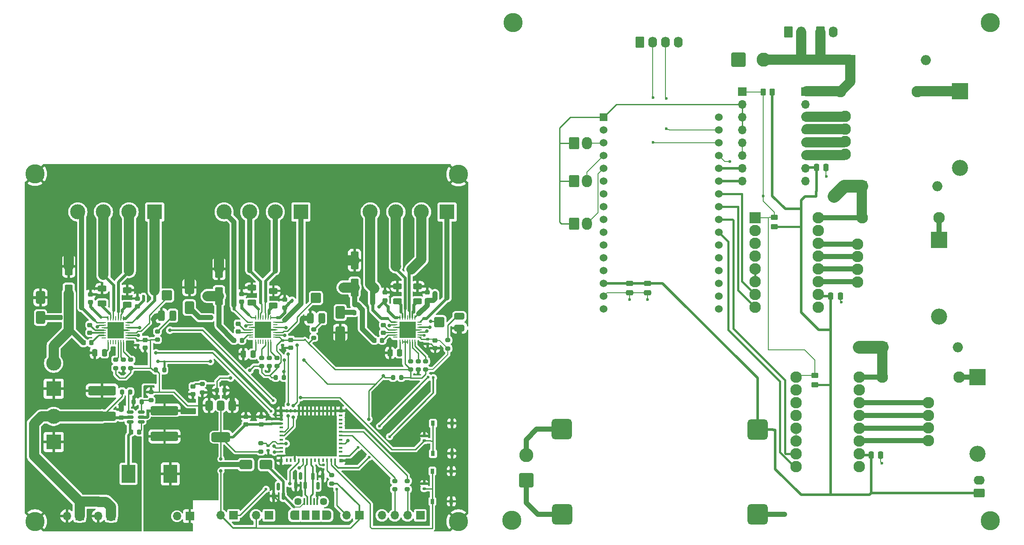
<source format=gbr>
%TF.GenerationSoftware,KiCad,Pcbnew,9.0.0*%
%TF.CreationDate,2025-05-09T16:43:10-07:00*%
%TF.ProjectId,Motor_Controller_Board_v1,4d6f746f-725f-4436-9f6e-74726f6c6c65,v1*%
%TF.SameCoordinates,Original*%
%TF.FileFunction,Copper,L1,Top*%
%TF.FilePolarity,Positive*%
%FSLAX46Y46*%
G04 Gerber Fmt 4.6, Leading zero omitted, Abs format (unit mm)*
G04 Created by KiCad (PCBNEW 9.0.0) date 2025-05-09 16:43:10*
%MOMM*%
%LPD*%
G01*
G04 APERTURE LIST*
G04 Aperture macros list*
%AMRoundRect*
0 Rectangle with rounded corners*
0 $1 Rounding radius*
0 $2 $3 $4 $5 $6 $7 $8 $9 X,Y pos of 4 corners*
0 Add a 4 corners polygon primitive as box body*
4,1,4,$2,$3,$4,$5,$6,$7,$8,$9,$2,$3,0*
0 Add four circle primitives for the rounded corners*
1,1,$1+$1,$2,$3*
1,1,$1+$1,$4,$5*
1,1,$1+$1,$6,$7*
1,1,$1+$1,$8,$9*
0 Add four rect primitives between the rounded corners*
20,1,$1+$1,$2,$3,$4,$5,0*
20,1,$1+$1,$4,$5,$6,$7,0*
20,1,$1+$1,$6,$7,$8,$9,0*
20,1,$1+$1,$8,$9,$2,$3,0*%
%AMFreePoly0*
4,1,6,0.725000,-0.725000,-0.725000,-0.725000,-0.725000,0.125000,-0.125000,0.725000,0.725000,0.725000,0.725000,-0.725000,0.725000,-0.725000,$1*%
G04 Aperture macros list end*
%TA.AperFunction,SMDPad,CuDef*%
%ADD10RoundRect,0.200000X0.200000X0.275000X-0.200000X0.275000X-0.200000X-0.275000X0.200000X-0.275000X0*%
%TD*%
%TA.AperFunction,SMDPad,CuDef*%
%ADD11RoundRect,0.250000X0.400000X0.750000X-0.400000X0.750000X-0.400000X-0.750000X0.400000X-0.750000X0*%
%TD*%
%TA.AperFunction,SMDPad,CuDef*%
%ADD12RoundRect,0.250000X0.750000X0.750000X-0.750000X0.750000X-0.750000X-0.750000X0.750000X-0.750000X0*%
%TD*%
%TA.AperFunction,SMDPad,CuDef*%
%ADD13RoundRect,0.225000X-0.250000X0.225000X-0.250000X-0.225000X0.250000X-0.225000X0.250000X0.225000X0*%
%TD*%
%TA.AperFunction,SMDPad,CuDef*%
%ADD14RoundRect,0.200000X0.275000X-0.200000X0.275000X0.200000X-0.275000X0.200000X-0.275000X-0.200000X0*%
%TD*%
%TA.AperFunction,ComponentPad*%
%ADD15R,3.000000X3.000000*%
%TD*%
%TA.AperFunction,ComponentPad*%
%ADD16C,3.000000*%
%TD*%
%TA.AperFunction,SMDPad,CuDef*%
%ADD17RoundRect,0.250000X-1.000000X-0.650000X1.000000X-0.650000X1.000000X0.650000X-1.000000X0.650000X0*%
%TD*%
%TA.AperFunction,SMDPad,CuDef*%
%ADD18RoundRect,0.225000X-0.225000X-0.250000X0.225000X-0.250000X0.225000X0.250000X-0.225000X0.250000X0*%
%TD*%
%TA.AperFunction,SMDPad,CuDef*%
%ADD19RoundRect,0.150000X0.150000X-0.587500X0.150000X0.587500X-0.150000X0.587500X-0.150000X-0.587500X0*%
%TD*%
%TA.AperFunction,SMDPad,CuDef*%
%ADD20R,0.750000X1.000000*%
%TD*%
%TA.AperFunction,SMDPad,CuDef*%
%ADD21RoundRect,0.250000X0.550000X-1.500000X0.550000X1.500000X-0.550000X1.500000X-0.550000X-1.500000X0*%
%TD*%
%TA.AperFunction,SMDPad,CuDef*%
%ADD22RoundRect,0.140000X0.170000X-0.140000X0.170000X0.140000X-0.170000X0.140000X-0.170000X-0.140000X0*%
%TD*%
%TA.AperFunction,SMDPad,CuDef*%
%ADD23RoundRect,0.250000X-0.750000X0.400000X-0.750000X-0.400000X0.750000X-0.400000X0.750000X0.400000X0*%
%TD*%
%TA.AperFunction,SMDPad,CuDef*%
%ADD24RoundRect,0.250000X-0.750000X0.750000X-0.750000X-0.750000X0.750000X-0.750000X0.750000X0.750000X0*%
%TD*%
%TA.AperFunction,SMDPad,CuDef*%
%ADD25RoundRect,0.225000X0.250000X-0.225000X0.250000X0.225000X-0.250000X0.225000X-0.250000X-0.225000X0*%
%TD*%
%TA.AperFunction,ComponentPad*%
%ADD26R,1.700000X1.700000*%
%TD*%
%TA.AperFunction,ComponentPad*%
%ADD27O,1.700000X1.700000*%
%TD*%
%TA.AperFunction,SMDPad,CuDef*%
%ADD28RoundRect,0.225000X0.225000X0.250000X-0.225000X0.250000X-0.225000X-0.250000X0.225000X-0.250000X0*%
%TD*%
%TA.AperFunction,SMDPad,CuDef*%
%ADD29RoundRect,0.250000X0.250000X0.475000X-0.250000X0.475000X-0.250000X-0.475000X0.250000X-0.475000X0*%
%TD*%
%TA.AperFunction,SMDPad,CuDef*%
%ADD30RoundRect,0.250000X-0.650000X1.000000X-0.650000X-1.000000X0.650000X-1.000000X0.650000X1.000000X0*%
%TD*%
%TA.AperFunction,SMDPad,CuDef*%
%ADD31RoundRect,0.250000X0.625000X-0.312500X0.625000X0.312500X-0.625000X0.312500X-0.625000X-0.312500X0*%
%TD*%
%TA.AperFunction,SMDPad,CuDef*%
%ADD32RoundRect,0.200000X-0.200000X-0.275000X0.200000X-0.275000X0.200000X0.275000X-0.200000X0.275000X0*%
%TD*%
%TA.AperFunction,SMDPad,CuDef*%
%ADD33RoundRect,0.140000X-0.170000X0.140000X-0.170000X-0.140000X0.170000X-0.140000X0.170000X0.140000X0*%
%TD*%
%TA.AperFunction,SMDPad,CuDef*%
%ADD34RoundRect,0.200000X-0.275000X0.200000X-0.275000X-0.200000X0.275000X-0.200000X0.275000X0.200000X0*%
%TD*%
%TA.AperFunction,SMDPad,CuDef*%
%ADD35RoundRect,0.250000X2.450000X-0.650000X2.450000X0.650000X-2.450000X0.650000X-2.450000X-0.650000X0*%
%TD*%
%TA.AperFunction,SMDPad,CuDef*%
%ADD36RoundRect,0.218750X0.256250X-0.218750X0.256250X0.218750X-0.256250X0.218750X-0.256250X-0.218750X0*%
%TD*%
%TA.AperFunction,SMDPad,CuDef*%
%ADD37RoundRect,0.250000X0.650000X-1.000000X0.650000X1.000000X-0.650000X1.000000X-0.650000X-1.000000X0*%
%TD*%
%TA.AperFunction,SMDPad,CuDef*%
%ADD38RoundRect,0.062500X-0.387500X-0.062500X0.387500X-0.062500X0.387500X0.062500X-0.387500X0.062500X0*%
%TD*%
%TA.AperFunction,SMDPad,CuDef*%
%ADD39RoundRect,0.062500X-0.062500X-0.387500X0.062500X-0.387500X0.062500X0.387500X-0.062500X0.387500X0*%
%TD*%
%TA.AperFunction,HeatsinkPad*%
%ADD40C,0.500000*%
%TD*%
%TA.AperFunction,HeatsinkPad*%
%ADD41R,3.250000X3.250000*%
%TD*%
%TA.AperFunction,SMDPad,CuDef*%
%ADD42R,2.700000X3.600000*%
%TD*%
%TA.AperFunction,SMDPad,CuDef*%
%ADD43R,0.400000X1.350000*%
%TD*%
%TA.AperFunction,HeatsinkPad*%
%ADD44O,1.200000X1.900000*%
%TD*%
%TA.AperFunction,SMDPad,CuDef*%
%ADD45R,1.200000X1.900000*%
%TD*%
%TA.AperFunction,HeatsinkPad*%
%ADD46C,1.450000*%
%TD*%
%TA.AperFunction,SMDPad,CuDef*%
%ADD47R,1.500000X1.900000*%
%TD*%
%TA.AperFunction,SMDPad,CuDef*%
%ADD48RoundRect,0.375000X-0.375000X0.625000X-0.375000X-0.625000X0.375000X-0.625000X0.375000X0.625000X0*%
%TD*%
%TA.AperFunction,SMDPad,CuDef*%
%ADD49RoundRect,0.500000X-1.400000X0.500000X-1.400000X-0.500000X1.400000X-0.500000X1.400000X0.500000X0*%
%TD*%
%TA.AperFunction,SMDPad,CuDef*%
%ADD50RoundRect,0.150000X0.512500X0.150000X-0.512500X0.150000X-0.512500X-0.150000X0.512500X-0.150000X0*%
%TD*%
%TA.AperFunction,SMDPad,CuDef*%
%ADD51RoundRect,0.150000X-0.150000X0.587500X-0.150000X-0.587500X0.150000X-0.587500X0.150000X0.587500X0*%
%TD*%
%TA.AperFunction,SMDPad,CuDef*%
%ADD52R,0.800000X0.400000*%
%TD*%
%TA.AperFunction,SMDPad,CuDef*%
%ADD53R,0.400000X0.800000*%
%TD*%
%TA.AperFunction,SMDPad,CuDef*%
%ADD54FreePoly0,0.000000*%
%TD*%
%TA.AperFunction,SMDPad,CuDef*%
%ADD55R,1.450000X1.450000*%
%TD*%
%TA.AperFunction,SMDPad,CuDef*%
%ADD56R,0.700000X0.700000*%
%TD*%
%TA.AperFunction,ComponentPad*%
%ADD57C,3.800000*%
%TD*%
%TA.AperFunction,ComponentPad*%
%ADD58O,2.286000X2.286000*%
%TD*%
%TA.AperFunction,ComponentPad*%
%ADD59RoundRect,0.250000X0.845000X-0.620000X0.845000X0.620000X-0.845000X0.620000X-0.845000X-0.620000X0*%
%TD*%
%TA.AperFunction,ComponentPad*%
%ADD60O,2.190000X1.740000*%
%TD*%
%TA.AperFunction,ComponentPad*%
%ADD61RoundRect,0.250001X-1.149999X-1.149999X1.149999X-1.149999X1.149999X1.149999X-1.149999X1.149999X0*%
%TD*%
%TA.AperFunction,ComponentPad*%
%ADD62C,2.800000*%
%TD*%
%TA.AperFunction,ComponentPad*%
%ADD63RoundRect,0.250000X-0.620000X-0.845000X0.620000X-0.845000X0.620000X0.845000X-0.620000X0.845000X0*%
%TD*%
%TA.AperFunction,ComponentPad*%
%ADD64O,1.740000X2.190000*%
%TD*%
%TA.AperFunction,ComponentPad*%
%ADD65R,2.286000X2.286000*%
%TD*%
%TA.AperFunction,ComponentPad*%
%ADD66RoundRect,0.250001X1.149999X-1.149999X1.149999X1.149999X-1.149999X1.149999X-1.149999X-1.149999X0*%
%TD*%
%TA.AperFunction,ComponentPad*%
%ADD67R,3.200000X3.200000*%
%TD*%
%TA.AperFunction,ComponentPad*%
%ADD68O,3.200000X3.200000*%
%TD*%
%TA.AperFunction,ComponentPad*%
%ADD69R,2.000000X2.000000*%
%TD*%
%TA.AperFunction,ComponentPad*%
%ADD70O,2.000000X2.000000*%
%TD*%
%TA.AperFunction,ComponentPad*%
%ADD71RoundRect,0.286494X-0.710506X-0.935506X0.710506X-0.935506X0.710506X0.935506X-0.710506X0.935506X0*%
%TD*%
%TA.AperFunction,ComponentPad*%
%ADD72O,1.994000X2.444000*%
%TD*%
%TA.AperFunction,SMDPad,CuDef*%
%ADD73RoundRect,0.250000X-0.262500X-0.450000X0.262500X-0.450000X0.262500X0.450000X-0.262500X0.450000X0*%
%TD*%
%TA.AperFunction,SMDPad,CuDef*%
%ADD74RoundRect,0.250000X-0.450000X0.262500X-0.450000X-0.262500X0.450000X-0.262500X0.450000X0.262500X0*%
%TD*%
%TA.AperFunction,SMDPad,CuDef*%
%ADD75RoundRect,0.600000X-1.400000X-1.400000X1.400000X-1.400000X1.400000X1.400000X-1.400000X1.400000X0*%
%TD*%
%TA.AperFunction,SMDPad,CuDef*%
%ADD76RoundRect,0.250000X0.475000X-0.250000X0.475000X0.250000X-0.475000X0.250000X-0.475000X-0.250000X0*%
%TD*%
%TA.AperFunction,ComponentPad*%
%ADD77R,1.524000X1.524000*%
%TD*%
%TA.AperFunction,ComponentPad*%
%ADD78C,1.524000*%
%TD*%
%TA.AperFunction,ViaPad*%
%ADD79C,0.600000*%
%TD*%
%TA.AperFunction,ViaPad*%
%ADD80C,0.700000*%
%TD*%
%TA.AperFunction,ViaPad*%
%ADD81C,1.016000*%
%TD*%
%TA.AperFunction,Conductor*%
%ADD82C,0.250000*%
%TD*%
%TA.AperFunction,Conductor*%
%ADD83C,0.300000*%
%TD*%
%TA.AperFunction,Conductor*%
%ADD84C,0.600000*%
%TD*%
%TA.AperFunction,Conductor*%
%ADD85C,1.000000*%
%TD*%
%TA.AperFunction,Conductor*%
%ADD86C,2.000000*%
%TD*%
%TA.AperFunction,Conductor*%
%ADD87C,0.500000*%
%TD*%
%TA.AperFunction,Conductor*%
%ADD88C,0.400000*%
%TD*%
%TA.AperFunction,Conductor*%
%ADD89C,0.200000*%
%TD*%
%TA.AperFunction,Conductor*%
%ADD90C,0.999998*%
%TD*%
%TA.AperFunction,Conductor*%
%ADD91C,0.381000*%
%TD*%
%TA.AperFunction,Conductor*%
%ADD92C,0.254000*%
%TD*%
%TA.AperFunction,Conductor*%
%ADD93C,1.016000*%
%TD*%
%TA.AperFunction,Conductor*%
%ADD94C,2.032000*%
%TD*%
%TA.AperFunction,Conductor*%
%ADD95C,2.540000*%
%TD*%
%TA.AperFunction,Conductor*%
%ADD96C,0.508000*%
%TD*%
%TA.AperFunction,Conductor*%
%ADD97C,0.203200*%
%TD*%
G04 APERTURE END LIST*
D10*
%TO.P,R417,1*%
%TO.N,+24V*%
X89140000Y-105840000D03*
%TO.P,R417,2*%
%TO.N,/Stepper Drivers/V_FLYBACK*%
X87490000Y-105840000D03*
%TD*%
D11*
%TO.P,RV403,1,1*%
%TO.N,/Stepper Drivers/V_POT_IN*%
X109540000Y-105940000D03*
D12*
%TO.P,RV403,2,2*%
%TO.N,/Stepper Drivers/V_VREF*%
X108390000Y-101940000D03*
D11*
%TO.P,RV403,3,3*%
%TO.N,GND*%
X107240000Y-105940000D03*
%TD*%
D13*
%TO.P,C414,1*%
%TO.N,GND*%
X72940000Y-102040000D03*
%TO.P,C414,2*%
%TO.N,+24V*%
X72940000Y-103590000D03*
%TD*%
%TO.P,C203,1*%
%TO.N,GND*%
X69740000Y-124115000D03*
%TO.P,C203,2*%
%TO.N,/Power Supply/DIGITAL_POWER_+24V*%
X69740000Y-125665000D03*
%TD*%
D14*
%TO.P,R418,1*%
%TO.N,GND*%
X99140000Y-115490000D03*
%TO.P,R418,2*%
%TO.N,/Stepper Drivers/V_ROSC*%
X99140000Y-113840000D03*
%TD*%
D15*
%TO.P,J401,1,Pin_1*%
%TO.N,/Stepper Drivers/AGITATE_1B*%
X134390000Y-84840000D03*
D16*
%TO.P,J401,2,Pin_2*%
%TO.N,/Stepper Drivers/AGITATE_1A*%
X129310000Y-84840000D03*
%TO.P,J401,3,Pin_3*%
%TO.N,/Stepper Drivers/AGITATE_2A*%
X124230000Y-84840000D03*
%TO.P,J401,4,Pin_4*%
%TO.N,/Stepper Drivers/AGITATE_2B*%
X119150000Y-84840000D03*
%TD*%
D17*
%TO.P,D303,1,K*%
%TO.N,+5V*%
X94490000Y-135040000D03*
%TO.P,D303,2,A*%
%TO.N,/Microcontroller/+VBUS*%
X98490000Y-135040000D03*
%TD*%
D18*
%TO.P,C205,1*%
%TO.N,+5V*%
X88715000Y-120290000D03*
%TO.P,C205,2*%
%TO.N,GND*%
X90265000Y-120290000D03*
%TD*%
D11*
%TO.P,RV402,1,1*%
%TO.N,/Stepper Drivers/H_POT_IN*%
X79990000Y-105440000D03*
D12*
%TO.P,RV402,2,2*%
%TO.N,/Stepper Drivers/H_VREF*%
X78840000Y-101440000D03*
D11*
%TO.P,RV402,3,3*%
%TO.N,GND*%
X77690000Y-105440000D03*
%TD*%
D19*
%TO.P,D304,1,K*%
%TO.N,GND*%
X99990000Y-141290000D03*
%TO.P,D304,2,A*%
%TO.N,/Microcontroller/+VBUS*%
X101890000Y-141290000D03*
%TO.P,D304,3*%
%TO.N,N/C*%
X100940000Y-139415000D03*
%TD*%
D20*
%TO.P,SW301,1,1*%
%TO.N,GND*%
X135340000Y-126840000D03*
X135340000Y-132840000D03*
%TO.P,SW301,2,2*%
%TO.N,/Microcontroller/EN*%
X131590000Y-126840000D03*
X131590000Y-132840000D03*
%TD*%
D21*
%TO.P,C407,1*%
%TO.N,+24V*%
X116035000Y-99840000D03*
%TO.P,C407,2*%
%TO.N,GND*%
X116035000Y-94440000D03*
%TD*%
D13*
%TO.P,C424,1*%
%TO.N,/Stepper Drivers/V_CP1*%
X92940000Y-107065000D03*
%TO.P,C424,2*%
%TO.N,/Stepper Drivers/V_CP2*%
X92940000Y-108615000D03*
%TD*%
D22*
%TO.P,C409,1*%
%TO.N,GND*%
X73040000Y-111320000D03*
%TO.P,C409,2*%
%TO.N,+5V*%
X73040000Y-110360000D03*
%TD*%
D23*
%TO.P,RV401,1,1*%
%TO.N,/Stepper Drivers/A_POT_IN*%
X136840000Y-105590000D03*
D24*
%TO.P,RV401,2,2*%
%TO.N,/Stepper Drivers/A_VREF*%
X132840000Y-106740000D03*
D23*
%TO.P,RV401,3,3*%
%TO.N,GND*%
X136840000Y-107890000D03*
%TD*%
D25*
%TO.P,C206,1*%
%TO.N,+3.3V*%
X94490000Y-127065000D03*
%TO.P,C206,2*%
%TO.N,GND*%
X94490000Y-125515000D03*
%TD*%
D13*
%TO.P,C413,1*%
%TO.N,GND*%
X63670000Y-101210000D03*
%TO.P,C413,2*%
%TO.N,+24V*%
X63670000Y-102760000D03*
%TD*%
D26*
%TO.P,J202,1,Pin_1*%
%TO.N,+5V*%
X83340000Y-145290000D03*
D27*
%TO.P,J202,2,Pin_2*%
%TO.N,GND*%
X80800000Y-145290000D03*
%TD*%
D13*
%TO.P,C418,1*%
%TO.N,+5V*%
X103390000Y-110290000D03*
%TO.P,C418,2*%
%TO.N,GND*%
X103390000Y-111840000D03*
%TD*%
D28*
%TO.P,C403,1*%
%TO.N,/Stepper Drivers/A_VCP*%
X121520000Y-110340000D03*
%TO.P,C403,2*%
%TO.N,+24V*%
X119970000Y-110340000D03*
%TD*%
D21*
%TO.P,C423,1*%
%TO.N,+24V*%
X89140000Y-101540000D03*
%TO.P,C423,2*%
%TO.N,GND*%
X89140000Y-96140000D03*
%TD*%
D29*
%TO.P,C420,1*%
%TO.N,/Stepper Drivers/V_VREG*%
X95890000Y-113090000D03*
%TO.P,C420,2*%
%TO.N,GND*%
X93990000Y-113090000D03*
%TD*%
D30*
%TO.P,D401,1,K*%
%TO.N,/Stepper Drivers/A_FLYBACK*%
X113190000Y-104815000D03*
%TO.P,D401,2,A*%
%TO.N,GND*%
X113190000Y-108815000D03*
%TD*%
D31*
%TO.P,R414,1*%
%TO.N,/Stepper Drivers/H_SENSE2*%
X65940000Y-102972500D03*
%TO.P,R414,2*%
%TO.N,GND*%
X65940000Y-100047500D03*
%TD*%
D14*
%TO.P,R415,1*%
%TO.N,+5V*%
X68640000Y-115840000D03*
%TO.P,R415,2*%
%TO.N,/Stepper Drivers/H_RESET*%
X68640000Y-114190000D03*
%TD*%
D32*
%TO.P,R419,1*%
%TO.N,+5V*%
X100390000Y-117740000D03*
%TO.P,R419,2*%
%TO.N,DRIVER_ENABLE*%
X102040000Y-117740000D03*
%TD*%
D14*
%TO.P,R411,1*%
%TO.N,GND*%
X70140000Y-115840000D03*
%TO.P,R411,2*%
%TO.N,/Stepper Drivers/H_ROSC*%
X70140000Y-114190000D03*
%TD*%
D13*
%TO.P,C402,1*%
%TO.N,+5V*%
X132020000Y-110340000D03*
%TO.P,C402,2*%
%TO.N,GND*%
X132020000Y-111890000D03*
%TD*%
D10*
%TO.P,R402,1*%
%TO.N,+24V*%
X117595000Y-104840000D03*
%TO.P,R402,2*%
%TO.N,/Stepper Drivers/A_FLYBACK*%
X115945000Y-104840000D03*
%TD*%
D14*
%TO.P,R403,1*%
%TO.N,GND*%
X128640000Y-116165000D03*
%TO.P,R403,2*%
%TO.N,/Stepper Drivers/A_ROSC*%
X128640000Y-114515000D03*
%TD*%
D33*
%TO.P,C304,1*%
%TO.N,/Microcontroller/EN*%
X98912000Y-131290000D03*
%TO.P,C304,2*%
%TO.N,GND*%
X98912000Y-132250000D03*
%TD*%
D21*
%TO.P,C415,1*%
%TO.N,+24V*%
X59340000Y-101040000D03*
%TO.P,C415,2*%
%TO.N,GND*%
X59340000Y-95640000D03*
%TD*%
D34*
%TO.P,R407,1*%
%TO.N,/Stepper Drivers/H_POT_IN*%
X76940000Y-108590000D03*
%TO.P,R407,2*%
%TO.N,+5V*%
X76940000Y-110240000D03*
%TD*%
%TO.P,R203,1*%
%TO.N,+5V*%
X75640000Y-120615000D03*
%TO.P,R203,2*%
%TO.N,/Power Supply/BUCK_FB*%
X75640000Y-122265000D03*
%TD*%
D35*
%TO.P,C204,1*%
%TO.N,+5V*%
X78340000Y-129440000D03*
%TO.P,C204,2*%
%TO.N,GND*%
X78340000Y-124340000D03*
%TD*%
D34*
%TO.P,R412,1*%
%TO.N,/Stepper Drivers/V_POT_IN*%
X107940000Y-108190000D03*
%TO.P,R412,2*%
%TO.N,+5V*%
X107940000Y-109840000D03*
%TD*%
D26*
%TO.P,J304,1,Pin_1*%
%TO.N,/Microcontroller/VERTICAL_SWITCH*%
X99020000Y-145115000D03*
D27*
%TO.P,J304,2,Pin_2*%
%TO.N,+3.3V*%
X96480000Y-145115000D03*
%TD*%
D22*
%TO.P,C401,1*%
%TO.N,GND*%
X130520000Y-111070000D03*
%TO.P,C401,2*%
%TO.N,+5V*%
X130520000Y-110110000D03*
%TD*%
D26*
%TO.P,J206,1,Pin_1*%
%TO.N,/Power Supply/DIGITAL_POWER_+24V*%
X67740000Y-145240000D03*
D27*
%TO.P,J206,2,Pin_2*%
%TO.N,GND*%
X65200000Y-145240000D03*
%TD*%
D34*
%TO.P,R201,1*%
%TO.N,Net-(D201-A)*%
X85840000Y-119050000D03*
%TO.P,R201,2*%
%TO.N,+5V*%
X85840000Y-120700000D03*
%TD*%
D36*
%TO.P,D201,1,K*%
%TO.N,GND*%
X83990000Y-121077500D03*
%TO.P,D201,2,A*%
%TO.N,Net-(D201-A)*%
X83990000Y-119502500D03*
%TD*%
D34*
%TO.P,R302,1*%
%TO.N,/Microcontroller/TXD0*%
X126490000Y-138290000D03*
%TO.P,R302,2*%
%TO.N,/Microcontroller/RXD*%
X126490000Y-139940000D03*
%TD*%
D31*
%TO.P,R421,1*%
%TO.N,/Stepper Drivers/V_SENSE2*%
X95640000Y-102840000D03*
%TO.P,R421,2*%
%TO.N,GND*%
X95640000Y-99915000D03*
%TD*%
D26*
%TO.P,J305,1,Pin_1*%
%TO.N,/Microcontroller/HORIZONTAL_SWITCH*%
X92020000Y-145115000D03*
D27*
%TO.P,J305,2,Pin_2*%
%TO.N,+3.3V*%
X89480000Y-145115000D03*
%TD*%
D29*
%TO.P,C412,1*%
%TO.N,/Stepper Drivers/H_VREG*%
X66420000Y-112840000D03*
%TO.P,C412,2*%
%TO.N,GND*%
X64520000Y-112840000D03*
%TD*%
D26*
%TO.P,J303,1,Pin_1*%
%TO.N,+3.3V*%
X116980000Y-145115000D03*
D27*
%TO.P,J303,2,Pin_2*%
%TO.N,/Microcontroller/AGITATION_SWITCH*%
X114440000Y-145115000D03*
%TD*%
D37*
%TO.P,D402,1,K*%
%TO.N,/Stepper Drivers/H_FLYBACK*%
X53740000Y-105840000D03*
%TO.P,D402,2,A*%
%TO.N,GND*%
X53740000Y-101840000D03*
%TD*%
D32*
%TO.P,R202,1*%
%TO.N,/Power Supply/DIGITAL_POWER_+24V*%
X69890000Y-120590000D03*
%TO.P,R202,2*%
%TO.N,/Power Supply/BUCK_EN*%
X71540000Y-120590000D03*
%TD*%
D35*
%TO.P,C202,1*%
%TO.N,/Power Supply/DIGITAL_POWER_+24V*%
X65940000Y-125440000D03*
%TO.P,C202,2*%
%TO.N,GND*%
X65940000Y-120340000D03*
%TD*%
D37*
%TO.P,D403,1,K*%
%TO.N,/Stepper Drivers/V_FLYBACK*%
X83270000Y-103840000D03*
%TO.P,D403,2,A*%
%TO.N,GND*%
X83270000Y-99840000D03*
%TD*%
D31*
%TO.P,R404,1*%
%TO.N,/Stepper Drivers/A_SENSE1*%
X128520000Y-102552500D03*
%TO.P,R404,2*%
%TO.N,GND*%
X128520000Y-99627500D03*
%TD*%
D13*
%TO.P,C421,1*%
%TO.N,GND*%
X93640000Y-101135000D03*
%TO.P,C421,2*%
%TO.N,+24V*%
X93640000Y-102685000D03*
%TD*%
D34*
%TO.P,R401,1*%
%TO.N,/Stepper Drivers/A_POT_IN*%
X134540000Y-110315000D03*
%TO.P,R401,2*%
%TO.N,+5V*%
X134540000Y-111965000D03*
%TD*%
D38*
%TO.P,U401,1,OUT2B*%
%TO.N,/Stepper Drivers/AGITATE_2B*%
X124120000Y-106740000D03*
%TO.P,U401,2,~{ENABLE}*%
%TO.N,DRIVER_ENABLE*%
X124120000Y-107240000D03*
%TO.P,U401,3,GND*%
%TO.N,GND*%
X124120000Y-107740000D03*
%TO.P,U401,4,CP1*%
%TO.N,/Stepper Drivers/A_CP1*%
X124120000Y-108240000D03*
%TO.P,U401,5,CP2*%
%TO.N,/Stepper Drivers/A_CP2*%
X124120000Y-108740000D03*
%TO.P,U401,6,VCP*%
%TO.N,/Stepper Drivers/A_VCP*%
X124120000Y-109240000D03*
%TO.P,U401,7,NC*%
%TO.N,unconnected-(U401-NC-Pad7)*%
X124120000Y-109740000D03*
D39*
%TO.P,U401,8,VREG*%
%TO.N,/Stepper Drivers/A_VREG*%
X125020000Y-110640000D03*
%TO.P,U401,9,MS1*%
%TO.N,+5V*%
X125520000Y-110640000D03*
%TO.P,U401,10,MS2*%
X126020000Y-110640000D03*
%TO.P,U401,11,MS3*%
X126520000Y-110640000D03*
%TO.P,U401,12,~{RESET}*%
%TO.N,/Stepper Drivers/A_RESET*%
X127020000Y-110640000D03*
%TO.P,U401,13,ROSC*%
%TO.N,/Stepper Drivers/A_ROSC*%
X127520000Y-110640000D03*
%TO.P,U401,14,~{SLEEP}*%
%TO.N,/Stepper Drivers/A_SLEEP*%
X128020000Y-110640000D03*
D38*
%TO.P,U401,15,VDD*%
%TO.N,+5V*%
X128920000Y-109740000D03*
%TO.P,U401,16,STEP*%
%TO.N,AGITATION_STEP*%
X128920000Y-109240000D03*
%TO.P,U401,17,VREF*%
%TO.N,/Stepper Drivers/A_VREF*%
X128920000Y-108740000D03*
%TO.P,U401,18,GND*%
%TO.N,GND*%
X128920000Y-108240000D03*
%TO.P,U401,19,DIR*%
%TO.N,AGITATION_DIR*%
X128920000Y-107740000D03*
%TO.P,U401,20,NC*%
%TO.N,unconnected-(U401-NC-Pad20)*%
X128920000Y-107240000D03*
%TO.P,U401,21,OUT1B*%
%TO.N,/Stepper Drivers/AGITATE_1B*%
X128920000Y-106740000D03*
D39*
%TO.P,U401,22,VBB1*%
%TO.N,+24V*%
X128020000Y-105840000D03*
%TO.P,U401,23,SENSE1*%
%TO.N,/Stepper Drivers/A_SENSE1*%
X127520000Y-105840000D03*
%TO.P,U401,24,OUT1A*%
%TO.N,/Stepper Drivers/AGITATE_1A*%
X127020000Y-105840000D03*
%TO.P,U401,25,NC*%
%TO.N,unconnected-(U401-NC-Pad25)*%
X126520000Y-105840000D03*
%TO.P,U401,26,OUT2A*%
%TO.N,/Stepper Drivers/AGITATE_2A*%
X126020000Y-105840000D03*
%TO.P,U401,27,SENSE2*%
%TO.N,/Stepper Drivers/A_SENSE2*%
X125520000Y-105840000D03*
%TO.P,U401,28,VBB2*%
%TO.N,+24V*%
X125020000Y-105840000D03*
D40*
%TO.P,U401,29,GND*%
%TO.N,GND*%
X125520000Y-107240000D03*
X125520000Y-108240000D03*
X125520000Y-109240000D03*
X126520000Y-107240000D03*
X126520000Y-108240000D03*
D41*
X126520000Y-108240000D03*
D40*
X126520000Y-109240000D03*
X127520000Y-107240000D03*
X127520000Y-108240000D03*
X127520000Y-109240000D03*
%TD*%
D34*
%TO.P,R303,1*%
%TO.N,/Microcontroller/RXD0*%
X123980000Y-138290000D03*
%TO.P,R303,2*%
%TO.N,/Microcontroller/TXD*%
X123980000Y-139940000D03*
%TD*%
D26*
%TO.P,J207,1,Pin_1*%
%TO.N,/Power Supply/DIGITAL_POWER_+24V*%
X61515000Y-145240000D03*
D27*
%TO.P,J207,2,Pin_2*%
%TO.N,GND*%
X58975000Y-145240000D03*
%TD*%
D42*
%TO.P,L201,1,1*%
%TO.N,/Power Supply/BUCK_SW*%
X71190000Y-136890000D03*
%TO.P,L201,2,2*%
%TO.N,+5V*%
X79490000Y-136890000D03*
%TD*%
D28*
%TO.P,C411,1*%
%TO.N,/Stepper Drivers/H_VCP*%
X63815000Y-110840000D03*
%TO.P,C411,2*%
%TO.N,+24V*%
X62265000Y-110840000D03*
%TD*%
D31*
%TO.P,R420,1*%
%TO.N,/Stepper Drivers/V_SENSE1*%
X99930000Y-103440000D03*
%TO.P,R420,2*%
%TO.N,GND*%
X99930000Y-100515000D03*
%TD*%
D43*
%TO.P,J302,1,VBUS*%
%TO.N,/Microcontroller/+VBUS*%
X106040000Y-142415000D03*
%TO.P,J302,2,D-*%
%TO.N,/Microcontroller/USB_D-*%
X106690000Y-142415000D03*
%TO.P,J302,3,D+*%
%TO.N,/Microcontroller/USB_D+*%
X107340000Y-142415000D03*
%TO.P,J302,4,ID*%
%TO.N,unconnected-(J302-ID-Pad4)*%
X107990000Y-142415000D03*
%TO.P,J302,5,GND*%
%TO.N,GND*%
X108640000Y-142415000D03*
D44*
%TO.P,J302,6,Shield*%
%TO.N,unconnected-(J302-Shield-Pad6)_6*%
X103840000Y-145115000D03*
D45*
%TO.N,unconnected-(J302-Shield-Pad6)_2*%
X104440000Y-145115000D03*
D46*
%TO.N,unconnected-(J302-Shield-Pad6)_4*%
X104840000Y-142415000D03*
D47*
%TO.N,unconnected-(J302-Shield-Pad6)_3*%
X106340000Y-145115000D03*
%TO.N,unconnected-(J302-Shield-Pad6)_7*%
X108340000Y-145115000D03*
D46*
%TO.N,unconnected-(J302-Shield-Pad6)_1*%
X109840000Y-142415000D03*
D45*
%TO.N,unconnected-(J302-Shield-Pad6)_5*%
X110240000Y-145115000D03*
D44*
%TO.N,unconnected-(J302-Shield-Pad6)*%
X110840000Y-145115000D03*
%TD*%
D33*
%TO.P,C301,1*%
%TO.N,GND*%
X99500000Y-125985000D03*
%TO.P,C301,2*%
%TO.N,+3.3V*%
X99500000Y-126945000D03*
%TD*%
D15*
%TO.P,J203,1,Pin_1*%
%TO.N,GND*%
X56340000Y-119980000D03*
D16*
%TO.P,J203,2,Pin_2*%
%TO.N,+24V*%
X56340000Y-114900000D03*
%TD*%
D28*
%TO.P,C419,1*%
%TO.N,/Stepper Drivers/V_VCP*%
X93690000Y-110340000D03*
%TO.P,C419,2*%
%TO.N,+24V*%
X92140000Y-110340000D03*
%TD*%
D29*
%TO.P,C404,1*%
%TO.N,/Stepper Drivers/A_VREG*%
X124970000Y-112840000D03*
%TO.P,C404,2*%
%TO.N,GND*%
X123070000Y-112840000D03*
%TD*%
D14*
%TO.P,R304,1*%
%TO.N,+3.3V*%
X111490000Y-138790000D03*
%TO.P,R304,2*%
%TO.N,/Microcontroller/IO8*%
X111490000Y-137140000D03*
%TD*%
D48*
%TO.P,U202,1,ADJ*%
%TO.N,GND*%
X91790000Y-123290000D03*
%TO.P,U202,2,VO*%
%TO.N,+3.3V*%
X89490000Y-123290000D03*
D49*
X89490000Y-129590000D03*
D48*
%TO.P,U202,3,VI*%
%TO.N,+5V*%
X87190000Y-123290000D03*
%TD*%
D18*
%TO.P,C201,1*%
%TO.N,/Power Supply/BUCK_SW*%
X71715000Y-128540000D03*
%TO.P,C201,2*%
%TO.N,/Power Supply/BUCK_BST*%
X73265000Y-128540000D03*
%TD*%
D33*
%TO.P,C303,1*%
%TO.N,GND*%
X129840000Y-129340000D03*
%TO.P,C303,2*%
%TO.N,/Microcontroller/EN*%
X129840000Y-130300000D03*
%TD*%
D13*
%TO.P,C405,1*%
%TO.N,GND*%
X122070000Y-100835000D03*
%TO.P,C405,2*%
%TO.N,+24V*%
X122070000Y-102385000D03*
%TD*%
%TO.P,C416,1*%
%TO.N,/Stepper Drivers/H_CP1*%
X63520000Y-107290000D03*
%TO.P,C416,2*%
%TO.N,/Stepper Drivers/H_CP2*%
X63520000Y-108840000D03*
%TD*%
D33*
%TO.P,C305,1*%
%TO.N,GND*%
X129840000Y-138840000D03*
%TO.P,C305,2*%
%TO.N,/Microcontroller/BOOT*%
X129840000Y-139800000D03*
%TD*%
D14*
%TO.P,R423,1*%
%TO.N,+5V*%
X100640000Y-115490000D03*
%TO.P,R423,2*%
%TO.N,/Stepper Drivers/V_SLEEP*%
X100640000Y-113840000D03*
%TD*%
D31*
%TO.P,R413,1*%
%TO.N,/Stepper Drivers/H_SENSE1*%
X70940000Y-103277500D03*
%TO.P,R413,2*%
%TO.N,GND*%
X70940000Y-100352500D03*
%TD*%
D13*
%TO.P,C406,1*%
%TO.N,GND*%
X130460000Y-100845000D03*
%TO.P,C406,2*%
%TO.N,+24V*%
X130460000Y-102395000D03*
%TD*%
D38*
%TO.P,U403,1,OUT2B*%
%TO.N,/Stepper Drivers/VERTICAL_2B*%
X95490000Y-106740000D03*
%TO.P,U403,2,~{ENABLE}*%
%TO.N,DRIVER_ENABLE*%
X95490000Y-107240000D03*
%TO.P,U403,3,GND*%
%TO.N,GND*%
X95490000Y-107740000D03*
%TO.P,U403,4,CP1*%
%TO.N,/Stepper Drivers/V_CP1*%
X95490000Y-108240000D03*
%TO.P,U403,5,CP2*%
%TO.N,/Stepper Drivers/V_CP2*%
X95490000Y-108740000D03*
%TO.P,U403,6,VCP*%
%TO.N,/Stepper Drivers/V_VCP*%
X95490000Y-109240000D03*
%TO.P,U403,7,NC*%
%TO.N,unconnected-(U403-NC-Pad7)*%
X95490000Y-109740000D03*
D39*
%TO.P,U403,8,VREG*%
%TO.N,/Stepper Drivers/V_VREG*%
X96390000Y-110640000D03*
%TO.P,U403,9,MS1*%
%TO.N,unconnected-(U403-MS1-Pad9)*%
X96890000Y-110640000D03*
%TO.P,U403,10,MS2*%
%TO.N,unconnected-(U403-MS2-Pad10)*%
X97390000Y-110640000D03*
%TO.P,U403,11,MS3*%
%TO.N,unconnected-(U403-MS3-Pad11)*%
X97890000Y-110640000D03*
%TO.P,U403,12,~{RESET}*%
%TO.N,/Stepper Drivers/V_RESET*%
X98390000Y-110640000D03*
%TO.P,U403,13,ROSC*%
%TO.N,/Stepper Drivers/V_ROSC*%
X98890000Y-110640000D03*
%TO.P,U403,14,~{SLEEP}*%
%TO.N,/Stepper Drivers/V_SLEEP*%
X99390000Y-110640000D03*
D38*
%TO.P,U403,15,VDD*%
%TO.N,+5V*%
X100290000Y-109740000D03*
%TO.P,U403,16,STEP*%
%TO.N,VERTICAL_STEP*%
X100290000Y-109240000D03*
%TO.P,U403,17,VREF*%
%TO.N,/Stepper Drivers/V_VREF*%
X100290000Y-108740000D03*
%TO.P,U403,18,GND*%
%TO.N,GND*%
X100290000Y-108240000D03*
%TO.P,U403,19,DIR*%
%TO.N,VERTICAL_DIR*%
X100290000Y-107740000D03*
%TO.P,U403,20,NC*%
%TO.N,unconnected-(U403-NC-Pad20)*%
X100290000Y-107240000D03*
%TO.P,U403,21,OUT1B*%
%TO.N,/Stepper Drivers/VERTICAL_1B*%
X100290000Y-106740000D03*
D39*
%TO.P,U403,22,VBB1*%
%TO.N,+24V*%
X99390000Y-105840000D03*
%TO.P,U403,23,SENSE1*%
%TO.N,/Stepper Drivers/V_SENSE1*%
X98890000Y-105840000D03*
%TO.P,U403,24,OUT1A*%
%TO.N,/Stepper Drivers/VERTICAL_1A*%
X98390000Y-105840000D03*
%TO.P,U403,25,NC*%
%TO.N,unconnected-(U403-NC-Pad25)*%
X97890000Y-105840000D03*
%TO.P,U403,26,OUT2A*%
%TO.N,/Stepper Drivers/VERTICAL_2A*%
X97390000Y-105840000D03*
%TO.P,U403,27,SENSE2*%
%TO.N,/Stepper Drivers/V_SENSE2*%
X96890000Y-105840000D03*
%TO.P,U403,28,VBB2*%
%TO.N,+24V*%
X96390000Y-105840000D03*
D40*
%TO.P,U403,29,GND*%
%TO.N,GND*%
X96890000Y-107240000D03*
X96890000Y-108240000D03*
X96890000Y-109240000D03*
X97890000Y-107240000D03*
X97890000Y-108240000D03*
D41*
X97890000Y-108240000D03*
D40*
X97890000Y-109240000D03*
X98890000Y-107240000D03*
X98890000Y-108240000D03*
X98890000Y-109240000D03*
%TD*%
D10*
%TO.P,R409,1*%
%TO.N,+5V*%
X125290000Y-117740000D03*
%TO.P,R409,2*%
%TO.N,DRIVER_ENABLE*%
X123640000Y-117740000D03*
%TD*%
D38*
%TO.P,U402,1,OUT2B*%
%TO.N,/Stepper Drivers/HORIZONTAL_2B*%
X66240000Y-106840000D03*
%TO.P,U402,2,~{ENABLE}*%
%TO.N,DRIVER_ENABLE*%
X66240000Y-107340000D03*
%TO.P,U402,3,GND*%
%TO.N,GND*%
X66240000Y-107840000D03*
%TO.P,U402,4,CP1*%
%TO.N,/Stepper Drivers/H_CP1*%
X66240000Y-108340000D03*
%TO.P,U402,5,CP2*%
%TO.N,/Stepper Drivers/H_CP2*%
X66240000Y-108840000D03*
%TO.P,U402,6,VCP*%
%TO.N,/Stepper Drivers/H_VCP*%
X66240000Y-109340000D03*
%TO.P,U402,7,NC*%
%TO.N,unconnected-(U402-NC-Pad7)*%
X66240000Y-109840000D03*
D39*
%TO.P,U402,8,VREG*%
%TO.N,/Stepper Drivers/H_VREG*%
X67140000Y-110740000D03*
%TO.P,U402,9,MS1*%
%TO.N,unconnected-(U402-MS1-Pad9)*%
X67640000Y-110740000D03*
%TO.P,U402,10,MS2*%
%TO.N,unconnected-(U402-MS2-Pad10)*%
X68140000Y-110740000D03*
%TO.P,U402,11,MS3*%
%TO.N,unconnected-(U402-MS3-Pad11)*%
X68640000Y-110740000D03*
%TO.P,U402,12,~{RESET}*%
%TO.N,/Stepper Drivers/H_RESET*%
X69140000Y-110740000D03*
%TO.P,U402,13,ROSC*%
%TO.N,/Stepper Drivers/H_ROSC*%
X69640000Y-110740000D03*
%TO.P,U402,14,~{SLEEP}*%
%TO.N,/Stepper Drivers/H_SLEEP*%
X70140000Y-110740000D03*
D38*
%TO.P,U402,15,VDD*%
%TO.N,+5V*%
X71040000Y-109840000D03*
%TO.P,U402,16,STEP*%
%TO.N,HORIZONTAL_STEP*%
X71040000Y-109340000D03*
%TO.P,U402,17,VREF*%
%TO.N,/Stepper Drivers/H_VREF*%
X71040000Y-108840000D03*
%TO.P,U402,18,GND*%
%TO.N,GND*%
X71040000Y-108340000D03*
%TO.P,U402,19,DIR*%
%TO.N,HORIZONTAL_DIR*%
X71040000Y-107840000D03*
%TO.P,U402,20,NC*%
%TO.N,unconnected-(U402-NC-Pad20)*%
X71040000Y-107340000D03*
%TO.P,U402,21,OUT1B*%
%TO.N,/Stepper Drivers/HORIZONTAL_1B*%
X71040000Y-106840000D03*
D39*
%TO.P,U402,22,VBB1*%
%TO.N,+24V*%
X70140000Y-105940000D03*
%TO.P,U402,23,SENSE1*%
%TO.N,/Stepper Drivers/H_SENSE1*%
X69640000Y-105940000D03*
%TO.P,U402,24,OUT1A*%
%TO.N,/Stepper Drivers/HORIZONTAL_1A*%
X69140000Y-105940000D03*
%TO.P,U402,25,NC*%
%TO.N,unconnected-(U402-NC-Pad25)*%
X68640000Y-105940000D03*
%TO.P,U402,26,OUT2A*%
%TO.N,/Stepper Drivers/HORIZONTAL_2A*%
X68140000Y-105940000D03*
%TO.P,U402,27,SENSE2*%
%TO.N,/Stepper Drivers/H_SENSE2*%
X67640000Y-105940000D03*
%TO.P,U402,28,VBB2*%
%TO.N,+24V*%
X67140000Y-105940000D03*
D40*
%TO.P,U402,29,GND*%
%TO.N,GND*%
X67640000Y-107340000D03*
X67640000Y-108340000D03*
X67640000Y-109340000D03*
X68640000Y-107340000D03*
X68640000Y-108340000D03*
D41*
X68640000Y-108340000D03*
D40*
X68640000Y-109340000D03*
X69640000Y-107340000D03*
X69640000Y-108340000D03*
X69640000Y-109340000D03*
%TD*%
D13*
%TO.P,C422,1*%
%TO.N,GND*%
X102140000Y-102290000D03*
%TO.P,C422,2*%
%TO.N,+24V*%
X102140000Y-103840000D03*
%TD*%
D14*
%TO.P,R422,1*%
%TO.N,+5V*%
X97640000Y-115490000D03*
%TO.P,R422,2*%
%TO.N,/Stepper Drivers/V_RESET*%
X97640000Y-113840000D03*
%TD*%
D50*
%TO.P,U201,1,BST*%
%TO.N,/Power Supply/BUCK_BST*%
X73765000Y-126540000D03*
%TO.P,U201,2,GND*%
%TO.N,GND*%
X73765000Y-125590000D03*
%TO.P,U201,3,FB*%
%TO.N,/Power Supply/BUCK_FB*%
X73765000Y-124640000D03*
%TO.P,U201,4,EN*%
%TO.N,/Power Supply/BUCK_EN*%
X71490000Y-124640000D03*
%TO.P,U201,5,VIN*%
%TO.N,/Power Supply/DIGITAL_POWER_+24V*%
X71490000Y-125590000D03*
%TO.P,U201,6,SW*%
%TO.N,/Power Supply/BUCK_SW*%
X71490000Y-126540000D03*
%TD*%
D51*
%TO.P,D302,1,K*%
%TO.N,GND*%
X109690000Y-137415000D03*
%TO.P,D302,2,A*%
%TO.N,/Microcontroller/USB_D+*%
X107790000Y-137415000D03*
%TO.P,D302,3*%
%TO.N,N/C*%
X108740000Y-139290000D03*
%TD*%
D15*
%TO.P,J402,1,Pin_1*%
%TO.N,/Stepper Drivers/HORIZONTAL_1B*%
X76380000Y-84840000D03*
D16*
%TO.P,J402,2,Pin_2*%
%TO.N,/Stepper Drivers/HORIZONTAL_1A*%
X71300000Y-84840000D03*
%TO.P,J402,3,Pin_3*%
%TO.N,/Stepper Drivers/HORIZONTAL_2A*%
X66220000Y-84840000D03*
%TO.P,J402,4,Pin_4*%
%TO.N,/Stepper Drivers/HORIZONTAL_2B*%
X61140000Y-84840000D03*
%TD*%
D32*
%TO.P,R424,1*%
%TO.N,+5V*%
X76615000Y-116240000D03*
%TO.P,R424,2*%
%TO.N,DRIVER_ENABLE*%
X78265000Y-116240000D03*
%TD*%
D52*
%TO.P,U301,1,GND*%
%TO.N,GND*%
X101490000Y-125290000D03*
%TO.P,U301,2,GND*%
X101490000Y-126090000D03*
%TO.P,U301,3,3V3*%
%TO.N,+3.3V*%
X101490000Y-126890000D03*
%TO.P,U301,4,NC*%
%TO.N,unconnected-(U301-NC-Pad4)*%
X101490000Y-127690000D03*
%TO.P,U301,5,IO2*%
%TO.N,VERTICAL_STEP*%
X101490000Y-128490000D03*
%TO.P,U301,6,IO3*%
%TO.N,VERTICAL_DIR*%
X101490000Y-129290000D03*
%TO.P,U301,7,NC*%
%TO.N,unconnected-(U301-NC-Pad7)*%
X101490000Y-130090000D03*
%TO.P,U301,8,EN*%
%TO.N,/Microcontroller/EN*%
X101490000Y-130890000D03*
%TO.P,U301,9,IO4*%
%TO.N,HORIZONTAL_DIR*%
X101490000Y-131690000D03*
%TO.P,U301,10,IO5*%
%TO.N,HORIZONTAL_STEP*%
X101490000Y-132490000D03*
%TO.P,U301,11,GND*%
%TO.N,GND*%
X101490000Y-133290000D03*
D53*
%TO.P,U301,12,IO0*%
%TO.N,unconnected-(U301-IO0-Pad12)*%
X102590000Y-134190000D03*
%TO.P,U301,13,IO1*%
%TO.N,unconnected-(U301-IO1-Pad13)*%
X103390000Y-134190000D03*
%TO.P,U301,14,GND*%
%TO.N,GND*%
X104190000Y-134190000D03*
%TO.P,U301,15,IO6*%
%TO.N,/Microcontroller/VERTICAL_SWITCH*%
X104990000Y-134190000D03*
%TO.P,U301,16,IO7*%
%TO.N,/Microcontroller/HORIZONTAL_SWITCH*%
X105790000Y-134190000D03*
%TO.P,U301,17,IO12*%
%TO.N,/Microcontroller/USB_D-*%
X106590000Y-134190000D03*
%TO.P,U301,18,IO13*%
%TO.N,/Microcontroller/USB_D+*%
X107390000Y-134190000D03*
%TO.P,U301,19,IO14*%
%TO.N,unconnected-(U301-IO14-Pad19)*%
X108190000Y-134190000D03*
%TO.P,U301,20,IO15*%
%TO.N,/Microcontroller/AGITATION_SWITCH*%
X108990000Y-134190000D03*
%TO.P,U301,21,NC*%
%TO.N,unconnected-(U301-NC-Pad21)*%
X109790000Y-134190000D03*
%TO.P,U301,22,IO8*%
%TO.N,/Microcontroller/IO8*%
X110590000Y-134190000D03*
%TO.P,U301,23,IO9*%
%TO.N,/Microcontroller/BOOT*%
X111390000Y-134190000D03*
%TO.P,U301,24,IO18*%
%TO.N,AGITATION_DIR*%
X112190000Y-134190000D03*
D52*
%TO.P,U301,25,IO19*%
%TO.N,AGITATION_STEP*%
X113290000Y-133290000D03*
%TO.P,U301,26,IO20*%
%TO.N,unconnected-(U301-IO20-Pad26)*%
X113290000Y-132490000D03*
%TO.P,U301,27,IO21*%
%TO.N,unconnected-(U301-IO21-Pad27)*%
X113290000Y-131690000D03*
%TO.P,U301,28,IO22*%
%TO.N,DRIVER_ENABLE*%
X113290000Y-130890000D03*
%TO.P,U301,29,IO23*%
%TO.N,unconnected-(U301-IO23-Pad29)*%
X113290000Y-130090000D03*
%TO.P,U301,30,RXD0*%
%TO.N,/Microcontroller/RXD0*%
X113290000Y-129290000D03*
%TO.P,U301,31,TXD0*%
%TO.N,/Microcontroller/TXD0*%
X113290000Y-128490000D03*
%TO.P,U301,32,NC*%
%TO.N,unconnected-(U301-NC-Pad32)*%
X113290000Y-127690000D03*
%TO.P,U301,33,NC*%
%TO.N,unconnected-(U301-NC-Pad33)*%
X113290000Y-126890000D03*
%TO.P,U301,34,NC*%
%TO.N,unconnected-(U301-NC-Pad34)*%
X113290000Y-126090000D03*
%TO.P,U301,35,NC*%
%TO.N,unconnected-(U301-NC-Pad35)*%
X113290000Y-125290000D03*
D53*
%TO.P,U301,36,GND*%
%TO.N,GND*%
X112190000Y-124390000D03*
%TO.P,U301,37,GND*%
X111390000Y-124390000D03*
%TO.P,U301,38,GND*%
X110590000Y-124390000D03*
%TO.P,U301,39,GND*%
X109790000Y-124390000D03*
%TO.P,U301,40,GND*%
X108990000Y-124390000D03*
%TO.P,U301,41,GND*%
X108190000Y-124390000D03*
%TO.P,U301,42,GND*%
X107390000Y-124390000D03*
%TO.P,U301,43,GND*%
X106590000Y-124390000D03*
%TO.P,U301,44,GND*%
X105790000Y-124390000D03*
%TO.P,U301,45,GND*%
X104990000Y-124390000D03*
%TO.P,U301,46,GND*%
X104190000Y-124390000D03*
%TO.P,U301,47,GND*%
X103390000Y-124390000D03*
%TO.P,U301,48,GND*%
X102590000Y-124390000D03*
D54*
%TO.P,U301,49,GND*%
X105415000Y-127315000D03*
D55*
X105415000Y-129290000D03*
X105415000Y-131265000D03*
X107390000Y-127315000D03*
X107390000Y-129290000D03*
X107390000Y-131265000D03*
X109365000Y-127315000D03*
X109365000Y-129290000D03*
X109365000Y-131265000D03*
D56*
%TO.P,U301,50,GND*%
X113340000Y-124340000D03*
%TO.P,U301,51,GND*%
X113340000Y-134240000D03*
%TO.P,U301,52,GND*%
X101440000Y-134240000D03*
%TO.P,U301,53,GND*%
X101440000Y-124340000D03*
%TD*%
D25*
%TO.P,C302,1*%
%TO.N,+3.3V*%
X97490000Y-127065000D03*
%TO.P,C302,2*%
%TO.N,GND*%
X97490000Y-125515000D03*
%TD*%
D32*
%TO.P,R204,1*%
%TO.N,GND*%
X72165000Y-122540000D03*
%TO.P,R204,2*%
%TO.N,/Power Supply/BUCK_FB*%
X73815000Y-122540000D03*
%TD*%
D57*
%TO.P,H202,1,1*%
%TO.N,GND*%
X136640000Y-146340000D03*
%TD*%
D14*
%TO.P,R301,1*%
%TO.N,+3.3V*%
X97412000Y-132440000D03*
%TO.P,R301,2*%
%TO.N,/Microcontroller/EN*%
X97412000Y-130790000D03*
%TD*%
%TO.P,R416,1*%
%TO.N,+5V*%
X71640000Y-115840000D03*
%TO.P,R416,2*%
%TO.N,/Stepper Drivers/H_SLEEP*%
X71640000Y-114190000D03*
%TD*%
D31*
%TO.P,R405,1*%
%TO.N,/Stepper Drivers/A_SENSE2*%
X124520000Y-102552500D03*
%TO.P,R405,2*%
%TO.N,GND*%
X124520000Y-99627500D03*
%TD*%
D15*
%TO.P,J201,1,Pin_1*%
%TO.N,GND*%
X56340000Y-130540000D03*
D16*
%TO.P,J201,2,Pin_2*%
%TO.N,/Power Supply/DIGITAL_POWER_+24V*%
X56340000Y-125460000D03*
%TD*%
D14*
%TO.P,R408,1*%
%TO.N,+5V*%
X130140000Y-116165000D03*
%TO.P,R408,2*%
%TO.N,/Stepper Drivers/A_SLEEP*%
X130140000Y-114515000D03*
%TD*%
D20*
%TO.P,SW302,1,1*%
%TO.N,GND*%
X135215000Y-136340000D03*
X135215000Y-142340000D03*
%TO.P,SW302,2,2*%
%TO.N,/Microcontroller/BOOT*%
X131465000Y-136340000D03*
X131465000Y-142340000D03*
%TD*%
D13*
%TO.P,C410,1*%
%TO.N,+5V*%
X74520000Y-110290000D03*
%TO.P,C410,2*%
%TO.N,GND*%
X74520000Y-111840000D03*
%TD*%
D22*
%TO.P,C417,1*%
%TO.N,GND*%
X101740000Y-111320000D03*
%TO.P,C417,2*%
%TO.N,+5V*%
X101740000Y-110360000D03*
%TD*%
D13*
%TO.P,C408,1*%
%TO.N,/Stepper Drivers/A_CP1*%
X121770000Y-107290000D03*
%TO.P,C408,2*%
%TO.N,/Stepper Drivers/A_CP2*%
X121770000Y-108840000D03*
%TD*%
D57*
%TO.P,H201,1,1*%
%TO.N,GND*%
X136640000Y-77340000D03*
%TD*%
%TO.P,H204,1,1*%
%TO.N,GND*%
X52640000Y-77260000D03*
%TD*%
%TO.P,H203,1,1*%
%TO.N,GND*%
X52640000Y-146340000D03*
%TD*%
D14*
%TO.P,R406,1*%
%TO.N,+5V*%
X127160000Y-116165000D03*
%TO.P,R406,2*%
%TO.N,/Stepper Drivers/A_RESET*%
X127160000Y-114515000D03*
%TD*%
D15*
%TO.P,J403,1,Pin_1*%
%TO.N,/Stepper Drivers/VERTICAL_1B*%
X105390000Y-84840000D03*
D16*
%TO.P,J403,2,Pin_2*%
%TO.N,/Stepper Drivers/VERTICAL_1A*%
X100310000Y-84840000D03*
%TO.P,J403,3,Pin_3*%
%TO.N,/Stepper Drivers/VERTICAL_2A*%
X95230000Y-84840000D03*
%TO.P,J403,4,Pin_4*%
%TO.N,/Stepper Drivers/VERTICAL_2B*%
X90150000Y-84840000D03*
%TD*%
D10*
%TO.P,R410,1*%
%TO.N,+24V*%
X59345000Y-105840000D03*
%TO.P,R410,2*%
%TO.N,/Stepper Drivers/H_FLYBACK*%
X57695000Y-105840000D03*
%TD*%
D26*
%TO.P,J301,1,Pin_1*%
%TO.N,unconnected-(J301-Pin_1-Pad1)*%
X129060000Y-145115000D03*
D27*
%TO.P,J301,2,Pin_2*%
%TO.N,/Microcontroller/RXD*%
X126520000Y-145115000D03*
%TO.P,J301,3,Pin_3*%
%TO.N,/Microcontroller/TXD*%
X123980000Y-145115000D03*
%TO.P,J301,4,Pin_4*%
%TO.N,unconnected-(J301-Pin_4-Pad4)*%
X121440000Y-145115000D03*
%TD*%
D19*
%TO.P,D301,1,K*%
%TO.N,GND*%
X104340000Y-139165000D03*
%TO.P,D301,2,A*%
%TO.N,/Microcontroller/USB_D-*%
X106240000Y-139165000D03*
%TO.P,D301,3*%
%TO.N,N/C*%
X105290000Y-137290000D03*
%TD*%
D58*
%TO.P,J26,1,Pin_1*%
%TO.N,Net-(J26-Pin_1)*%
X215762500Y-91237500D03*
%TO.P,J26,2,Pin_2*%
%TO.N,Net-(J26-Pin_2)*%
X215762500Y-93737500D03*
%TO.P,J26,3,Pin_3*%
%TO.N,Net-(J26-Pin_3)*%
X215762500Y-96237500D03*
%TO.P,J26,4,Pin_4*%
%TO.N,Net-(J26-Pin_4)*%
X215762500Y-98737500D03*
%TD*%
D59*
%TO.P,J4,1,Pin_1*%
%TO.N,+5V (Driver)*%
X239922500Y-140657500D03*
D60*
%TO.P,J4,2,Pin_2*%
%TO.N,GND*%
X239922500Y-138117500D03*
%TD*%
D61*
%TO.P,J6,1,Pin_1*%
%TO.N,SMPS GND*%
X192176500Y-54577500D03*
D62*
%TO.P,J6,2,Pin_2*%
%TO.N,Motor Voltage*%
X197176500Y-54577500D03*
%TD*%
D63*
%TO.P,J2,1,Pin_1*%
%TO.N,unconnected-(J2-Pin_1-Pad1)*%
X172582500Y-51105500D03*
D64*
%TO.P,J2,2,Pin_2*%
%TO.N,RX*%
X175122500Y-51105500D03*
%TO.P,J2,3,Pin_3*%
%TO.N,TX*%
X177662500Y-51105500D03*
%TO.P,J2,4,Pin_4*%
%TO.N,unconnected-(J2-Pin_4-Pad4)*%
X180202500Y-51105500D03*
%TD*%
D58*
%TO.P,U1,1A13*%
%TO.N,N/C*%
X208032500Y-96187500D03*
%TO.P,U1,1B14*%
X208032500Y-98727500D03*
%TO.P,U1,2A12*%
X208032500Y-93647500D03*
%TO.P,U1,2B11*%
X208032500Y-91107500D03*
%TO.P,U1,CFG18*%
%TO.N,GND*%
X195482500Y-88547500D03*
%TO.P,U1,CFG27*%
X195482500Y-91087500D03*
%TO.P,U1,CFG36*%
X195482500Y-93627500D03*
%TO.P,U1,DIR1*%
%TO.N,h_dir*%
X195482500Y-103787500D03*
D65*
%TO.P,U1,EN15*%
%TO.N,EN*%
X195482500Y-86007500D03*
D58*
%TO.P,U1,GND9*%
%TO.N,GND*%
X208032500Y-103807500D03*
%TO.P,U1,GND10*%
X208032500Y-88567500D03*
%TO.P,U1,RST5*%
%TO.N,N/C*%
X195482500Y-96167500D03*
%TO.P,U1,SLP4*%
X195482500Y-98707500D03*
%TO.P,U1,STEP2*%
%TO.N,h_step*%
X195482500Y-101247500D03*
%TO.P,U1,VDD3*%
%TO.N,+5V (Driver)*%
X208032500Y-101267500D03*
%TO.P,U1,Vmot16*%
%TO.N,Motor Voltage*%
X208032500Y-86027500D03*
%TD*%
D66*
%TO.P,J1,1,Pin_1*%
%TO.N,Net-(J1-Pin_1)*%
X150067500Y-138150000D03*
D62*
%TO.P,J1,2,Pin_2*%
%TO.N,+5V (MCU)*%
X150067500Y-133150000D03*
%TD*%
D67*
%TO.P,D3,1,K*%
%TO.N,Net-(D3-K)*%
X236122500Y-60867500D03*
D68*
%TO.P,D3,2,A*%
%TO.N,GND*%
X236122500Y-76107500D03*
%TD*%
D69*
%TO.P,C4,1*%
%TO.N,Motor Voltage*%
X220705750Y-111757500D03*
D70*
%TO.P,C4,2*%
%TO.N,GND*%
X235705750Y-111757500D03*
%TD*%
D69*
%TO.P,C3,1*%
%TO.N,Motor Voltage*%
X216640500Y-79697500D03*
D70*
%TO.P,C3,2*%
%TO.N,GND*%
X231640500Y-79697500D03*
%TD*%
D71*
%TO.P,J15,1,Pin_1*%
%TO.N,Net-(J14-Pin_1)*%
X159572500Y-78717500D03*
D72*
%TO.P,J15,2,Pin_2*%
%TO.N,Net-(J15-Pin_2)*%
X162112500Y-78717500D03*
%TD*%
D73*
%TO.P,REF\u002A\u002A,1*%
%TO.N,EN*%
X197047500Y-61007500D03*
%TO.P,REF\u002A\u002A,2*%
%TO.N,+5V (Driver)*%
X198872500Y-61007500D03*
%TD*%
D58*
%TO.P,U3,1A13*%
%TO.N,N/C*%
X216120500Y-127833500D03*
%TO.P,U3,1B14*%
X216120500Y-130373500D03*
%TO.P,U3,2A12*%
X216120500Y-125293500D03*
%TO.P,U3,2B11*%
X216120500Y-122753500D03*
%TO.P,U3,CFG18*%
%TO.N,GND*%
X203570500Y-120193500D03*
%TO.P,U3,CFG27*%
X203570500Y-122733500D03*
%TO.P,U3,CFG36*%
X203570500Y-125273500D03*
%TO.P,U3,DIR1*%
%TO.N,V_dir*%
X203570500Y-135433500D03*
%TO.P,U3,EN15*%
%TO.N,EN*%
X203570500Y-117653500D03*
%TO.P,U3,GND9*%
%TO.N,GND*%
X216120500Y-135453500D03*
%TO.P,U3,GND10*%
X216120500Y-120213500D03*
%TO.P,U3,RST5*%
%TO.N,N/C*%
X203570500Y-127813500D03*
%TO.P,U3,SLP4*%
X203570500Y-130353500D03*
%TO.P,U3,STEP2*%
%TO.N,V_step*%
X203570500Y-132893500D03*
%TO.P,U3,VDD3*%
%TO.N,+5V (Driver)*%
X216120500Y-132913500D03*
%TO.P,U3,Vmot16*%
%TO.N,Motor Voltage*%
X216120500Y-117673500D03*
%TD*%
D71*
%TO.P,J14,1,Pin_1*%
%TO.N,Net-(J14-Pin_1)*%
X159572500Y-71217500D03*
D72*
%TO.P,J14,2,Pin_2*%
%TO.N,Net-(J14-Pin_2)*%
X162112500Y-71217500D03*
%TD*%
D74*
%TO.P,REF\u002A\u002A,1*%
%TO.N,EN*%
X207322500Y-117345000D03*
%TO.P,REF\u002A\u002A,2*%
%TO.N,+5V (Driver)*%
X207322500Y-119170000D03*
%TD*%
D57*
%TO.P,REF\u002A\u002A,1*%
%TO.N,N/C*%
X242122500Y-146227500D03*
%TD*%
%TO.P,REF\u002A\u002A,1*%
%TO.N,N/C*%
X242122500Y-47227500D03*
%TD*%
D67*
%TO.P,D1,1,K*%
%TO.N,Net-(D1-K)*%
X239606750Y-117653500D03*
D68*
%TO.P,D1,2,A*%
%TO.N,GND*%
X239606750Y-132893500D03*
%TD*%
D69*
%TO.P,C2,1*%
%TO.N,Motor Voltage*%
X214358500Y-54661500D03*
D70*
%TO.P,C2,2*%
%TO.N,GND*%
X229358500Y-54661500D03*
%TD*%
D29*
%TO.P,C8,1*%
%TO.N,GND*%
X220399750Y-133185500D03*
%TO.P,C8,2*%
%TO.N,+5V (Driver)*%
X218499750Y-133185500D03*
%TD*%
D57*
%TO.P,REF\u002A\u002A,1*%
%TO.N,N/C*%
X147222500Y-146137500D03*
%TD*%
D63*
%TO.P,J7,1,Pin_1*%
%TO.N,Motor Voltage*%
X208396500Y-49073500D03*
D64*
%TO.P,J7,2,Pin_2*%
%TO.N,GND*%
X210936500Y-49073500D03*
%TD*%
D58*
%TO.P,J10,1,Pin_1*%
%TO.N,Net-(J10-Pin_1)*%
X229880500Y-122771000D03*
%TO.P,J10,2,Pin_2*%
%TO.N,Net-(J10-Pin_2)*%
X229880500Y-125271000D03*
%TO.P,J10,3,Pin_3*%
%TO.N,Net-(J10-Pin_3)*%
X229880500Y-127771000D03*
%TO.P,J10,4,Pin_4*%
%TO.N,Net-(J10-Pin_4)*%
X229880500Y-130271000D03*
%TD*%
D75*
%TO.P,U4,1(Vin+)*%
%TO.N,+5V (MCU)*%
X157160000Y-128025000D03*
%TO.P,U4,2(Vin-)*%
%TO.N,Net-(J1-Pin_1)*%
X157210000Y-144900000D03*
%TO.P,U4,3(Vout+)*%
%TO.N,N/C*%
X195960000Y-128100000D03*
%TO.P,U4,4(Vout-)*%
X196010000Y-144900000D03*
%TD*%
D57*
%TO.P,REF\u002A\u002A,1*%
%TO.N,N/C*%
X147432500Y-47237500D03*
%TD*%
D58*
%TO.P,R8,1*%
%TO.N,Motor Voltage*%
X220681750Y-117653500D03*
%TO.P,R8,2*%
%TO.N,Net-(D1-K)*%
X235921750Y-117653500D03*
%TD*%
D76*
%TO.P,C1,1*%
%TO.N,GND*%
X170562500Y-100897500D03*
%TO.P,C1,2*%
%TO.N,+5V (Driver)*%
X170562500Y-98997500D03*
%TD*%
D77*
%TO.P,U2,J1_1*%
%TO.N,Net-(J14-Pin_1)*%
X165402500Y-66017500D03*
D78*
%TO.P,U2,J1_2*%
%TO.N,N/C*%
X165402500Y-68557500D03*
%TO.P,U2,J1_3*%
%TO.N,Net-(J14-Pin_2)*%
X165402500Y-71097500D03*
%TO.P,U2,J1_4*%
%TO.N,Net-(J15-Pin_2)*%
X165402500Y-73637500D03*
%TO.P,U2,J1_5*%
%TO.N,Net-(J21-Pin_2)*%
X165402500Y-76177500D03*
%TO.P,U2,J1_6*%
%TO.N,N/C*%
X165402500Y-78717500D03*
%TO.P,U2,J1_7*%
X165402500Y-81257500D03*
%TO.P,U2,J1_8*%
X165402500Y-83797500D03*
%TO.P,U2,J1_9*%
X165402500Y-86337500D03*
%TO.P,U2,J1_10*%
X165402500Y-88877500D03*
%TO.P,U2,J1_11*%
X165402500Y-91417500D03*
%TO.P,U2,J1_12*%
X165402500Y-93957500D03*
%TO.P,U2,J1_13*%
X165402500Y-96497500D03*
%TO.P,U2,J1_14*%
%TO.N,+5V (MCU)*%
X165402500Y-99037500D03*
%TO.P,U2,J1_15*%
%TO.N,GND*%
X165402500Y-101577500D03*
%TO.P,U2,J1_16*%
%TO.N,N/C*%
X165402500Y-104117500D03*
%TO.P,U2,J3_1*%
%TO.N,GND*%
X188262500Y-66017500D03*
%TO.P,U2,J3_2*%
%TO.N,TX*%
X188262500Y-68557500D03*
%TO.P,U2,J3_3*%
%TO.N,RX*%
X188262500Y-71097500D03*
%TO.P,U2,J3_4*%
%TO.N,EN*%
X188262500Y-73637500D03*
%TO.P,U2,J3_5*%
%TO.N,a_step*%
X188262500Y-76177500D03*
%TO.P,U2,J3_6*%
%TO.N,a_dir*%
X188262500Y-78717500D03*
%TO.P,U2,J3_7*%
%TO.N,h_step*%
X188262500Y-81257500D03*
%TO.P,U2,J3_8*%
%TO.N,h_dir*%
X188262500Y-83797500D03*
%TO.P,U2,J3_9*%
%TO.N,V_step*%
X188262500Y-86337500D03*
%TO.P,U2,J3_10*%
%TO.N,V_dir*%
X188262500Y-88877500D03*
%TO.P,U2,J3_11*%
%TO.N,N/C*%
X188262500Y-91417500D03*
%TO.P,U2,J3_12*%
%TO.N,GND*%
X188262500Y-93957500D03*
%TO.P,U2,J3_13*%
%TO.N,N/C*%
X188262500Y-96497500D03*
%TO.P,U2,J3_14*%
X188262500Y-99037500D03*
%TO.P,U2,J3_15*%
%TO.N,GND*%
X188262500Y-101577500D03*
%TO.P,U2,J3_16*%
%TO.N,N/C*%
X188262500Y-104117500D03*
%TD*%
D67*
%TO.P,D2,1,K*%
%TO.N,Net-(D2-K)*%
X231932500Y-90367500D03*
D68*
%TO.P,D2,2,A*%
%TO.N,GND*%
X231932500Y-105607500D03*
%TD*%
D58*
%TO.P,J5,1,Pin_1*%
%TO.N,Net-(J5-Pin_1)*%
X213312500Y-65842500D03*
%TO.P,J5,2,Pin_2*%
%TO.N,Net-(J5-Pin_2)*%
X213312500Y-68342500D03*
%TO.P,J5,3,Pin_3*%
%TO.N,Net-(J5-Pin_3)*%
X213312500Y-70842500D03*
%TO.P,J5,4,Pin_4*%
%TO.N,Net-(J5-Pin_4)*%
X213312500Y-73342500D03*
%TD*%
D63*
%TO.P,J8,1,Pin_1*%
%TO.N,GND*%
X202046500Y-49073500D03*
D64*
%TO.P,J8,2,Pin_2*%
%TO.N,Motor Voltage*%
X204586500Y-49073500D03*
%TD*%
D58*
%TO.P,R10,1*%
%TO.N,Motor Voltage*%
X212417500Y-60892500D03*
%TO.P,R10,2*%
%TO.N,Net-(D3-K)*%
X227657500Y-60892500D03*
%TD*%
D29*
%TO.P,C6,1*%
%TO.N,GND*%
X209534500Y-75997500D03*
%TO.P,C6,2*%
%TO.N,+5V (Driver)*%
X207634500Y-75997500D03*
%TD*%
D76*
%TO.P,C5,1*%
%TO.N,GND*%
X174172500Y-100917500D03*
%TO.P,C5,2*%
%TO.N,+5V (Driver)*%
X174172500Y-99017500D03*
%TD*%
D58*
%TO.P,R9,1*%
%TO.N,Motor Voltage*%
X216722500Y-86017500D03*
%TO.P,R9,2*%
%TO.N,Net-(D2-K)*%
X231962500Y-86017500D03*
%TD*%
D71*
%TO.P,J21,1,Pin_1*%
%TO.N,Net-(J14-Pin_1)*%
X159572500Y-87217500D03*
D72*
%TO.P,J21,2,Pin_2*%
%TO.N,Net-(J21-Pin_2)*%
X162112500Y-87217500D03*
%TD*%
D29*
%TO.P,C7,1*%
%TO.N,GND*%
X212390500Y-101541500D03*
%TO.P,C7,2*%
%TO.N,+5V (Driver)*%
X210490500Y-101541500D03*
%TD*%
D74*
%TO.P,REF\u002A\u002A,1*%
%TO.N,EN*%
X199322500Y-85945000D03*
%TO.P,REF\u002A\u002A,2*%
%TO.N,+5V (Driver)*%
X199322500Y-87770000D03*
%TD*%
D27*
%TO.P,U5,1A13*%
%TO.N,N/C*%
X205472500Y-71107500D03*
%TO.P,U5,1B14*%
X205472500Y-73647500D03*
%TO.P,U5,2A12*%
X205472500Y-68567500D03*
%TO.P,U5,2B11*%
X205472500Y-66027500D03*
%TO.P,U5,CFG18*%
%TO.N,Net-(J14-Pin_1)*%
X192922500Y-63467500D03*
%TO.P,U5,CFG27*%
X192922500Y-66007500D03*
%TO.P,U5,CFG36*%
X192922500Y-68547500D03*
%TO.P,U5,DIR1*%
%TO.N,a_dir*%
X192922500Y-78707500D03*
D26*
%TO.P,U5,EN15*%
%TO.N,EN*%
X192922500Y-60927500D03*
D27*
%TO.P,U5,GND9*%
%TO.N,GND*%
X205472500Y-78727500D03*
%TO.P,U5,GND10*%
X205472500Y-63487500D03*
%TO.P,U5,RST5*%
%TO.N,N/C*%
X192922500Y-71087500D03*
%TO.P,U5,SLP4*%
X192922500Y-73627500D03*
%TO.P,U5,STEP2*%
%TO.N,a_step*%
X192922500Y-76167500D03*
%TO.P,U5,VDD3*%
%TO.N,+5V (Driver)*%
X205472500Y-76187500D03*
D26*
%TO.P,U5,Vmot16*%
%TO.N,Motor Voltage*%
X205472500Y-60947500D03*
%TD*%
D79*
%TO.N,AGITATION_DIR*%
X118920000Y-133560000D03*
D80*
%TO.N,DRIVER_ENABLE*%
X65040000Y-107640000D03*
X122940000Y-107440000D03*
D79*
%TO.N,AGITATION_DIR*%
X131670000Y-117770000D03*
D80*
%TO.N,DRIVER_ENABLE*%
X87440000Y-114540000D03*
X114740000Y-130240000D03*
%TO.N,+3.3V*%
X89470000Y-133910000D03*
%TO.N,DRIVER_ENABLE*%
X77040000Y-114540000D03*
X118840000Y-126040000D03*
X94506995Y-107532587D03*
X102040000Y-116540000D03*
X102116000Y-114310000D03*
X105970000Y-114310000D03*
%TO.N,VERTICAL_DIR*%
X103890000Y-125590000D03*
%TO.N,AGITATION_DIR*%
X130940000Y-107740000D03*
%TO.N,+3.3V*%
X89470000Y-136310000D03*
D79*
%TO.N,AGITATION_DIR*%
X122970000Y-129480000D03*
D80*
%TO.N,DRIVER_ENABLE*%
X121740000Y-117440000D03*
%TO.N,GND*%
X76140000Y-106140000D03*
X65340000Y-134940000D03*
X121870000Y-92560000D03*
D79*
X68710000Y-89110000D03*
D80*
X97870000Y-96110000D03*
X63170000Y-97910000D03*
D79*
X132930000Y-111880000D03*
D80*
X68740000Y-93140000D03*
X97870000Y-89610000D03*
X135390000Y-125840000D03*
X102570000Y-95010000D03*
X83890000Y-122340000D03*
X121970000Y-95310000D03*
X114480000Y-94465000D03*
X94140000Y-141740000D03*
X91795000Y-121735000D03*
X121840000Y-122940000D03*
X121270000Y-97610000D03*
D79*
X104340000Y-140410000D03*
D80*
X63740000Y-92940000D03*
D79*
X121796000Y-88856000D03*
D80*
%TO.N,+5V*%
X95240000Y-116340000D03*
%TO.N,GND*%
X81070000Y-86310000D03*
%TO.N,/Microcontroller/EN*%
X102440000Y-130890000D03*
X105315000Y-121710000D03*
%TO.N,+5V*%
X91440000Y-117840000D03*
D79*
%TO.N,GND*%
X131470000Y-88810000D03*
X73790000Y-89110000D03*
D80*
X63390000Y-112840000D03*
X101070000Y-97810000D03*
X84640000Y-110640000D03*
X105390000Y-132590000D03*
D79*
X99140000Y-116370000D03*
%TO.N,AGITATION_STEP*%
X130660000Y-117700000D03*
D80*
%TO.N,/Stepper Drivers/A_VREF*%
X130340000Y-108540000D03*
%TO.N,VERTICAL_STEP*%
X102140000Y-109340000D03*
D79*
%TO.N,HORIZONTAL_DIR*%
X99890000Y-122340000D03*
D80*
%TO.N,VERTICAL_STEP*%
X102890000Y-113090000D03*
X102890000Y-125340000D03*
%TO.N,/Stepper Drivers/A_VREF*%
X131140000Y-106540000D03*
%TO.N,HORIZONTAL_STEP*%
X100140000Y-132540000D03*
D79*
%TO.N,/Microcontroller/AGITATION_SWITCH*%
X109900000Y-135090002D03*
D80*
%TO.N,HORIZONTAL_DIR*%
X100090000Y-131390000D03*
D79*
%TO.N,AGITATION_STEP*%
X116750000Y-131600000D03*
D80*
%TO.N,HORIZONTAL_DIR*%
X73390000Y-107840000D03*
%TO.N,VERTICAL_STEP*%
X102890000Y-123090000D03*
%TO.N,HORIZONTAL_STEP*%
X73140000Y-109340000D03*
D79*
%TO.N,AGITATION_STEP*%
X120970000Y-127390000D03*
X129830000Y-109340000D03*
%TO.N,HORIZONTAL_STEP*%
X99455000Y-124405000D03*
D80*
X76640000Y-112840000D03*
%TO.N,VERTICAL_DIR*%
X103890000Y-123340000D03*
%TO.N,/Microcontroller/HORIZONTAL_SWITCH*%
X105070000Y-135710000D03*
%TO.N,HORIZONTAL_DIR*%
X79390000Y-108340000D03*
D79*
%TO.N,/Microcontroller/AGITATION_SWITCH*%
X112490000Y-139910000D03*
D80*
%TO.N,VERTICAL_DIR*%
X102390000Y-107840000D03*
X104640000Y-111340000D03*
D79*
%TO.N,/Microcontroller/HORIZONTAL_SWITCH*%
X98480000Y-139930000D03*
D80*
%TO.N,/Microcontroller/VERTICAL_SWITCH*%
X103220000Y-138820000D03*
%TO.N,GND*%
X80840000Y-117140000D03*
X102570000Y-92210000D03*
D79*
X123070000Y-114030000D03*
X103508000Y-89364000D03*
D80*
X110890000Y-129340000D03*
X129840000Y-128400000D03*
X70140000Y-116840000D03*
X74570000Y-97810000D03*
X136840000Y-109440000D03*
X59340000Y-93190000D03*
X94390000Y-124340000D03*
D79*
X74920000Y-125590000D03*
D80*
X111940000Y-93990000D03*
D79*
X89284000Y-89364000D03*
D80*
X109640000Y-136090000D03*
X119140000Y-137940000D03*
X131570000Y-97610000D03*
X116240000Y-112140000D03*
X93670000Y-94110000D03*
X61340000Y-105640000D03*
D79*
X50941000Y-101810000D03*
D80*
X123470000Y-97610000D03*
X113190000Y-111040000D03*
X109390000Y-125840000D03*
X80940000Y-110640000D03*
X74520000Y-112860000D03*
D79*
X116670000Y-88860000D03*
D80*
X62240000Y-135140000D03*
X113970000Y-86710000D03*
X54370000Y-85810000D03*
D79*
X59820000Y-89110000D03*
X101984000Y-89364000D03*
D80*
X112170000Y-86710000D03*
X73040000Y-112150000D03*
X103170000Y-97810000D03*
X72670000Y-97810000D03*
X94040000Y-138740000D03*
X105390000Y-125840000D03*
D79*
X93670000Y-89410000D03*
D80*
X128840000Y-141640000D03*
D79*
X63740000Y-89110000D03*
D80*
X128970000Y-97610000D03*
X104140000Y-133090000D03*
X136215000Y-132840000D03*
D79*
X108640000Y-141260000D03*
X98936000Y-133052000D03*
D80*
X68640000Y-96940000D03*
X135140000Y-143590000D03*
X101390000Y-123340000D03*
X131970000Y-92710000D03*
D79*
X100840000Y-142850000D03*
X74990000Y-124340000D03*
D80*
X126770000Y-93010000D03*
X64470000Y-97910000D03*
D79*
X132920000Y-88810000D03*
D80*
X83140000Y-97840000D03*
D79*
X101740000Y-112010000D03*
%TO.N,+24V*%
X74140000Y-102390000D03*
D80*
X86720000Y-101060000D03*
D79*
X103508000Y-102572000D03*
%TO.N,GND*%
X69750000Y-123100000D03*
D80*
%TO.N,+24V*%
X59940000Y-106940000D03*
X122670000Y-103710000D03*
X114620000Y-100210000D03*
%TO.N,GND*%
X129840000Y-138015000D03*
%TO.N,+24V*%
X120870000Y-103710000D03*
%TO.N,GND*%
X89140000Y-93615000D03*
X110470000Y-86710000D03*
X105740000Y-105940000D03*
%TO.N,+24V*%
X63970000Y-104010000D03*
%TO.N,GND*%
X52370000Y-85810000D03*
X84970000Y-86310000D03*
X93470000Y-97910000D03*
X73740000Y-93240000D03*
X97470000Y-124310000D03*
X90390000Y-119090000D03*
X135215000Y-135415000D03*
X101390000Y-135590000D03*
X125540000Y-124840000D03*
%TO.N,+24V*%
X89140000Y-103840000D03*
X58865000Y-103790000D03*
X113670000Y-99410000D03*
D79*
X131956000Y-101048000D03*
D80*
X87720000Y-102010000D03*
D79*
X74140000Y-101556000D03*
D80*
X59890000Y-103765000D03*
X116635000Y-103290000D03*
X58940000Y-108140000D03*
X93720000Y-103960000D03*
X59940000Y-108065000D03*
%TO.N,GND*%
X56270000Y-85810000D03*
X118140000Y-114740000D03*
X97870000Y-93210000D03*
D79*
%TO.N,+24V*%
X131956000Y-102064000D03*
X102950000Y-103030000D03*
D80*
X58940000Y-106940000D03*
%TO.N,GND*%
X72640000Y-121340000D03*
X109090000Y-94140000D03*
X83070000Y-86310000D03*
D79*
X51595000Y-101840000D03*
D80*
X107390000Y-132590000D03*
X107390000Y-125840000D03*
X126740000Y-129540000D03*
X126770000Y-88910000D03*
X94970000Y-97910000D03*
X114500000Y-134240000D03*
D79*
X93990000Y-114370000D03*
D80*
X110890000Y-131340000D03*
D79*
X128620000Y-117080000D03*
X212622500Y-102757500D03*
D81*
X201342500Y-144917500D03*
D79*
X220622500Y-134757500D03*
X199922500Y-144900000D03*
X170622500Y-102257500D03*
X174122500Y-102257500D03*
X209622500Y-77757500D03*
%TO.N,Motor Voltage*%
X211122500Y-81757500D03*
X216122500Y-111757500D03*
X213182500Y-79697500D03*
X217622500Y-111757500D03*
%TO.N,EN*%
X197122500Y-81657500D03*
X190522500Y-74857500D03*
%TO.N,TX*%
X177872500Y-68257500D03*
X177872500Y-62257500D03*
%TO.N,RX*%
X175242500Y-62157500D03*
X175242500Y-71027500D03*
%TD*%
D82*
%TO.N,/Stepper Drivers/H_VREF*%
X73670009Y-108516000D02*
X75314000Y-106872009D01*
D83*
%TO.N,/Stepper Drivers/A_SENSE1*%
X127520000Y-105840000D02*
X127520000Y-104589000D01*
D84*
X127779000Y-104330000D02*
X127779000Y-104690000D01*
D82*
%TO.N,/Stepper Drivers/VERTICAL_1A*%
X98390000Y-105840000D02*
X98390000Y-104975298D01*
%TO.N,/Stepper Drivers/VERTICAL_1B*%
X100290000Y-106740000D02*
X101740000Y-106740000D01*
%TO.N,/Stepper Drivers/A_ROSC*%
X128640000Y-112950000D02*
X127520000Y-111830000D01*
D84*
%TO.N,/Stepper Drivers/A_SENSE2*%
X125200000Y-103232500D02*
X125200000Y-104710000D01*
D85*
%TO.N,/Stepper Drivers/VERTICAL_2B*%
X92140000Y-86830000D02*
X92140000Y-103340000D01*
D84*
%TO.N,/Stepper Drivers/VERTICAL_2A*%
X97390000Y-102840000D02*
X97390000Y-98640000D01*
D82*
%TO.N,/Stepper Drivers/VERTICAL_2B*%
X94790001Y-106740000D02*
X95490000Y-106740000D01*
D84*
%TO.N,/Stepper Drivers/A_SENSE1*%
X127779000Y-103293500D02*
X127779000Y-104330000D01*
D83*
X127520000Y-104589000D02*
X127779000Y-104330000D01*
%TO.N,/Stepper Drivers/A_SENSE2*%
X125520000Y-105030000D02*
X125200000Y-104710000D01*
D82*
%TO.N,/Stepper Drivers/A_VREF*%
X128920000Y-108740000D02*
X128946000Y-108714000D01*
D84*
%TO.N,/Stepper Drivers/A_SENSE1*%
X128520000Y-102552500D02*
X127779000Y-103293500D01*
D82*
%TO.N,/Stepper Drivers/VERTICAL_2B*%
X92140000Y-104090000D02*
X94790001Y-106740000D01*
%TO.N,/Microcontroller/RXD0*%
X115590000Y-129290000D02*
X123980000Y-137680000D01*
D83*
%TO.N,/Stepper Drivers/A_SENSE2*%
X125520000Y-105840000D02*
X125520000Y-105030000D01*
D84*
X124520000Y-102552500D02*
X125200000Y-103232500D01*
D82*
%TO.N,/Stepper Drivers/A_RESET*%
X127020000Y-114375000D02*
X127020000Y-110640000D01*
X127160000Y-114515000D02*
X127020000Y-114375000D01*
D85*
%TO.N,/Stepper Drivers/VERTICAL_1B*%
X105390000Y-84840000D02*
X105390000Y-103090000D01*
D82*
%TO.N,/Stepper Drivers/H_SENSE1*%
X69640000Y-105225298D02*
X69941000Y-104924298D01*
D84*
X69941000Y-104276500D02*
X69941000Y-104610000D01*
D82*
X69640000Y-105940000D02*
X69640000Y-105225298D01*
%TO.N,/Stepper Drivers/A_ROSC*%
X128640000Y-114515000D02*
X128640000Y-112950000D01*
%TO.N,/Microcontroller/TXD0*%
X126490000Y-137190000D02*
X126490000Y-138290000D01*
%TO.N,/Stepper Drivers/A_SLEEP*%
X130140000Y-113620000D02*
X130140000Y-114515000D01*
%TO.N,/Stepper Drivers/H_SENSE1*%
X69941000Y-104924298D02*
X69941000Y-104276500D01*
%TO.N,/Stepper Drivers/A_SLEEP*%
X128020000Y-111500000D02*
X130140000Y-113620000D01*
%TO.N,/Microcontroller/TXD0*%
X113290000Y-128490000D02*
X117790000Y-128490000D01*
%TO.N,/Microcontroller/IO8*%
X110590000Y-136240000D02*
X111490000Y-137140000D01*
%TO.N,/Stepper Drivers/A_SLEEP*%
X128020000Y-110640000D02*
X128020000Y-111500000D01*
D85*
%TO.N,/Stepper Drivers/VERTICAL_2B*%
X90150000Y-84840000D02*
X92140000Y-86830000D01*
D82*
%TO.N,/Microcontroller/TXD0*%
X117790000Y-128490000D02*
X126490000Y-137190000D01*
D84*
%TO.N,/Stepper Drivers/H_SENSE1*%
X70940000Y-103277500D02*
X69941000Y-104276500D01*
D82*
%TO.N,/Stepper Drivers/H_VREF*%
X71040000Y-108840000D02*
X72683991Y-108840000D01*
%TO.N,/Microcontroller/RXD0*%
X123980000Y-137680000D02*
X123980000Y-138290000D01*
D84*
%TO.N,/Stepper Drivers/VERTICAL_2B*%
X92140000Y-103340000D02*
X92140000Y-104090000D01*
D82*
%TO.N,/Microcontroller/IO8*%
X110590000Y-134190000D02*
X110590000Y-136240000D01*
%TO.N,/Stepper Drivers/H_VREF*%
X73007991Y-108516000D02*
X73670009Y-108516000D01*
%TO.N,/Stepper Drivers/A_VREF*%
X128946000Y-108714000D02*
X130166000Y-108714000D01*
%TO.N,/Stepper Drivers/VERTICAL_2A*%
X97390000Y-105840000D02*
X97390000Y-104975298D01*
D85*
%TO.N,/Stepper Drivers/VERTICAL_1B*%
X105390000Y-103090000D02*
X102140000Y-106340000D01*
D82*
X101740000Y-106740000D02*
X102140000Y-106340000D01*
%TO.N,/Stepper Drivers/A_VREF*%
X131140000Y-106540000D02*
X132640000Y-106540000D01*
%TO.N,/Stepper Drivers/H_VREF*%
X75314000Y-105341247D02*
X78840000Y-101815247D01*
X75314000Y-106872009D02*
X75314000Y-105341247D01*
%TO.N,/Microcontroller/RXD0*%
X113290000Y-129290000D02*
X115590000Y-129290000D01*
%TO.N,/Stepper Drivers/H_VREF*%
X72683991Y-108840000D02*
X73007991Y-108516000D01*
%TO.N,/Stepper Drivers/A_VREF*%
X130166000Y-108714000D02*
X130340000Y-108540000D01*
%TO.N,/Stepper Drivers/H_VREF*%
X78840000Y-101815247D02*
X78840000Y-101440000D01*
%TO.N,/Stepper Drivers/A_VREF*%
X132640000Y-106540000D02*
X132840000Y-106740000D01*
D84*
%TO.N,/Stepper Drivers/VERTICAL_2A*%
X97390000Y-98640000D02*
X95230000Y-96480000D01*
D82*
X97640000Y-103090000D02*
X97390000Y-102840000D01*
X97390000Y-104975298D02*
X97640000Y-104725298D01*
%TO.N,/Stepper Drivers/A_ROSC*%
X127520000Y-111830000D02*
X127520000Y-110640000D01*
%TO.N,/Stepper Drivers/H_ROSC*%
X69640000Y-110740000D02*
X69640000Y-113690000D01*
D85*
%TO.N,/Stepper Drivers/VERTICAL_2A*%
X95230000Y-96480000D02*
X95230000Y-84840000D01*
D82*
%TO.N,/Stepper Drivers/H_ROSC*%
X69640000Y-113690000D02*
X70140000Y-114190000D01*
%TO.N,/Stepper Drivers/VERTICAL_2A*%
X97640000Y-104725298D02*
X97640000Y-103090000D01*
%TO.N,/Stepper Drivers/H_RESET*%
X69140000Y-110740000D02*
X69140000Y-113690000D01*
%TO.N,/Stepper Drivers/V_VREF*%
X102007991Y-108516000D02*
X102670009Y-108516000D01*
%TO.N,VERTICAL_STEP*%
X102140000Y-128490000D02*
X102890000Y-127740000D01*
%TO.N,/Stepper Drivers/H_SLEEP*%
X71640000Y-114040000D02*
X71640000Y-114190000D01*
%TO.N,/Stepper Drivers/V_VREF*%
X100290000Y-108740000D02*
X101783991Y-108740000D01*
D84*
%TO.N,/Stepper Drivers/H_SENSE2*%
X65940000Y-102972500D02*
X65970000Y-103002500D01*
D82*
%TO.N,HORIZONTAL_DIR*%
X100390000Y-131690000D02*
X100090000Y-131390000D01*
%TO.N,HORIZONTAL_STEP*%
X101490000Y-132490000D02*
X100190000Y-132490000D01*
D83*
X76640000Y-112840000D02*
X87890000Y-112840000D01*
D82*
%TO.N,/Stepper Drivers/H_SLEEP*%
X70140000Y-112540000D02*
X71640000Y-114040000D01*
%TO.N,/Stepper Drivers/V_VREF*%
X102670009Y-108516000D02*
X104640000Y-106546009D01*
D83*
%TO.N,AGITATION_STEP*%
X116750000Y-131600000D02*
X115060000Y-133290000D01*
D82*
%TO.N,VERTICAL_STEP*%
X102890000Y-123090000D02*
X102890000Y-113090000D01*
D83*
%TO.N,AGITATION_STEP*%
X115060000Y-133290000D02*
X113290000Y-133290000D01*
D82*
%TO.N,/Stepper Drivers/V_RESET*%
X97640000Y-112090000D02*
X97640000Y-113840000D01*
%TO.N,/Stepper Drivers/V_SLEEP*%
X100640000Y-113820000D02*
X100640000Y-113840000D01*
D83*
%TO.N,HORIZONTAL_STEP*%
X87890000Y-112840000D02*
X99455000Y-124405000D01*
D82*
%TO.N,/Stepper Drivers/V_VREF*%
X104640000Y-106546009D02*
X104640000Y-105690000D01*
%TO.N,/Stepper Drivers/V_SENSE1*%
X98890000Y-105840000D02*
X98890000Y-104990000D01*
%TO.N,VERTICAL_STEP*%
X102040000Y-109240000D02*
X100290000Y-109240000D01*
X101490000Y-128490000D02*
X102140000Y-128490000D01*
%TO.N,HORIZONTAL_DIR*%
X101490000Y-131690000D02*
X101439000Y-131741000D01*
%TO.N,AGITATION_STEP*%
X128920000Y-109240000D02*
X129930000Y-109240000D01*
%TO.N,/Stepper Drivers/H_SENSE2*%
X67640000Y-105175298D02*
X67389000Y-104924298D01*
D84*
%TO.N,/Stepper Drivers/V_SENSE1*%
X99016000Y-104354000D02*
X99016000Y-104940000D01*
D83*
%TO.N,HORIZONTAL_DIR*%
X85890000Y-108340000D02*
X99890000Y-122340000D01*
D82*
%TO.N,VERTICAL_STEP*%
X102890000Y-127740000D02*
X102890000Y-125340000D01*
%TO.N,HORIZONTAL_STEP*%
X100190000Y-132490000D02*
X100140000Y-132540000D01*
%TO.N,/Stepper Drivers/H_RESET*%
X69140000Y-113690000D02*
X68640000Y-114190000D01*
%TO.N,/Stepper Drivers/H_SLEEP*%
X70140000Y-110740000D02*
X70140000Y-112540000D01*
D83*
%TO.N,HORIZONTAL_STEP*%
X71040000Y-109340000D02*
X73140000Y-109340000D01*
D82*
%TO.N,/Stepper Drivers/V_SENSE2*%
X96890000Y-105840000D02*
X96890000Y-104090000D01*
%TO.N,/Stepper Drivers/V_ROSC*%
X98890000Y-110640000D02*
X98890000Y-113590000D01*
%TO.N,/Stepper Drivers/V_RESET*%
X98390000Y-111340000D02*
X97640000Y-112090000D01*
%TO.N,/Stepper Drivers/V_SLEEP*%
X99390000Y-110640000D02*
X99390000Y-112570000D01*
%TO.N,/Stepper Drivers/H_SENSE2*%
X67640000Y-105940000D02*
X67640000Y-105175298D01*
%TO.N,/Stepper Drivers/V_VREF*%
X101783991Y-108740000D02*
X102007991Y-108516000D01*
%TO.N,/Stepper Drivers/V_ROSC*%
X98890000Y-113590000D02*
X99140000Y-113840000D01*
%TO.N,/Stepper Drivers/V_SENSE1*%
X98890000Y-104990000D02*
X98940000Y-104940000D01*
%TO.N,/Stepper Drivers/V_SLEEP*%
X99390000Y-112570000D02*
X100640000Y-113820000D01*
D83*
%TO.N,AGITATION_STEP*%
X130660000Y-117700000D02*
X120970000Y-127390000D01*
D84*
%TO.N,/Stepper Drivers/V_SENSE2*%
X95640000Y-102840000D02*
X96890000Y-104090000D01*
D82*
%TO.N,AGITATION_STEP*%
X129930000Y-109240000D02*
X129830000Y-109340000D01*
D83*
%TO.N,HORIZONTAL_DIR*%
X71040000Y-107840000D02*
X73390000Y-107840000D01*
D82*
X101490000Y-131690000D02*
X100390000Y-131690000D01*
D84*
%TO.N,/Stepper Drivers/H_SENSE2*%
X65970000Y-103505298D02*
X67389000Y-104924298D01*
%TO.N,/Stepper Drivers/V_SENSE1*%
X99930000Y-103440000D02*
X99016000Y-104354000D01*
D82*
%TO.N,/Stepper Drivers/V_RESET*%
X98390000Y-110640000D02*
X98390000Y-111340000D01*
%TO.N,/Stepper Drivers/V_VREF*%
X104640000Y-105690000D02*
X108390000Y-101940000D01*
D83*
%TO.N,HORIZONTAL_DIR*%
X79390000Y-108340000D02*
X85890000Y-108340000D01*
D82*
%TO.N,VERTICAL_STEP*%
X102140000Y-109340000D02*
X102040000Y-109240000D01*
D84*
%TO.N,/Stepper Drivers/H_SENSE2*%
X65970000Y-103002500D02*
X65970000Y-103505298D01*
D82*
%TO.N,+3.3V*%
X101435000Y-126945000D02*
X101490000Y-126890000D01*
%TO.N,VERTICAL_DIR*%
X102390000Y-107840000D02*
X102290000Y-107740000D01*
%TO.N,+3.3V*%
X96520000Y-147590000D02*
X115220000Y-147590000D01*
D83*
%TO.N,AGITATION_DIR*%
X112190000Y-135100000D02*
X112190000Y-134190000D01*
D82*
%TO.N,+3.3V*%
X96480000Y-145115000D02*
X96480000Y-147550000D01*
D85*
%TO.N,/Stepper Drivers/V_FLYBACK*%
X85270000Y-105840000D02*
X87490000Y-105840000D01*
X83270000Y-103840000D02*
X85270000Y-105840000D01*
D82*
%TO.N,+3.3V*%
X89480000Y-136320000D02*
X89480000Y-145115000D01*
D86*
%TO.N,/Power Supply/DIGITAL_POWER_+24V*%
X53920000Y-125460000D02*
X52440000Y-126940000D01*
D83*
%TO.N,AGITATION_DIR*%
X129860000Y-107740000D02*
X130940000Y-107740000D01*
D82*
%TO.N,VERTICAL_DIR*%
X104640000Y-122590000D02*
X104640000Y-122090000D01*
D87*
%TO.N,+3.3V*%
X94490000Y-127065000D02*
X97490000Y-127065000D01*
D82*
X89470000Y-136310000D02*
X89480000Y-136320000D01*
D83*
%TO.N,AGITATION_DIR*%
X131670000Y-117770000D02*
X131670000Y-120780000D01*
%TO.N,+3.3V*%
X116980000Y-143180000D02*
X116980000Y-145115000D01*
D86*
%TO.N,/Power Supply/DIGITAL_POWER_+24V*%
X52440000Y-126940000D02*
X52440000Y-133315000D01*
D83*
%TO.N,AGITATION_DIR*%
X128920000Y-107740000D02*
X129860000Y-107740000D01*
D82*
%TO.N,+3.3V*%
X92340000Y-132440000D02*
X97412000Y-132440000D01*
D86*
%TO.N,/Power Supply/DIGITAL_POWER_+24V*%
X67740000Y-143440000D02*
X67740000Y-145240000D01*
X65300553Y-142440000D02*
X66740000Y-142440000D01*
D82*
%TO.N,+3.3V*%
X115220000Y-147590000D02*
X116980000Y-145830000D01*
D84*
%TO.N,/Power Supply/DIGITAL_POWER_+24V*%
X66165000Y-125665000D02*
X65940000Y-125440000D01*
D82*
%TO.N,VERTICAL_DIR*%
X101490000Y-129290000D02*
X101977810Y-129290000D01*
D83*
%TO.N,+3.3V*%
X96520000Y-147590000D02*
X91955000Y-147590000D01*
D82*
%TO.N,VERTICAL_DIR*%
X101690000Y-129290000D02*
X101490000Y-129290000D01*
X101977810Y-129290000D02*
X103890000Y-127377810D01*
X103890000Y-123340000D02*
X104640000Y-122590000D01*
%TO.N,+3.3V*%
X89490000Y-129590000D02*
X89490000Y-133890000D01*
D87*
X99500000Y-126945000D02*
X97610000Y-126945000D01*
D82*
X96480000Y-147550000D02*
X96520000Y-147590000D01*
X97610000Y-126945000D02*
X97490000Y-127065000D01*
%TO.N,VERTICAL_DIR*%
X103890000Y-127377810D02*
X103890000Y-125590000D01*
D83*
%TO.N,AGITATION_DIR*%
X131670000Y-120780000D02*
X122970000Y-129480000D01*
D87*
%TO.N,+3.3V*%
X89490000Y-129590000D02*
X91965000Y-129590000D01*
D83*
%TO.N,AGITATION_DIR*%
X116810000Y-135670000D02*
X112760000Y-135670000D01*
D82*
%TO.N,+3.3V*%
X116980000Y-145830000D02*
X116980000Y-145115000D01*
X89490000Y-133890000D02*
X89470000Y-133910000D01*
D87*
X99555000Y-126890000D02*
X101490000Y-126890000D01*
D83*
X91955000Y-147590000D02*
X89480000Y-145115000D01*
X112590000Y-138790000D02*
X116980000Y-143180000D01*
D87*
X99500000Y-126945000D02*
X99555000Y-126890000D01*
D82*
X89490000Y-129590000D02*
X89490000Y-123290000D01*
D83*
X111490000Y-138790000D02*
X112590000Y-138790000D01*
D87*
X91965000Y-129590000D02*
X94490000Y-127065000D01*
D82*
%TO.N,VERTICAL_DIR*%
X104640000Y-122090000D02*
X104640000Y-111340000D01*
D83*
%TO.N,+3.3V*%
X89490000Y-129590000D02*
X89470000Y-129610000D01*
D82*
X89490000Y-129590000D02*
X92340000Y-132440000D01*
%TO.N,VERTICAL_DIR*%
X102290000Y-107740000D02*
X100290000Y-107740000D01*
D83*
%TO.N,AGITATION_DIR*%
X112760000Y-135670000D02*
X112190000Y-135100000D01*
X118920000Y-133560000D02*
X116810000Y-135670000D01*
D82*
%TO.N,DRIVER_ENABLE*%
X120190000Y-118990000D02*
X121740000Y-117440000D01*
D86*
%TO.N,/Power Supply/DIGITAL_POWER_+24V*%
X61515000Y-142390000D02*
X61515000Y-145240000D01*
D82*
X69890000Y-121490000D02*
X65940000Y-125440000D01*
D84*
X69815000Y-125590000D02*
X69740000Y-125665000D01*
D82*
%TO.N,DRIVER_ENABLE*%
X94799582Y-107240000D02*
X94506995Y-107532587D01*
X118840000Y-126040000D02*
X118840000Y-120340000D01*
X122040000Y-117740000D02*
X123640000Y-117740000D01*
X65340000Y-107340000D02*
X65040000Y-107640000D01*
D84*
%TO.N,/Power Supply/DIGITAL_POWER_+24V*%
X69740000Y-125665000D02*
X66165000Y-125665000D01*
D88*
%TO.N,DRIVER_ENABLE*%
X78265000Y-114565000D02*
X78240000Y-114540000D01*
D82*
X95490000Y-107240000D02*
X94799582Y-107240000D01*
%TO.N,/Stepper Drivers/A_POT_IN*%
X134540000Y-110315000D02*
X134540000Y-107340000D01*
D84*
%TO.N,/Power Supply/DIGITAL_POWER_+24V*%
X71490000Y-125590000D02*
X69815000Y-125590000D01*
D88*
%TO.N,DRIVER_ENABLE*%
X78265000Y-116240000D02*
X78265000Y-114565000D01*
D82*
%TO.N,/Stepper Drivers/A_POT_IN*%
X136290000Y-105590000D02*
X136840000Y-105590000D01*
%TO.N,/Stepper Drivers/V_POT_IN*%
X109540000Y-105940000D02*
X109540000Y-106590000D01*
D86*
%TO.N,/Power Supply/DIGITAL_POWER_+24V*%
X65920000Y-125460000D02*
X65940000Y-125440000D01*
X65250553Y-142390000D02*
X61515000Y-142390000D01*
D82*
%TO.N,DRIVER_ENABLE*%
X110650000Y-118990000D02*
X120190000Y-118990000D01*
D86*
%TO.N,/Power Supply/DIGITAL_POWER_+24V*%
X56340000Y-125460000D02*
X53920000Y-125460000D01*
D82*
%TO.N,DRIVER_ENABLE*%
X113290000Y-130890000D02*
X114090000Y-130890000D01*
X123140000Y-107240000D02*
X122940000Y-107440000D01*
X102116000Y-116464000D02*
X102040000Y-116540000D01*
X121740000Y-117440000D02*
X122040000Y-117740000D01*
%TO.N,/Stepper Drivers/H_POT_IN*%
X79990000Y-105440000D02*
X76940000Y-108490000D01*
%TO.N,DRIVER_ENABLE*%
X102040000Y-116540000D02*
X102040000Y-117740000D01*
X78240000Y-114540000D02*
X87440000Y-114540000D01*
D86*
%TO.N,/Power Supply/DIGITAL_POWER_+24V*%
X65250553Y-142390000D02*
X65300553Y-142440000D01*
D82*
%TO.N,/Stepper Drivers/H_POT_IN*%
X76940000Y-108490000D02*
X76940000Y-108590000D01*
%TO.N,/Stepper Drivers/V_POT_IN*%
X109540000Y-106590000D02*
X107940000Y-108190000D01*
%TO.N,DRIVER_ENABLE*%
X105970000Y-114310000D02*
X110650000Y-118990000D01*
%TO.N,/Stepper Drivers/A_POT_IN*%
X134540000Y-107340000D02*
X136290000Y-105590000D01*
D86*
%TO.N,/Power Supply/DIGITAL_POWER_+24V*%
X52440000Y-133315000D02*
X61515000Y-142390000D01*
X56340000Y-125460000D02*
X65920000Y-125460000D01*
D82*
%TO.N,DRIVER_ENABLE*%
X114090000Y-130890000D02*
X114740000Y-130240000D01*
X118840000Y-120340000D02*
X120190000Y-118990000D01*
X66240000Y-107340000D02*
X65340000Y-107340000D01*
X102116000Y-114310000D02*
X102116000Y-116464000D01*
X77040000Y-114540000D02*
X78240000Y-114540000D01*
%TO.N,/Power Supply/DIGITAL_POWER_+24V*%
X69890000Y-120590000D02*
X69890000Y-121490000D01*
D86*
X66740000Y-142440000D02*
X67740000Y-143440000D01*
D82*
%TO.N,DRIVER_ENABLE*%
X124120000Y-107240000D02*
X123140000Y-107240000D01*
D85*
%TO.N,+24V*%
X130460000Y-102395000D02*
X130460000Y-103400000D01*
D84*
X93640000Y-102685000D02*
X93640000Y-103880000D01*
X122070000Y-102385000D02*
X122070000Y-103110000D01*
D83*
X124470000Y-105840000D02*
X124370000Y-105840000D01*
D84*
X122670000Y-103710000D02*
X122670000Y-104510000D01*
D82*
X67140000Y-105940000D02*
X66910000Y-105710000D01*
D85*
X116635000Y-103290000D02*
X117595000Y-104250000D01*
D84*
X72940000Y-103590000D02*
X74140000Y-102390000D01*
D85*
X92039000Y-110340000D02*
X89140000Y-107441000D01*
X117595000Y-104250000D02*
X117595000Y-104840000D01*
D84*
X103640000Y-102440000D02*
X103508000Y-102572000D01*
X102140000Y-103840000D02*
X102950000Y-103030000D01*
X70590000Y-105940000D02*
X70266000Y-105940000D01*
D85*
X89140000Y-105840000D02*
X89140000Y-103840000D01*
X59860000Y-108435000D02*
X62164000Y-110739000D01*
D82*
X99390000Y-105840000D02*
X100640000Y-105840000D01*
D85*
X117595000Y-104840000D02*
X117595000Y-108066000D01*
D84*
X63670000Y-103710000D02*
X63670000Y-102760000D01*
X63970000Y-104010000D02*
X65670000Y-105710000D01*
D86*
X89140000Y-101540000D02*
X86890000Y-101540000D01*
D83*
X128780000Y-105080000D02*
X128020000Y-105840000D01*
D84*
X122670000Y-104510000D02*
X124000000Y-105840000D01*
D86*
X59345000Y-108435000D02*
X59345000Y-105840000D01*
X56340000Y-111440000D02*
X59345000Y-108435000D01*
D84*
X120870000Y-103585000D02*
X122070000Y-102385000D01*
D85*
X130460000Y-102395000D02*
X131625000Y-102395000D01*
D84*
X102140000Y-103840000D02*
X102140000Y-104840000D01*
D86*
X56340000Y-111440000D02*
X56340000Y-114900000D01*
D84*
X93640000Y-103880000D02*
X93720000Y-103960000D01*
D85*
X131956000Y-101048000D02*
X131956000Y-102064000D01*
D84*
X103640000Y-102340000D02*
X103640000Y-102440000D01*
D86*
X59340000Y-103340000D02*
X59340000Y-104235000D01*
X59340000Y-104235000D02*
X59345000Y-104240000D01*
D85*
X89140000Y-107441000D02*
X89140000Y-105840000D01*
D84*
X93720000Y-103960000D02*
X94970000Y-105210000D01*
D82*
X96390000Y-105840000D02*
X95600000Y-105840000D01*
D85*
X89140000Y-101540000D02*
X89140000Y-103840000D01*
D84*
X122070000Y-103110000D02*
X122670000Y-103710000D01*
D86*
X59345000Y-105840000D02*
X59345000Y-104240000D01*
D84*
X124000000Y-105840000D02*
X124470000Y-105840000D01*
X120870000Y-103710000D02*
X120870000Y-103585000D01*
X101140000Y-105840000D02*
X100640000Y-105840000D01*
D85*
X131625000Y-102395000D02*
X131956000Y-102064000D01*
X116635000Y-103290000D02*
X116035000Y-103290000D01*
D86*
X59340000Y-101040000D02*
X59340000Y-103340000D01*
D85*
X117595000Y-108066000D02*
X119869000Y-110340000D01*
D84*
X63970000Y-104010000D02*
X63670000Y-103710000D01*
D86*
X116035000Y-99840000D02*
X113840000Y-99840000D01*
D85*
X92140000Y-110340000D02*
X92039000Y-110340000D01*
D82*
X95600000Y-105840000D02*
X94970000Y-105210000D01*
D84*
X102950000Y-103030000D02*
X103640000Y-102340000D01*
D82*
X66910000Y-105710000D02*
X65670000Y-105710000D01*
D85*
X130460000Y-103400000D02*
X128780000Y-105080000D01*
X116035000Y-99840000D02*
X116035000Y-103290000D01*
D84*
X72940000Y-103590000D02*
X70590000Y-105940000D01*
X102140000Y-104840000D02*
X101140000Y-105840000D01*
D83*
X125020000Y-105840000D02*
X124470000Y-105840000D01*
D84*
X74140000Y-102390000D02*
X74140000Y-101556000D01*
D82*
%TO.N,GND*%
X128640000Y-116165000D02*
X128640000Y-117060000D01*
D83*
X109365000Y-129290000D02*
X110840000Y-129290000D01*
D85*
X91790000Y-121740000D02*
X91795000Y-121735000D01*
X69740000Y-124115000D02*
X69740000Y-123110000D01*
D83*
X109365000Y-131265000D02*
X110815000Y-131265000D01*
D87*
X73040000Y-111320000D02*
X73040000Y-112150000D01*
X132020000Y-111890000D02*
X132920000Y-111890000D01*
D82*
X68140000Y-107840000D02*
X68640000Y-108340000D01*
D83*
X101490000Y-134190000D02*
X101440000Y-134240000D01*
X109690000Y-136140000D02*
X109640000Y-136090000D01*
X101490000Y-133290000D02*
X101490000Y-134190000D01*
D87*
X135215000Y-136340000D02*
X135215000Y-135415000D01*
D83*
X135340000Y-125890000D02*
X135390000Y-125840000D01*
X110840000Y-129290000D02*
X110890000Y-129340000D01*
D86*
X83270000Y-99840000D02*
X83270000Y-97840000D01*
X114505000Y-94440000D02*
X114480000Y-94465000D01*
D83*
X71040000Y-108340000D02*
X68640000Y-108340000D01*
X105415000Y-127315000D02*
X105415000Y-125865000D01*
D84*
X72165000Y-122540000D02*
X72165000Y-121815000D01*
D82*
X67640000Y-107340000D02*
X68640000Y-108340000D01*
D83*
X101440000Y-135540000D02*
X101390000Y-135590000D01*
D82*
X125520000Y-107240000D02*
X126520000Y-108240000D01*
D85*
X107240000Y-105940000D02*
X105740000Y-105940000D01*
D83*
X105415000Y-125865000D02*
X105390000Y-125840000D01*
D82*
X95490000Y-107740000D02*
X97390000Y-107740000D01*
D83*
X109790000Y-124390000D02*
X109790000Y-125440000D01*
D86*
X116035000Y-94440000D02*
X114505000Y-94440000D01*
D87*
X101490000Y-126090000D02*
X101490000Y-125290000D01*
D86*
X113190000Y-108815000D02*
X113190000Y-111040000D01*
D87*
X123070000Y-112840000D02*
X123070000Y-114030000D01*
D83*
X109365000Y-125865000D02*
X109390000Y-125840000D01*
D87*
X70140000Y-115840000D02*
X70140000Y-116840000D01*
D83*
X105790000Y-125440000D02*
X105390000Y-125840000D01*
D87*
X97490000Y-125515000D02*
X97490000Y-124440000D01*
D82*
X128920000Y-108240000D02*
X126520000Y-108240000D01*
D83*
X109790000Y-125440000D02*
X109390000Y-125840000D01*
D84*
X51565000Y-101810000D02*
X50941000Y-101810000D01*
D82*
X98912000Y-132250000D02*
X98912000Y-133028000D01*
X124120000Y-107740000D02*
X126020000Y-107740000D01*
D84*
X78340000Y-124340000D02*
X74990000Y-124340000D01*
X73765000Y-125590000D02*
X74920000Y-125590000D01*
D83*
X107390000Y-127315000D02*
X107390000Y-125840000D01*
X90265000Y-119215000D02*
X90390000Y-119090000D01*
D85*
X136840000Y-107890000D02*
X136840000Y-109440000D01*
D83*
X83990000Y-121077500D02*
X83990000Y-122240000D01*
D87*
X135340000Y-132840000D02*
X136215000Y-132840000D01*
D83*
X101440000Y-134240000D02*
X101440000Y-135540000D01*
X101440000Y-124340000D02*
X101440000Y-123390000D01*
D82*
X130520000Y-111070000D02*
X131200000Y-111070000D01*
D87*
X129840000Y-129340000D02*
X129840000Y-128400000D01*
D88*
X101740000Y-111320000D02*
X101740000Y-112010000D01*
D82*
X131200000Y-111070000D02*
X132020000Y-111890000D01*
X99990000Y-141290000D02*
X100840000Y-142140000D01*
D83*
X135215000Y-143515000D02*
X135140000Y-143590000D01*
D88*
X103390000Y-111840000D02*
X101910000Y-111840000D01*
D82*
X128640000Y-117060000D02*
X128620000Y-117080000D01*
D87*
X101490000Y-125290000D02*
X101490000Y-124390000D01*
D83*
X99605000Y-126090000D02*
X99500000Y-125985000D01*
D82*
X126020000Y-107740000D02*
X126520000Y-108240000D01*
D86*
X59340000Y-95640000D02*
X59340000Y-93190000D01*
D83*
X104190000Y-134190000D02*
X104190000Y-133140000D01*
X109365000Y-127315000D02*
X109365000Y-125865000D01*
D87*
X113340000Y-134240000D02*
X114500000Y-134240000D01*
D84*
X74920000Y-125590000D02*
X74990000Y-125520000D01*
D82*
%TO.N,+5V*%
X100640000Y-115490000D02*
X100640000Y-115890000D01*
D85*
%TO.N,GND*%
X77690000Y-105440000D02*
X76840000Y-105440000D01*
D88*
X93990000Y-113090000D02*
X93990000Y-114370000D01*
D82*
X100840000Y-142140000D02*
X100840000Y-142850000D01*
%TO.N,+5V*%
X97640000Y-115490000D02*
X96090000Y-115490000D01*
D89*
X130520000Y-110110000D02*
X131790000Y-110110000D01*
D82*
X127160000Y-117640000D02*
X127060000Y-117740000D01*
D85*
%TO.N,GND*%
X91790000Y-123290000D02*
X91790000Y-121740000D01*
D82*
%TO.N,+5V*%
X75640000Y-120615000D02*
X77270000Y-120615000D01*
X88715000Y-118465000D02*
X88715000Y-120290000D01*
X76615000Y-116240000D02*
X77270000Y-116895000D01*
D83*
%TO.N,GND*%
X104190000Y-133140000D02*
X104140000Y-133090000D01*
X101440000Y-123390000D02*
X101390000Y-123340000D01*
D87*
%TO.N,/Power Supply/BUCK_SW*%
X71490000Y-128315000D02*
X71715000Y-128540000D01*
D82*
%TO.N,+5V*%
X125520000Y-110640000D02*
X126520000Y-110640000D01*
D89*
X134540000Y-113140000D02*
X131515000Y-116165000D01*
D82*
%TO.N,GND*%
X66240000Y-107840000D02*
X68140000Y-107840000D01*
D89*
%TO.N,+5V*%
X132020000Y-110340000D02*
X132915000Y-110340000D01*
D82*
X106015000Y-110290000D02*
X106140000Y-110165000D01*
X101441000Y-114689000D02*
X100640000Y-115490000D01*
X129360000Y-117840000D02*
X127160000Y-117840000D01*
%TO.N,GND*%
X132920000Y-111890000D02*
X132930000Y-111880000D01*
X98912000Y-133028000D02*
X98936000Y-133052000D01*
D87*
%TO.N,/Power Supply/BUCK_SW*%
X71715000Y-128540000D02*
X71715000Y-128765000D01*
D82*
%TO.N,+5V*%
X125290000Y-117740000D02*
X127060000Y-117740000D01*
D83*
%TO.N,GND*%
X100290000Y-108240000D02*
X97890000Y-108240000D01*
X105790000Y-124390000D02*
X105790000Y-125440000D01*
X135340000Y-126840000D02*
X135340000Y-125890000D01*
X107390000Y-124390000D02*
X107390000Y-125840000D01*
X94490000Y-124440000D02*
X94390000Y-124340000D01*
D88*
X101910000Y-111840000D02*
X101740000Y-112010000D01*
D86*
X89140000Y-96140000D02*
X89140000Y-93615000D01*
D83*
X90265000Y-120290000D02*
X90265000Y-119215000D01*
X83990000Y-122240000D02*
X83890000Y-122340000D01*
X113340000Y-124340000D02*
X101440000Y-124340000D01*
D87*
X129840000Y-138840000D02*
X129840000Y-138015000D01*
X97490000Y-125515000D02*
X99030000Y-125515000D01*
D83*
X105415000Y-131265000D02*
X105415000Y-132565000D01*
X135215000Y-142340000D02*
X135215000Y-143515000D01*
X107390000Y-131265000D02*
X107390000Y-132590000D01*
D84*
X74990000Y-125520000D02*
X74990000Y-124340000D01*
D83*
X110815000Y-131265000D02*
X110890000Y-131340000D01*
D82*
X108640000Y-142415000D02*
X108640000Y-141260000D01*
D87*
X104340000Y-139165000D02*
X104340000Y-140410000D01*
D88*
X99140000Y-115490000D02*
X99140000Y-116370000D01*
D87*
X99030000Y-125515000D02*
X99500000Y-125985000D01*
D82*
X97390000Y-107740000D02*
X97890000Y-108240000D01*
D84*
X51595000Y-101840000D02*
X53740000Y-101840000D01*
D87*
X101490000Y-124390000D02*
X101440000Y-124340000D01*
X64520000Y-112840000D02*
X63390000Y-112840000D01*
D83*
X105415000Y-132565000D02*
X105390000Y-132590000D01*
D87*
X101490000Y-126090000D02*
X101385000Y-125985000D01*
D83*
X94490000Y-125515000D02*
X94490000Y-124440000D01*
D87*
X74520000Y-111840000D02*
X74520000Y-112860000D01*
D85*
X69740000Y-123110000D02*
X69750000Y-123100000D01*
D82*
X96890000Y-107240000D02*
X97890000Y-108240000D01*
D87*
%TO.N,/Power Supply/BUCK_SW*%
X71190000Y-129290000D02*
X71190000Y-136890000D01*
D84*
%TO.N,GND*%
X72165000Y-121815000D02*
X72640000Y-121340000D01*
D87*
%TO.N,/Power Supply/BUCK_SW*%
X71715000Y-128765000D02*
X71190000Y-129290000D01*
%TO.N,GND*%
X109690000Y-137415000D02*
X109690000Y-136140000D01*
%TO.N,/Power Supply/BUCK_SW*%
X71490000Y-126540000D02*
X71490000Y-128315000D01*
D82*
%TO.N,+5V*%
X126020000Y-115025000D02*
X127160000Y-116165000D01*
D85*
%TO.N,GND*%
X76840000Y-105440000D02*
X76140000Y-106140000D01*
D87*
X101385000Y-125985000D02*
X99500000Y-125985000D01*
D82*
%TO.N,+5V*%
X106927500Y-110952500D02*
X106140000Y-110165000D01*
X74450000Y-110360000D02*
X74520000Y-110290000D01*
X103390000Y-110290000D02*
X106015000Y-110290000D01*
X71040000Y-109840000D02*
X72520000Y-109840000D01*
X77270000Y-116895000D02*
X77270000Y-120615000D01*
X96090000Y-115490000D02*
X95240000Y-116340000D01*
X80175000Y-120615000D02*
X82850000Y-123290000D01*
X100540000Y-112440000D02*
X101441000Y-113341000D01*
X75640000Y-115840000D02*
X76040000Y-116240000D01*
X89340000Y-117840000D02*
X88715000Y-118465000D01*
X112140000Y-116165000D02*
X106927500Y-110952500D01*
X72520000Y-109840000D02*
X73040000Y-110360000D01*
D89*
X132915000Y-110340000D02*
X134540000Y-111965000D01*
D82*
X75540000Y-115770000D02*
X75470000Y-115840000D01*
X68640000Y-117040000D02*
X68640000Y-115840000D01*
X129290000Y-110110000D02*
X130520000Y-110110000D01*
X99190000Y-117340000D02*
X98240000Y-117340000D01*
X126020000Y-110640000D02*
X126020000Y-115025000D01*
X99590000Y-117740000D02*
X99190000Y-117340000D01*
D89*
X131515000Y-116165000D02*
X130140000Y-116165000D01*
D82*
X74520000Y-110290000D02*
X75540000Y-110290000D01*
X130140000Y-116165000D02*
X130140000Y-117060000D01*
D85*
X94490000Y-135040000D02*
X88640000Y-135040000D01*
D89*
X130500000Y-110130000D02*
X130520000Y-110110000D01*
D82*
X127160000Y-116165000D02*
X127160000Y-117640000D01*
X103320000Y-110360000D02*
X103390000Y-110290000D01*
X75540000Y-110290000D02*
X75540000Y-115770000D01*
X100390000Y-117740000D02*
X99590000Y-117740000D01*
X101520000Y-110360000D02*
X100540000Y-111340000D01*
X100290000Y-109740000D02*
X101120000Y-109740000D01*
X106927500Y-110852500D02*
X106927500Y-110952500D01*
X75590000Y-110240000D02*
X76940000Y-110240000D01*
X82850000Y-123290000D02*
X87190000Y-123290000D01*
X107940000Y-109840000D02*
X106927500Y-110852500D01*
X130140000Y-117060000D02*
X129360000Y-117840000D01*
X77270000Y-120615000D02*
X80175000Y-120615000D01*
X101740000Y-110360000D02*
X101520000Y-110360000D01*
X103390000Y-110290000D02*
X101810000Y-110290000D01*
X97640000Y-115490000D02*
X97640000Y-116740000D01*
X71640000Y-115840000D02*
X71640000Y-116740000D01*
X75540000Y-110290000D02*
X75590000Y-110240000D01*
X97640000Y-116740000D02*
X98240000Y-117340000D01*
X91440000Y-117840000D02*
X89340000Y-117840000D01*
X101441000Y-113341000D02*
X101441000Y-114689000D01*
X71640000Y-116740000D02*
X70540000Y-117840000D01*
X71640000Y-115840000D02*
X75470000Y-115840000D01*
X73040000Y-110360000D02*
X74450000Y-110360000D01*
X69440000Y-117840000D02*
X68640000Y-117040000D01*
D89*
X131790000Y-110110000D02*
X132020000Y-110340000D01*
X134540000Y-111965000D02*
X134540000Y-113140000D01*
D82*
X101810000Y-110290000D02*
X101740000Y-110360000D01*
X100640000Y-115890000D02*
X99190000Y-117340000D01*
X128920000Y-109740000D02*
X129290000Y-110110000D01*
X75470000Y-115840000D02*
X75640000Y-115840000D01*
X100540000Y-111340000D02*
X100540000Y-112440000D01*
X127160000Y-116165000D02*
X112140000Y-116165000D01*
X76040000Y-116240000D02*
X76615000Y-116240000D01*
%TO.N,/Microcontroller/EN*%
X100715000Y-130890000D02*
X100265000Y-130440000D01*
X123396000Y-132036000D02*
X113070000Y-121710000D01*
%TO.N,+5V*%
X127160000Y-117840000D02*
X127060000Y-117740000D01*
%TO.N,/Microcontroller/EN*%
X101490000Y-130890000D02*
X100715000Y-130890000D01*
X131590000Y-126840000D02*
X131590000Y-130340000D01*
%TO.N,/Microcontroller/BOOT*%
X119140000Y-142840000D02*
X119140000Y-147450000D01*
X111390000Y-135090000D02*
X111390000Y-134190000D01*
%TO.N,/Stepper Drivers/H_VREG*%
X67140000Y-112120000D02*
X66420000Y-112840000D01*
X67140000Y-110740000D02*
X67140000Y-112120000D01*
%TO.N,/Microcontroller/EN*%
X101490000Y-130890000D02*
X102440000Y-130890000D01*
%TO.N,/Microcontroller/BOOT*%
X119140000Y-147450000D02*
X119410000Y-147720000D01*
%TO.N,/Stepper Drivers/A_CP1*%
X122720000Y-108240000D02*
X121770000Y-107290000D01*
%TO.N,/Microcontroller/EN*%
X131100000Y-130300000D02*
X129840000Y-130300000D01*
%TO.N,/Power Supply/BUCK_EN*%
X71190001Y-124340001D02*
X71190001Y-120939999D01*
%TO.N,/Stepper Drivers/A_CP2*%
X121870000Y-108740000D02*
X121770000Y-108840000D01*
D83*
%TO.N,/Stepper Drivers/H_CP2*%
X66240000Y-108840000D02*
X63520000Y-108840000D01*
D82*
%TO.N,/Stepper Drivers/A_CP1*%
X124120000Y-108240000D02*
X122720000Y-108240000D01*
%TO.N,/Stepper Drivers/A_CP2*%
X124120000Y-108740000D02*
X121870000Y-108740000D01*
D83*
%TO.N,/Stepper Drivers/H_CP1*%
X66240000Y-108340000D02*
X64570000Y-108340000D01*
X64570000Y-108340000D02*
X63520000Y-107290000D01*
D82*
%TO.N,/Stepper Drivers/A_VREG*%
X125020000Y-110640000D02*
X125020000Y-112790000D01*
%TO.N,/Stepper Drivers/V_VCP*%
X95490000Y-109240000D02*
X94790000Y-109240000D01*
%TO.N,/Microcontroller/EN*%
X131590000Y-130340000D02*
X131590000Y-132840000D01*
%TO.N,/Power Supply/BUCK_FB*%
X74090000Y-122265000D02*
X75640000Y-122265000D01*
%TO.N,/Microcontroller/EN*%
X128104000Y-132036000D02*
X123396000Y-132036000D01*
X100265000Y-130440000D02*
X100265000Y-130415000D01*
%TO.N,/Microcontroller/BOOT*%
X131465000Y-147705000D02*
X131465000Y-142340000D01*
X131450000Y-147720000D02*
X131465000Y-147705000D01*
X130640000Y-139840000D02*
X130600000Y-139800000D01*
%TO.N,/Power Supply/BUCK_EN*%
X71190001Y-120939999D02*
X71540000Y-120590000D01*
%TO.N,/Microcontroller/EN*%
X101540000Y-130840000D02*
X101490000Y-130890000D01*
X100265000Y-130415000D02*
X99787000Y-130415000D01*
X131590000Y-130340000D02*
X131140000Y-130340000D01*
%TO.N,/Microcontroller/BOOT*%
X119410000Y-147720000D02*
X131450000Y-147720000D01*
X119140000Y-142840000D02*
X111390000Y-135090000D01*
%TO.N,+5V*%
X101120000Y-109740000D02*
X101740000Y-110360000D01*
%TO.N,/Microcontroller/BOOT*%
X130600000Y-139800000D02*
X129840000Y-139800000D01*
X131465000Y-139840000D02*
X130640000Y-139840000D01*
%TO.N,/Power Supply/BUCK_FB*%
X73815000Y-122540000D02*
X74090000Y-122265000D01*
%TO.N,/Microcontroller/EN*%
X129840000Y-130300000D02*
X128104000Y-132036000D01*
%TO.N,/Microcontroller/BOOT*%
X131465000Y-139840000D02*
X131465000Y-142340000D01*
%TO.N,/Power Supply/BUCK_EN*%
X71490000Y-124640000D02*
X71190001Y-124340001D01*
%TO.N,/Microcontroller/EN*%
X131140000Y-130340000D02*
X131100000Y-130300000D01*
X99787000Y-130415000D02*
X98912000Y-131290000D01*
%TO.N,/Stepper Drivers/A_VCP*%
X124120000Y-109240000D02*
X122630466Y-109240000D01*
%TO.N,+5V*%
X70540000Y-117840000D02*
X69440000Y-117840000D01*
%TO.N,/Microcontroller/EN*%
X98412000Y-130790000D02*
X98912000Y-131290000D01*
X113070000Y-121710000D02*
X107406000Y-121710000D01*
X107406000Y-121710000D02*
X105315000Y-121710000D01*
%TO.N,/Stepper Drivers/A_VCP*%
X122630466Y-109240000D02*
X121530466Y-110340000D01*
%TO.N,/Power Supply/BUCK_FB*%
X73765000Y-122590000D02*
X73815000Y-122540000D01*
%TO.N,/Microcontroller/EN*%
X97412000Y-130790000D02*
X98412000Y-130790000D01*
%TO.N,/Stepper Drivers/A_VCP*%
X121530466Y-110340000D02*
X121520000Y-110340000D01*
%TO.N,/Microcontroller/BOOT*%
X131465000Y-136340000D02*
X131465000Y-139840000D01*
D83*
%TO.N,/Stepper Drivers/H_VCP*%
X66240000Y-109340000D02*
X65315000Y-109340000D01*
X65315000Y-109340000D02*
X63815000Y-110840000D01*
D82*
%TO.N,/Stepper Drivers/A_VREG*%
X125020000Y-112790000D02*
X124970000Y-112840000D01*
%TO.N,/Power Supply/BUCK_FB*%
X73765000Y-124640000D02*
X73765000Y-122590000D01*
D83*
%TO.N,/Stepper Drivers/AGITATE_2A*%
X126020000Y-105840000D02*
X126020000Y-104060000D01*
D86*
X124230000Y-84840000D02*
X124230000Y-95655000D01*
D82*
%TO.N,/Stepper Drivers/V_CP2*%
X95490000Y-108740000D02*
X93065000Y-108740000D01*
D83*
%TO.N,/Microcontroller/USB_D+*%
X107790000Y-137415000D02*
X107790000Y-135540000D01*
X107340000Y-141340000D02*
X107790000Y-140890000D01*
D87*
%TO.N,/Microcontroller/+VBUS*%
X101890000Y-141290000D02*
X101890000Y-138440000D01*
X104041000Y-143441000D02*
X101890000Y-141290000D01*
D83*
%TO.N,Net-(D201-A)*%
X85840000Y-119050000D02*
X84442500Y-119050000D01*
D82*
%TO.N,/Microcontroller/AGITATION_SWITCH*%
X108990000Y-134840000D02*
X108990000Y-134190000D01*
%TO.N,/Stepper Drivers/V_CP1*%
X95490000Y-108240000D02*
X94115000Y-108240000D01*
D83*
%TO.N,/Stepper Drivers/AGITATE_2A*%
X126020000Y-104060000D02*
X126040000Y-104040000D01*
D84*
X126040000Y-97915000D02*
X124240000Y-96115000D01*
D82*
%TO.N,/Microcontroller/VERTICAL_SWITCH*%
X103220000Y-136285000D02*
X103220000Y-138820000D01*
D83*
%TO.N,Net-(D201-A)*%
X84442500Y-119050000D02*
X83990000Y-119502500D01*
D85*
%TO.N,/Stepper Drivers/A_FLYBACK*%
X115869000Y-104815000D02*
X115894000Y-104840000D01*
D82*
%TO.N,/Stepper Drivers/V_VREG*%
X95890000Y-112840000D02*
X96390000Y-112340000D01*
D84*
%TO.N,/Stepper Drivers/AGITATE_2B*%
X121270000Y-106010000D02*
X122570000Y-106010000D01*
D87*
%TO.N,/Microcontroller/+VBUS*%
X101890000Y-138440000D02*
X98490000Y-135040000D01*
D82*
%TO.N,/Microcontroller/RXD*%
X126520000Y-145115000D02*
X126520000Y-139970000D01*
D84*
%TO.N,/Stepper Drivers/AGITATE_2B*%
X121270000Y-106010000D02*
X119615000Y-104355000D01*
%TO.N,/Stepper Drivers/AGITATE_2A*%
X126040000Y-104040000D02*
X126040000Y-97915000D01*
D82*
%TO.N,/Stepper Drivers/V_CP1*%
X94115000Y-108240000D02*
X92940000Y-107065000D01*
%TO.N,/Microcontroller/AGITATION_SWITCH*%
X109240002Y-135090002D02*
X108990000Y-134840000D01*
%TO.N,/Power Supply/BUCK_BST*%
X73765000Y-126540000D02*
X73765000Y-128040000D01*
%TO.N,/Microcontroller/TXD*%
X123980000Y-139940000D02*
X123980000Y-145115000D01*
%TO.N,/Microcontroller/AGITATION_SWITCH*%
X112490000Y-143165000D02*
X112490000Y-139910000D01*
D83*
%TO.N,/Microcontroller/USB_D-*%
X106240000Y-135390000D02*
X106240000Y-139165000D01*
%TO.N,/Microcontroller/USB_D+*%
X107790000Y-135540000D02*
X107390000Y-135140000D01*
D82*
%TO.N,/Stepper Drivers/V_VCP*%
X94790000Y-109240000D02*
X93690000Y-110340000D01*
D85*
%TO.N,/Stepper Drivers/H_FLYBACK*%
X54140000Y-105840000D02*
X57644000Y-105840000D01*
D89*
%TO.N,/Microcontroller/+VBUS*%
X106040000Y-142665984D02*
X105264984Y-143441000D01*
D82*
%TO.N,/Microcontroller/RXD*%
X126520000Y-139970000D02*
X126490000Y-139940000D01*
%TO.N,/Microcontroller/VERTICAL_SWITCH*%
X104990000Y-134515000D02*
X103220000Y-136285000D01*
X104990000Y-134190000D02*
X104990000Y-134515000D01*
%TO.N,/Stepper Drivers/V_VREG*%
X96390000Y-112340000D02*
X96390000Y-110640000D01*
D83*
%TO.N,/Microcontroller/USB_D-*%
X106590000Y-134190000D02*
X106590000Y-135040000D01*
X106690000Y-141440000D02*
X106240000Y-140990000D01*
D82*
%TO.N,/Microcontroller/AGITATION_SWITCH*%
X109900000Y-135090002D02*
X109240002Y-135090002D01*
%TO.N,/Stepper Drivers/V_VREG*%
X95890000Y-113090000D02*
X95890000Y-112840000D01*
%TO.N,/Power Supply/BUCK_BST*%
X73765000Y-128040000D02*
X73265000Y-128540000D01*
D83*
%TO.N,/Microcontroller/USB_D-*%
X106240000Y-140990000D02*
X106240000Y-139165000D01*
D82*
%TO.N,/Stepper Drivers/V_CP2*%
X93065000Y-108740000D02*
X92940000Y-108615000D01*
D83*
%TO.N,/Microcontroller/USB_D+*%
X107390000Y-135140000D02*
X107390000Y-134190000D01*
D89*
%TO.N,/Microcontroller/+VBUS*%
X105264984Y-143441000D02*
X104041000Y-143441000D01*
D82*
%TO.N,/Microcontroller/AGITATION_SWITCH*%
X114440000Y-145115000D02*
X112490000Y-143165000D01*
%TO.N,/Microcontroller/HORIZONTAL_SWITCH*%
X105790000Y-134990000D02*
X105070000Y-135710000D01*
X105790000Y-134840000D02*
X105790000Y-134190000D01*
X93295000Y-145115000D02*
X98480000Y-139930000D01*
X92020000Y-145115000D02*
X93295000Y-145115000D01*
D83*
%TO.N,/Microcontroller/USB_D+*%
X107790000Y-140890000D02*
X107790000Y-137415000D01*
%TO.N,/Microcontroller/USB_D-*%
X106590000Y-135040000D02*
X106240000Y-135390000D01*
%TO.N,/Microcontroller/USB_D+*%
X107340000Y-142415000D02*
X107340000Y-141340000D01*
D89*
%TO.N,/Microcontroller/+VBUS*%
X106040000Y-142415000D02*
X106040000Y-142665984D01*
D85*
%TO.N,/Stepper Drivers/A_FLYBACK*%
X113190000Y-104815000D02*
X115869000Y-104815000D01*
D82*
%TO.N,/Microcontroller/HORIZONTAL_SWITCH*%
X105790000Y-134840000D02*
X105790000Y-134990000D01*
D86*
%TO.N,/Stepper Drivers/AGITATE_2A*%
X124230000Y-95655000D02*
X124240000Y-95665000D01*
D83*
%TO.N,/Microcontroller/USB_D-*%
X106690000Y-142415000D02*
X106690000Y-141440000D01*
D82*
%TO.N,/Stepper Drivers/HORIZONTAL_2B*%
X66240000Y-106840000D02*
X64890000Y-106840000D01*
%TO.N,/Stepper Drivers/VERTICAL_1A*%
X98390000Y-104975298D02*
X98264000Y-104849298D01*
D84*
%TO.N,/Stepper Drivers/HORIZONTAL_1B*%
X76380000Y-102400000D02*
X72915000Y-105865000D01*
%TO.N,/Stepper Drivers/VERTICAL_1A*%
X100310000Y-96570000D02*
X98390000Y-98490000D01*
D82*
X98264000Y-104849298D02*
X98264000Y-102716000D01*
D84*
X98390000Y-98490000D02*
X98390000Y-102590000D01*
D85*
%TO.N,/Stepper Drivers/HORIZONTAL_2B*%
X61890000Y-103840000D02*
X61890000Y-85590000D01*
D83*
%TO.N,/Stepper Drivers/HORIZONTAL_1B*%
X71040000Y-106840000D02*
X71940000Y-106840000D01*
D84*
%TO.N,/Stepper Drivers/HORIZONTAL_1A*%
X71300000Y-96580000D02*
X69140000Y-98740000D01*
%TO.N,/Stepper Drivers/HORIZONTAL_2B*%
X61890000Y-103840000D02*
X64390000Y-106340000D01*
D83*
%TO.N,/Stepper Drivers/AGITATE_1A*%
X127020000Y-104559000D02*
X126841000Y-104380000D01*
D82*
%TO.N,/Stepper Drivers/VERTICAL_1A*%
X98264000Y-102716000D02*
X98390000Y-102590000D01*
%TO.N,/Stepper Drivers/AGITATE_1B*%
X128920000Y-106740000D02*
X129665000Y-105995000D01*
D84*
%TO.N,/Stepper Drivers/AGITATE_1A*%
X126841000Y-96739000D02*
X126841000Y-104380000D01*
%TO.N,/Stepper Drivers/HORIZONTAL_1B*%
X76380000Y-102400000D02*
X76380000Y-100510000D01*
D83*
%TO.N,/Stepper Drivers/AGITATE_2B*%
X123300000Y-106740000D02*
X124120000Y-106740000D01*
D84*
%TO.N,/Stepper Drivers/HORIZONTAL_2A*%
X68190000Y-99340000D02*
X68190000Y-104340000D01*
D86*
%TO.N,/Stepper Drivers/AGITATE_1A*%
X129310000Y-94270000D02*
X127315000Y-96265000D01*
%TO.N,/Stepper Drivers/AGITATE_2B*%
X119150000Y-99214204D02*
X119965000Y-100029204D01*
D82*
%TO.N,/Stepper Drivers/HORIZONTAL_2A*%
X68140000Y-104390000D02*
X68190000Y-104340000D01*
D85*
%TO.N,/Stepper Drivers/VERTICAL_1A*%
X100310000Y-84840000D02*
X100310000Y-96570000D01*
%TO.N,/Stepper Drivers/HORIZONTAL_2B*%
X61890000Y-85590000D02*
X61140000Y-84840000D01*
D86*
%TO.N,/Stepper Drivers/HORIZONTAL_1A*%
X71300000Y-84840000D02*
X71300000Y-96580000D01*
D82*
%TO.N,/Stepper Drivers/HORIZONTAL_2A*%
X68140000Y-105940000D02*
X68140000Y-104390000D01*
D86*
%TO.N,/Stepper Drivers/AGITATE_2B*%
X119150000Y-84840000D02*
X119150000Y-99214204D01*
D85*
X119615000Y-100379204D02*
X119615000Y-102965000D01*
D84*
%TO.N,/Stepper Drivers/AGITATE_1B*%
X130285000Y-105995000D02*
X134390000Y-101890000D01*
D83*
%TO.N,/Stepper Drivers/AGITATE_2B*%
X122570000Y-106010000D02*
X123300000Y-106740000D01*
D86*
%TO.N,/Stepper Drivers/AGITATE_1A*%
X129310000Y-84840000D02*
X129310000Y-94270000D01*
D83*
X127020000Y-105840000D02*
X127020000Y-104559000D01*
D84*
X127315000Y-96265000D02*
X126841000Y-96739000D01*
%TO.N,/Stepper Drivers/AGITATE_1B*%
X129665000Y-105995000D02*
X130285000Y-105995000D01*
%TO.N,/Stepper Drivers/HORIZONTAL_1A*%
X69140000Y-98740000D02*
X69140000Y-104640000D01*
%TO.N,/Stepper Drivers/HORIZONTAL_2A*%
X66220000Y-97370000D02*
X68190000Y-99340000D01*
%TO.N,/Stepper Drivers/AGITATE_2B*%
X119615000Y-104355000D02*
X119615000Y-102965000D01*
D90*
%TO.N,/Stepper Drivers/AGITATE_1B*%
X134390000Y-84840000D02*
X134390000Y-101890000D01*
D86*
%TO.N,/Stepper Drivers/HORIZONTAL_2A*%
X66220000Y-84840000D02*
X66220000Y-97370000D01*
D82*
%TO.N,/Stepper Drivers/HORIZONTAL_1A*%
X69140000Y-105940000D02*
X69140000Y-104640000D01*
D86*
%TO.N,/Stepper Drivers/HORIZONTAL_1B*%
X76380000Y-84840000D02*
X76380000Y-100510000D01*
D83*
X71940000Y-106840000D02*
X72915000Y-105865000D01*
D82*
%TO.N,/Stepper Drivers/HORIZONTAL_2B*%
X64890000Y-106840000D02*
X64390000Y-106340000D01*
D89*
%TO.N,*%
X192922500Y-71087500D02*
X192922500Y-73627500D01*
X203570500Y-130353500D02*
X203570500Y-127813500D01*
D91*
X195482500Y-96167500D02*
X195482500Y-98707500D01*
D89*
%TO.N,GND*%
X170562500Y-100897500D02*
X166082500Y-100897500D01*
X170562500Y-102197500D02*
X170622500Y-102257500D01*
X212390500Y-101541500D02*
X212390500Y-102525500D01*
X220399750Y-133185500D02*
X220399750Y-134534750D01*
X174172500Y-102207500D02*
X174122500Y-102257500D01*
X209534500Y-77669500D02*
X209622500Y-77757500D01*
X170582500Y-100917500D02*
X170562500Y-100897500D01*
X170562500Y-100897500D02*
X170562500Y-102197500D01*
D85*
X196010000Y-144900000D02*
X199922500Y-144900000D01*
D89*
X201325000Y-144900000D02*
X201342500Y-144917500D01*
X209534500Y-75997500D02*
X209534500Y-77669500D01*
X212390500Y-102525500D02*
X212622500Y-102757500D01*
X174172500Y-100917500D02*
X170582500Y-100917500D01*
X174172500Y-100917500D02*
X174172500Y-102207500D01*
X220399750Y-134534750D02*
X220622500Y-134757500D01*
X166082500Y-100897500D02*
X165402500Y-101577500D01*
D85*
X201325000Y-144900000D02*
X199922500Y-144900000D01*
D92*
%TO.N,Net-(J14-Pin_1)*%
X156682500Y-71217500D02*
X156682500Y-78707500D01*
X156682500Y-71217500D02*
X159572500Y-71217500D01*
X192922500Y-63467500D02*
X167952500Y-63467500D01*
X165402500Y-66017500D02*
X158852500Y-66017500D01*
X156672500Y-78717500D02*
X156672500Y-86827500D01*
D89*
X156712500Y-71187500D02*
X156682500Y-71217500D01*
D92*
X156672500Y-78717500D02*
X159572500Y-78717500D01*
D89*
X156682500Y-78707500D02*
X156672500Y-78717500D01*
X193045000Y-68522500D02*
X193047500Y-68525000D01*
X193030000Y-65967500D02*
X193047500Y-65985000D01*
D92*
X167952500Y-63467500D02*
X165402500Y-66017500D01*
X192922500Y-68547500D02*
X192922500Y-63467500D01*
X156712500Y-68157500D02*
X156712500Y-71187500D01*
X157062500Y-87217500D02*
X159572500Y-87217500D01*
X158852500Y-66017500D02*
X156712500Y-68157500D01*
X156672500Y-86827500D02*
X157062500Y-87217500D01*
D89*
%TO.N,Net-(J21-Pin_2)*%
X164339500Y-84990500D02*
X164339500Y-77240500D01*
X162112500Y-87217500D02*
X164339500Y-84990500D01*
X164339500Y-77240500D02*
X165402500Y-76177500D01*
%TO.N,Net-(J14-Pin_2)*%
X165282500Y-71217500D02*
X165402500Y-71097500D01*
X162232500Y-71097500D02*
X162112500Y-71217500D01*
X162112500Y-71217500D02*
X165282500Y-71217500D01*
%TO.N,Net-(J15-Pin_2)*%
X165312500Y-73637500D02*
X165142500Y-73637500D01*
X162112500Y-76927500D02*
X165402500Y-73637500D01*
X162112500Y-78717500D02*
X162112500Y-76927500D01*
D93*
%TO.N,Net-(J10-Pin_2)*%
X229880500Y-125271000D02*
X216143000Y-125271000D01*
D89*
X216143000Y-125271000D02*
X216120500Y-125293500D01*
%TO.N,Net-(J10-Pin_1)*%
X229863000Y-122753500D02*
X229880500Y-122771000D01*
D93*
X216120500Y-122753500D02*
X229863000Y-122753500D01*
%TO.N,Net-(J10-Pin_3)*%
X216120500Y-127833500D02*
X229818000Y-127833500D01*
D89*
X229818000Y-127833500D02*
X229880500Y-127771000D01*
%TO.N,Net-(J10-Pin_4)*%
X216223000Y-130271000D02*
X216120500Y-130373500D01*
D93*
X229880500Y-130271000D02*
X216223000Y-130271000D01*
D94*
%TO.N,Net-(J5-Pin_1)*%
X205597500Y-65965000D02*
X213190000Y-65965000D01*
D89*
X213190000Y-65965000D02*
X213312500Y-65842500D01*
D94*
%TO.N,Net-(J5-Pin_4)*%
X205597500Y-73585000D02*
X213070000Y-73585000D01*
D89*
X213070000Y-73585000D02*
X213312500Y-73342500D01*
D94*
%TO.N,Net-(J5-Pin_2)*%
X213312500Y-68342500D02*
X205760000Y-68342500D01*
D89*
X205760000Y-68342500D02*
X205597500Y-68505000D01*
%TO.N,Net-(J5-Pin_3)*%
X213110000Y-71045000D02*
X213312500Y-70842500D01*
D94*
X205597500Y-71045000D02*
X213110000Y-71045000D01*
D93*
%TO.N,Net-(J26-Pin_2)*%
X215762500Y-93737500D02*
X208122500Y-93737500D01*
%TO.N,Net-(J26-Pin_1)*%
X215762500Y-91237500D02*
X208162500Y-91237500D01*
%TO.N,Net-(J26-Pin_3)*%
X208032500Y-96187500D02*
X215712500Y-96187500D01*
%TO.N,Net-(J26-Pin_4)*%
X208032500Y-98727500D02*
X215752500Y-98727500D01*
D94*
%TO.N,Net-(D3-K)*%
X227682500Y-60867500D02*
X236122500Y-60867500D01*
D89*
X227682500Y-60867500D02*
X227657500Y-60892500D01*
%TO.N,Net-(D2-K)*%
X230652500Y-89937500D02*
X230642500Y-89947500D01*
D93*
X231932500Y-90367500D02*
X231932500Y-86047500D01*
%TO.N,Net-(D1-K)*%
X235921750Y-117653500D02*
X239606750Y-117653500D01*
%TO.N,+5V (MCU)*%
X150067500Y-133150000D02*
X150067500Y-130112500D01*
X150067500Y-130112500D02*
X152155000Y-128025000D01*
X152155000Y-128025000D02*
X157160000Y-128025000D01*
%TO.N,Net-(J1-Pin_1)*%
X150067500Y-142602500D02*
X152365000Y-144900000D01*
X152365000Y-144900000D02*
X157210000Y-144900000D01*
X150067500Y-138150000D02*
X150067500Y-142602500D01*
D89*
%TO.N,Motor Voltage*%
X220661750Y-117673500D02*
X220691750Y-117643500D01*
D94*
X208396500Y-49073500D02*
X208396500Y-54351500D01*
D95*
X220705750Y-111757500D02*
X217622500Y-111757500D01*
D94*
X214358500Y-54661500D02*
X214358500Y-58951500D01*
X220705750Y-111757500D02*
X220705750Y-117629500D01*
X208622500Y-54577500D02*
X214274500Y-54577500D01*
X204586500Y-54541500D02*
X204622500Y-54577500D01*
X197176500Y-54577500D02*
X204622500Y-54577500D01*
D89*
X212410000Y-60885000D02*
X212417500Y-60892500D01*
D95*
X213182500Y-79697500D02*
X211122500Y-81757500D01*
D89*
X220691750Y-117643500D02*
X220681750Y-117653500D01*
D95*
X217622500Y-111757500D02*
X216122500Y-111757500D01*
D94*
X208396500Y-54351500D02*
X208622500Y-54577500D01*
D89*
X212462500Y-60847500D02*
X212417500Y-60892500D01*
D95*
X216640500Y-79697500D02*
X213182500Y-79697500D01*
D94*
X216640500Y-85935500D02*
X216722500Y-86017500D01*
X214358500Y-58951500D02*
X212417500Y-60892500D01*
X216640500Y-79697500D02*
X216640500Y-85935500D01*
D93*
X216315000Y-86017500D02*
X208042500Y-86017500D01*
D94*
X204586500Y-49073500D02*
X204586500Y-54541500D01*
D89*
X216145500Y-117648500D02*
X216120500Y-117673500D01*
D93*
X216120500Y-117673500D02*
X220661750Y-117673500D01*
D94*
X204622500Y-54577500D02*
X208622500Y-54577500D01*
X205597500Y-60885000D02*
X212410000Y-60885000D01*
X214274500Y-54577500D02*
X214358500Y-54661500D01*
X220705750Y-117629500D02*
X220681750Y-117653500D01*
D96*
%TO.N,+5V (Driver)*%
X199472500Y-135907500D02*
X204586500Y-141021500D01*
X218499750Y-140710750D02*
X218499750Y-133185500D01*
X195960000Y-117825000D02*
X177142500Y-99007500D01*
X201460000Y-84257500D02*
X204622500Y-84257500D01*
X195960000Y-128100000D02*
X195960000Y-123257500D01*
X210490500Y-101541500D02*
X208306500Y-101541500D01*
X218189000Y-141021500D02*
X218499750Y-140710750D01*
X218499750Y-133185500D02*
X216392500Y-133185500D01*
D91*
X207322500Y-119170000D02*
X210403000Y-119170000D01*
D96*
X210490500Y-101541500D02*
X210490500Y-108257500D01*
X210174500Y-141021500D02*
X210622500Y-141021500D01*
X195960000Y-123257500D02*
X195960000Y-117825000D01*
X211190500Y-141021500D02*
X218189000Y-141021500D01*
X177112500Y-99037500D02*
X165402500Y-99037500D01*
X210490500Y-140889500D02*
X210622500Y-141021500D01*
X198872500Y-61007500D02*
X198872500Y-81670000D01*
X216392500Y-133185500D02*
X216120500Y-132913500D01*
X205405552Y-81757500D02*
X207622500Y-81757500D01*
X210490500Y-108257500D02*
X208122500Y-108257500D01*
X210490500Y-108257500D02*
X210490500Y-119257500D01*
X207622500Y-81757500D02*
X207622500Y-80757500D01*
X177142500Y-99007500D02*
X177112500Y-99037500D01*
D91*
X204535000Y-87770000D02*
X204622500Y-87857500D01*
D96*
X205662500Y-75997500D02*
X205472500Y-76187500D01*
X208306500Y-101541500D02*
X208032500Y-101267500D01*
X204622500Y-104757500D02*
X204622500Y-87857500D01*
X219029000Y-140657500D02*
X239922500Y-140657500D01*
D91*
X210403000Y-119170000D02*
X210490500Y-119257500D01*
D96*
X207622500Y-80757500D02*
X207634500Y-80745500D01*
X204622500Y-82540552D02*
X205405552Y-81757500D01*
X199062500Y-128117500D02*
X199045000Y-128100000D01*
X199472500Y-128117500D02*
X199062500Y-128117500D01*
X210490500Y-119257500D02*
X210490500Y-140889500D01*
X210622500Y-141021500D02*
X211190500Y-141021500D01*
X207634500Y-80745500D02*
X207634500Y-75997500D01*
X218499750Y-140710750D02*
X218975750Y-140710750D01*
D91*
X199322500Y-87770000D02*
X204535000Y-87770000D01*
D96*
X204622500Y-87857500D02*
X204622500Y-84257500D01*
X207634500Y-75997500D02*
X205662500Y-75997500D01*
X204586500Y-141021500D02*
X210174500Y-141021500D01*
X204622500Y-84257500D02*
X204622500Y-82540552D01*
X199045000Y-128100000D02*
X195960000Y-128100000D01*
X199472500Y-128117500D02*
X199472500Y-135907500D01*
X208122500Y-108257500D02*
X204622500Y-104757500D01*
X218975750Y-140710750D02*
X219029000Y-140657500D01*
X198872500Y-81670000D02*
X201460000Y-84257500D01*
D91*
%TO.N,h_step*%
X192872500Y-81257500D02*
X188262500Y-81257500D01*
X195482500Y-101247500D02*
X192872500Y-98637500D01*
X192872500Y-98637500D02*
X192872500Y-81257500D01*
D89*
%TO.N,h_dir*%
X188062500Y-83717500D02*
X188132500Y-83787500D01*
D91*
X192122500Y-100427500D02*
X195482500Y-103787500D01*
X192122500Y-83757500D02*
X192122500Y-100427500D01*
X188262500Y-83797500D02*
X192082500Y-83797500D01*
X192082500Y-83797500D02*
X192122500Y-83757500D01*
D89*
X188132500Y-83787500D02*
X188172500Y-83787500D01*
D91*
%TO.N,V_step*%
X191122500Y-108007500D02*
X201372500Y-118257500D01*
X201508500Y-132893500D02*
X203570500Y-132893500D01*
X201372500Y-118257500D02*
X201372500Y-132757500D01*
X188262500Y-86337500D02*
X190952500Y-86337500D01*
X201372500Y-132757500D02*
X201508500Y-132893500D01*
X190952500Y-86337500D02*
X191122500Y-86507500D01*
X191122500Y-86507500D02*
X191122500Y-108007500D01*
%TO.N,V_dir*%
X200372500Y-132580572D02*
X200372500Y-118507500D01*
X203225428Y-135433500D02*
X200372500Y-132580572D01*
X190122500Y-108257500D02*
X190122500Y-90737500D01*
X190122500Y-90737500D02*
X188262500Y-88877500D01*
X203570500Y-135433500D02*
X203225428Y-135433500D01*
X200372500Y-118507500D02*
X190122500Y-108257500D01*
D89*
X188662500Y-88877500D02*
X188262500Y-88877500D01*
%TO.N,EN*%
X198185000Y-85945000D02*
X199322500Y-85945000D01*
X198122500Y-86007500D02*
X198122500Y-112205500D01*
X198122500Y-86007500D02*
X195482500Y-86007500D01*
X197122500Y-81657500D02*
X197122500Y-81057500D01*
X205270500Y-112205500D02*
X207322500Y-114257500D01*
X207322500Y-114257500D02*
X207322500Y-117345000D01*
X199322500Y-84857500D02*
X199322500Y-85945000D01*
X189482500Y-74857500D02*
X188262500Y-73637500D01*
X197047500Y-80982500D02*
X197047500Y-61007500D01*
X207322500Y-117345000D02*
X203879000Y-117345000D01*
X198122500Y-86007500D02*
X198185000Y-85945000D01*
X203879000Y-117345000D02*
X203570500Y-117653500D01*
X193002500Y-61007500D02*
X192922500Y-60927500D01*
X190522500Y-74857500D02*
X189482500Y-74857500D01*
X197122500Y-81057500D02*
X197047500Y-80982500D01*
X197122500Y-81657500D02*
X197122500Y-82657500D01*
X197122500Y-82657500D02*
X199322500Y-84857500D01*
X198122500Y-112205500D02*
X205270500Y-112205500D01*
X197047500Y-61007500D02*
X193002500Y-61007500D01*
D96*
%TO.N,a_step*%
X188262500Y-76177500D02*
X192912500Y-76177500D01*
D89*
X192912500Y-76177500D02*
X192922500Y-76167500D01*
X188175000Y-76170000D02*
X188172500Y-76167500D01*
D96*
%TO.N,a_dir*%
X188262500Y-78717500D02*
X192912500Y-78717500D01*
D89*
%TO.N,TX*%
X188262500Y-68557500D02*
X178422500Y-68557500D01*
X188175000Y-68550000D02*
X188172500Y-68547500D01*
X178422500Y-68557500D02*
X178372500Y-68507500D01*
X177872500Y-68507500D02*
X177872500Y-68257500D01*
X178372500Y-68507500D02*
X177872500Y-68507500D01*
X177662500Y-62047500D02*
X177662500Y-51105500D01*
X177872500Y-62257500D02*
X177662500Y-62047500D01*
%TO.N,RX*%
X175342500Y-51502500D02*
X175242500Y-51602500D01*
D97*
X175122500Y-62037500D02*
X175242500Y-62157500D01*
D89*
X188262500Y-71097500D02*
X175312500Y-71097500D01*
X175312500Y-71097500D02*
X175242500Y-71027500D01*
D97*
X175122500Y-51105500D02*
X175122500Y-62037500D01*
D89*
X188175000Y-71090000D02*
X188172500Y-71087500D01*
%TD*%
%TA.AperFunction,Conductor*%
%TO.N,GND*%
G36*
X110390000Y-132340000D02*
G01*
X104390000Y-132340000D01*
X104390000Y-127542161D01*
X104394077Y-127526943D01*
X104415501Y-127446993D01*
X104415501Y-127308627D01*
X104415501Y-127301032D01*
X104415500Y-127301014D01*
X104415500Y-126177229D01*
X104435185Y-126110190D01*
X104451454Y-126090000D01*
X110390000Y-126090000D01*
X110390000Y-132340000D01*
G37*
%TD.AperFunction*%
%TD*%
%TA.AperFunction,Conductor*%
%TO.N,GND*%
G36*
X135072353Y-75360185D02*
G01*
X135118108Y-75412989D01*
X135129119Y-75471453D01*
X135128900Y-75475346D01*
X136057263Y-76403709D01*
X135923398Y-76500967D01*
X135800967Y-76623398D01*
X135703709Y-76757263D01*
X134775345Y-75828899D01*
X134679568Y-75949001D01*
X134536152Y-76177247D01*
X134419198Y-76420104D01*
X134419192Y-76420118D01*
X134330167Y-76674536D01*
X134330163Y-76674548D01*
X134270181Y-76937348D01*
X134270178Y-76937366D01*
X134240000Y-77205212D01*
X134240000Y-77474787D01*
X134270178Y-77742633D01*
X134270181Y-77742651D01*
X134330163Y-78005451D01*
X134330167Y-78005463D01*
X134419192Y-78259881D01*
X134419198Y-78259895D01*
X134536152Y-78502752D01*
X134679568Y-78730998D01*
X134775346Y-78851099D01*
X135703708Y-77922736D01*
X135800967Y-78056602D01*
X135923398Y-78179033D01*
X136057262Y-78276290D01*
X135128899Y-79204652D01*
X135128900Y-79204653D01*
X135248993Y-79300427D01*
X135248997Y-79300429D01*
X135477247Y-79443847D01*
X135720104Y-79560801D01*
X135720118Y-79560807D01*
X135974536Y-79649832D01*
X135974548Y-79649836D01*
X136237348Y-79709818D01*
X136237366Y-79709821D01*
X136505212Y-79739999D01*
X136505216Y-79740000D01*
X136774784Y-79740000D01*
X136774787Y-79739999D01*
X137042633Y-79709821D01*
X137042651Y-79709818D01*
X137305451Y-79649836D01*
X137305463Y-79649832D01*
X137559881Y-79560807D01*
X137559895Y-79560801D01*
X137802752Y-79443847D01*
X138030999Y-79300431D01*
X138151098Y-79204653D01*
X138151099Y-79204652D01*
X137222737Y-78276290D01*
X137356602Y-78179033D01*
X137479033Y-78056602D01*
X137576290Y-77922737D01*
X138515275Y-78861722D01*
X138544586Y-78868569D01*
X138593232Y-78918722D01*
X138607505Y-78976566D01*
X138587999Y-107501535D01*
X138568269Y-107568561D01*
X138515433Y-107614280D01*
X138446268Y-107624176D01*
X138382732Y-107595107D01*
X138344998Y-107536303D01*
X138339999Y-107501450D01*
X138339999Y-107440028D01*
X138339998Y-107440012D01*
X138329505Y-107337302D01*
X138274358Y-107170880D01*
X138274356Y-107170875D01*
X138182315Y-107021654D01*
X138058345Y-106897684D01*
X137909124Y-106805643D01*
X137909119Y-106805641D01*
X137898360Y-106802076D01*
X137840917Y-106762301D01*
X137814096Y-106697785D01*
X137826413Y-106629009D01*
X137873956Y-106577811D01*
X137991865Y-106508081D01*
X138108081Y-106391865D01*
X138191744Y-106250398D01*
X138237598Y-106092569D01*
X138240500Y-106055694D01*
X138240500Y-105124306D01*
X138237598Y-105087431D01*
X138236446Y-105083467D01*
X138194620Y-104939500D01*
X138191744Y-104929602D01*
X138108081Y-104788135D01*
X138108079Y-104788133D01*
X138108076Y-104788129D01*
X137991870Y-104671923D01*
X137991862Y-104671917D01*
X137850396Y-104588255D01*
X137850393Y-104588254D01*
X137692573Y-104542402D01*
X137692567Y-104542401D01*
X137655701Y-104539500D01*
X137655694Y-104539500D01*
X136024306Y-104539500D01*
X136024298Y-104539500D01*
X135987432Y-104542401D01*
X135987426Y-104542402D01*
X135829606Y-104588254D01*
X135829603Y-104588255D01*
X135688137Y-104671917D01*
X135688129Y-104671923D01*
X135571923Y-104788129D01*
X135571917Y-104788137D01*
X135488255Y-104929603D01*
X135488254Y-104929606D01*
X135442402Y-105087426D01*
X135442401Y-105087432D01*
X135439500Y-105124298D01*
X135439500Y-105645968D01*
X135419815Y-105713007D01*
X135403181Y-105733649D01*
X134452181Y-106684649D01*
X134390858Y-106718134D01*
X134321166Y-106713150D01*
X134265233Y-106671278D01*
X134240816Y-106605814D01*
X134240500Y-106596968D01*
X134240500Y-105924313D01*
X134240499Y-105924298D01*
X134239969Y-105917569D01*
X134237598Y-105887431D01*
X134236479Y-105883580D01*
X134200338Y-105759183D01*
X134191744Y-105729602D01*
X134108081Y-105588135D01*
X134108079Y-105588133D01*
X134108076Y-105588129D01*
X133991870Y-105471923D01*
X133991862Y-105471917D01*
X133900424Y-105417841D01*
X133850398Y-105388256D01*
X133850397Y-105388255D01*
X133850396Y-105388255D01*
X133850393Y-105388254D01*
X133692573Y-105342402D01*
X133692567Y-105342401D01*
X133655701Y-105339500D01*
X133655694Y-105339500D01*
X132230518Y-105339500D01*
X132163479Y-105319815D01*
X132117724Y-105267011D01*
X132107780Y-105197853D01*
X132136805Y-105134297D01*
X132142837Y-105127819D01*
X133296621Y-103974035D01*
X134453926Y-102816729D01*
X134515247Y-102783246D01*
X134517242Y-102782829D01*
X134652666Y-102755893D01*
X134816546Y-102688012D01*
X134964035Y-102589463D01*
X135089463Y-102464035D01*
X135188012Y-102316546D01*
X135188860Y-102314500D01*
X135212206Y-102258137D01*
X135255893Y-102152666D01*
X135290499Y-101978691D01*
X135290499Y-86864499D01*
X135310184Y-86797460D01*
X135362988Y-86751705D01*
X135414499Y-86740499D01*
X135921517Y-86740499D01*
X135921518Y-86740499D01*
X136015304Y-86725646D01*
X136128342Y-86668050D01*
X136218050Y-86578342D01*
X136275646Y-86465304D01*
X136275646Y-86465302D01*
X136275647Y-86465301D01*
X136290499Y-86371524D01*
X136290500Y-86371519D01*
X136290499Y-83308482D01*
X136275646Y-83214696D01*
X136218050Y-83101658D01*
X136218046Y-83101654D01*
X136218045Y-83101652D01*
X136128347Y-83011954D01*
X136128344Y-83011952D01*
X136128342Y-83011950D01*
X136049969Y-82972017D01*
X136015301Y-82954352D01*
X135921524Y-82939500D01*
X132858482Y-82939500D01*
X132777519Y-82952323D01*
X132764696Y-82954354D01*
X132651658Y-83011950D01*
X132651657Y-83011951D01*
X132651652Y-83011954D01*
X132561954Y-83101652D01*
X132561951Y-83101657D01*
X132561950Y-83101658D01*
X132546573Y-83131837D01*
X132504352Y-83214698D01*
X132489500Y-83308475D01*
X132489500Y-86371517D01*
X132497749Y-86423597D01*
X132504354Y-86465304D01*
X132561950Y-86578342D01*
X132561952Y-86578344D01*
X132561954Y-86578347D01*
X132651652Y-86668045D01*
X132651654Y-86668046D01*
X132651658Y-86668050D01*
X132759289Y-86722891D01*
X132764698Y-86725647D01*
X132836919Y-86737085D01*
X132858468Y-86740498D01*
X132858475Y-86740499D01*
X132858481Y-86740500D01*
X133365501Y-86740499D01*
X133432540Y-86760183D01*
X133478295Y-86812987D01*
X133489501Y-86864499D01*
X133489501Y-101748479D01*
X133469816Y-101815518D01*
X133453182Y-101836160D01*
X133068181Y-102221161D01*
X133006858Y-102254646D01*
X132937166Y-102249662D01*
X132881233Y-102207790D01*
X132856816Y-102142326D01*
X132856500Y-102133480D01*
X132856500Y-100959306D01*
X132856499Y-100959304D01*
X132821896Y-100785341D01*
X132821893Y-100785332D01*
X132821625Y-100784686D01*
X132795246Y-100721000D01*
X132754016Y-100621459D01*
X132754009Y-100621446D01*
X132655464Y-100473965D01*
X132655461Y-100473961D01*
X132530038Y-100348538D01*
X132530034Y-100348535D01*
X132382553Y-100249990D01*
X132382540Y-100249983D01*
X132218667Y-100182106D01*
X132218658Y-100182103D01*
X132044694Y-100147500D01*
X132044691Y-100147500D01*
X131867309Y-100147500D01*
X131867306Y-100147500D01*
X131693341Y-100182103D01*
X131693332Y-100182106D01*
X131529460Y-100249983D01*
X131529449Y-100249989D01*
X131497677Y-100271219D01*
X131430999Y-100292096D01*
X131363619Y-100273611D01*
X131323249Y-100233213D01*
X131282575Y-100167271D01*
X131282572Y-100167267D01*
X131162732Y-100047427D01*
X131162728Y-100047424D01*
X131018492Y-99958457D01*
X131018481Y-99958452D01*
X130857606Y-99905144D01*
X130758322Y-99895000D01*
X130710000Y-99895000D01*
X130710000Y-100721000D01*
X130690315Y-100788039D01*
X130637511Y-100833794D01*
X130586000Y-100845000D01*
X130460000Y-100845000D01*
X130460000Y-100971000D01*
X130440315Y-101038039D01*
X130387511Y-101083794D01*
X130336000Y-101095000D01*
X129485001Y-101095000D01*
X129485001Y-101118322D01*
X129495144Y-101217607D01*
X129548452Y-101378481D01*
X129548454Y-101378486D01*
X129619144Y-101493091D01*
X129637584Y-101560483D01*
X129616662Y-101627147D01*
X129563020Y-101671917D01*
X129493689Y-101680578D01*
X129450485Y-101664920D01*
X129405398Y-101638256D01*
X129405397Y-101638255D01*
X129405396Y-101638255D01*
X129405393Y-101638254D01*
X129247573Y-101592402D01*
X129247567Y-101592401D01*
X129210701Y-101589500D01*
X129210694Y-101589500D01*
X127829306Y-101589500D01*
X127829298Y-101589500D01*
X127792432Y-101592401D01*
X127700094Y-101619228D01*
X127630225Y-101619028D01*
X127571555Y-101581085D01*
X127542712Y-101517447D01*
X127541500Y-101500151D01*
X127541500Y-100784686D01*
X127561185Y-100717647D01*
X127613989Y-100671892D01*
X127683147Y-100661948D01*
X127704504Y-100666980D01*
X127742302Y-100679505D01*
X127742309Y-100679506D01*
X127845019Y-100689999D01*
X128269999Y-100689999D01*
X128770000Y-100689999D01*
X129194972Y-100689999D01*
X129194986Y-100689998D01*
X129297693Y-100679506D01*
X129297694Y-100679506D01*
X129354999Y-100660516D01*
X129365187Y-100646408D01*
X129420392Y-100603581D01*
X129465718Y-100595000D01*
X130210000Y-100595000D01*
X130210000Y-99895000D01*
X130209999Y-99894999D01*
X130161693Y-99895000D01*
X130161675Y-99895001D01*
X130062392Y-99905144D01*
X130030024Y-99915869D01*
X129960196Y-99918269D01*
X129903342Y-99885843D01*
X129894999Y-99877500D01*
X128770000Y-99877500D01*
X128770000Y-100689999D01*
X128269999Y-100689999D01*
X128270000Y-100689998D01*
X128270000Y-99377500D01*
X128770000Y-99377500D01*
X129894999Y-99377500D01*
X129894999Y-99265028D01*
X129894998Y-99265013D01*
X129884505Y-99162302D01*
X129829358Y-98995880D01*
X129829356Y-98995875D01*
X129737315Y-98846654D01*
X129613345Y-98722684D01*
X129464124Y-98630643D01*
X129464119Y-98630641D01*
X129297697Y-98575494D01*
X129297690Y-98575493D01*
X129194986Y-98565000D01*
X128770000Y-98565000D01*
X128770000Y-99377500D01*
X128270000Y-99377500D01*
X128270000Y-98565000D01*
X127845028Y-98565000D01*
X127845012Y-98565001D01*
X127742301Y-98575494D01*
X127704503Y-98588019D01*
X127634675Y-98590420D01*
X127574633Y-98554688D01*
X127543441Y-98492168D01*
X127541500Y-98470313D01*
X127541500Y-97752988D01*
X127561185Y-97685949D01*
X127613989Y-97640194D01*
X127638389Y-97632846D01*
X127638222Y-97632150D01*
X127642947Y-97631015D01*
X127642951Y-97631015D01*
X127852606Y-97562895D01*
X128049022Y-97462815D01*
X128227364Y-97333242D01*
X130215296Y-95345308D01*
X130215303Y-95345303D01*
X130222363Y-95338243D01*
X130222365Y-95338242D01*
X130378242Y-95182365D01*
X130507815Y-95004022D01*
X130607895Y-94807606D01*
X130676015Y-94597951D01*
X130677788Y-94586758D01*
X130710501Y-94380222D01*
X130710501Y-94159778D01*
X130710501Y-94155377D01*
X130710500Y-94155362D01*
X130710500Y-86178295D01*
X130730185Y-86111256D01*
X130741271Y-86096537D01*
X130741933Y-86095781D01*
X130741938Y-86095776D01*
X130893599Y-85898127D01*
X131018164Y-85682373D01*
X131113502Y-85452207D01*
X131177982Y-85211565D01*
X131210500Y-84964565D01*
X131210500Y-84715435D01*
X131177982Y-84468435D01*
X131113502Y-84227793D01*
X131018164Y-83997627D01*
X130893599Y-83781873D01*
X130741938Y-83584224D01*
X130741933Y-83584218D01*
X130565781Y-83408066D01*
X130565774Y-83408060D01*
X130368126Y-83256400D01*
X130152376Y-83131837D01*
X130152361Y-83131830D01*
X129922207Y-83036498D01*
X129830608Y-83011954D01*
X129681565Y-82972018D01*
X129681564Y-82972017D01*
X129681561Y-82972017D01*
X129434575Y-82939501D01*
X129434570Y-82939500D01*
X129434565Y-82939500D01*
X129185435Y-82939500D01*
X129185429Y-82939500D01*
X129185424Y-82939501D01*
X128938438Y-82972017D01*
X128697792Y-83036498D01*
X128467638Y-83131830D01*
X128467623Y-83131837D01*
X128251873Y-83256400D01*
X128054225Y-83408060D01*
X128054218Y-83408066D01*
X127878066Y-83584218D01*
X127878060Y-83584225D01*
X127726400Y-83781873D01*
X127601837Y-83997623D01*
X127601830Y-83997638D01*
X127506498Y-84227792D01*
X127442017Y-84468438D01*
X127409501Y-84715424D01*
X127409500Y-84715441D01*
X127409500Y-84964558D01*
X127409501Y-84964575D01*
X127442017Y-85211561D01*
X127506498Y-85452207D01*
X127601830Y-85682361D01*
X127601837Y-85682376D01*
X127726400Y-85898126D01*
X127878060Y-86095774D01*
X127878729Y-86096537D01*
X127878856Y-86096812D01*
X127880533Y-86098997D01*
X127880044Y-86099372D01*
X127908131Y-86159919D01*
X127909500Y-86178295D01*
X127909500Y-93638532D01*
X127889815Y-93705571D01*
X127873181Y-93726213D01*
X126246760Y-95352633D01*
X126117185Y-95530977D01*
X126017104Y-95727393D01*
X126017103Y-95727396D01*
X125948985Y-95937047D01*
X125914499Y-96154779D01*
X125914499Y-96375221D01*
X125934520Y-96501631D01*
X125925565Y-96570925D01*
X125880569Y-96624377D01*
X125813817Y-96645016D01*
X125746504Y-96626291D01*
X125724366Y-96608710D01*
X125527463Y-96411807D01*
X125493978Y-96350484D01*
X125498962Y-96280792D01*
X125504655Y-96267840D01*
X125537895Y-96202605D01*
X125606015Y-95992951D01*
X125640501Y-95775222D01*
X125640501Y-95554778D01*
X125632027Y-95501276D01*
X125630500Y-95481878D01*
X125630500Y-86178295D01*
X125650185Y-86111256D01*
X125661271Y-86096537D01*
X125661933Y-86095781D01*
X125661938Y-86095776D01*
X125813599Y-85898127D01*
X125938164Y-85682373D01*
X126033502Y-85452207D01*
X126097982Y-85211565D01*
X126130500Y-84964565D01*
X126130500Y-84715435D01*
X126097982Y-84468435D01*
X126033502Y-84227793D01*
X125938164Y-83997627D01*
X125813599Y-83781873D01*
X125661938Y-83584224D01*
X125661933Y-83584218D01*
X125485781Y-83408066D01*
X125485774Y-83408060D01*
X125288126Y-83256400D01*
X125072376Y-83131837D01*
X125072361Y-83131830D01*
X124842207Y-83036498D01*
X124750608Y-83011954D01*
X124601565Y-82972018D01*
X124601564Y-82972017D01*
X124601561Y-82972017D01*
X124354575Y-82939501D01*
X124354570Y-82939500D01*
X124354565Y-82939500D01*
X124105435Y-82939500D01*
X124105429Y-82939500D01*
X124105424Y-82939501D01*
X123858438Y-82972017D01*
X123617792Y-83036498D01*
X123387638Y-83131830D01*
X123387623Y-83131837D01*
X123171873Y-83256400D01*
X122974225Y-83408060D01*
X122974218Y-83408066D01*
X122798066Y-83584218D01*
X122798060Y-83584225D01*
X122646400Y-83781873D01*
X122521837Y-83997623D01*
X122521830Y-83997638D01*
X122426498Y-84227792D01*
X122362017Y-84468438D01*
X122329501Y-84715424D01*
X122329500Y-84715441D01*
X122329500Y-84964558D01*
X122329501Y-84964575D01*
X122362017Y-85211561D01*
X122426498Y-85452207D01*
X122521830Y-85682361D01*
X122521837Y-85682376D01*
X122646400Y-85898126D01*
X122798060Y-86095774D01*
X122798729Y-86096537D01*
X122798856Y-86096812D01*
X122800533Y-86098997D01*
X122800044Y-86099372D01*
X122828131Y-86159919D01*
X122829500Y-86178295D01*
X122829500Y-95540362D01*
X122829499Y-95540377D01*
X122829499Y-95765220D01*
X122856715Y-95937049D01*
X122856715Y-95937050D01*
X122863985Y-95982951D01*
X122863985Y-95982954D01*
X122932103Y-96192603D01*
X122932104Y-96192606D01*
X122970434Y-96267830D01*
X123025153Y-96375222D01*
X123032187Y-96389025D01*
X123161751Y-96567357D01*
X123161755Y-96567361D01*
X123161758Y-96567365D01*
X123253084Y-96658691D01*
X123321965Y-96727572D01*
X123321976Y-96727582D01*
X123327636Y-96733242D01*
X123505978Y-96862815D01*
X123594563Y-96907952D01*
X123702393Y-96962895D01*
X123702396Y-96962896D01*
X123796742Y-96993550D01*
X123912049Y-97031015D01*
X124129778Y-97065501D01*
X124148482Y-97065501D01*
X124215521Y-97085186D01*
X124236163Y-97101820D01*
X125303181Y-98168837D01*
X125317884Y-98195764D01*
X125334477Y-98221583D01*
X125335368Y-98227783D01*
X125336666Y-98230160D01*
X125339500Y-98256518D01*
X125339500Y-98442450D01*
X125319815Y-98509489D01*
X125267011Y-98555244D01*
X125202906Y-98565809D01*
X125194989Y-98565000D01*
X124770000Y-98565000D01*
X124770000Y-100689999D01*
X125194972Y-100689999D01*
X125194986Y-100689998D01*
X125202898Y-100689190D01*
X125271591Y-100701959D01*
X125322475Y-100749840D01*
X125339500Y-100812548D01*
X125339500Y-101465593D01*
X125319815Y-101532632D01*
X125267011Y-101578387D01*
X125213129Y-101589007D01*
X125213129Y-101589500D01*
X123829298Y-101589500D01*
X123792432Y-101592401D01*
X123792426Y-101592402D01*
X123634606Y-101638254D01*
X123634603Y-101638255D01*
X123493137Y-101721917D01*
X123493129Y-101721923D01*
X123376923Y-101838129D01*
X123376917Y-101838137D01*
X123293255Y-101979603D01*
X123293254Y-101979606D01*
X123247402Y-102137426D01*
X123247401Y-102137432D01*
X123244500Y-102174298D01*
X123244500Y-102930702D01*
X123246086Y-102950849D01*
X123244202Y-102959812D01*
X123246198Y-102968750D01*
X123237133Y-102993464D01*
X123231721Y-103019226D01*
X123225292Y-103025747D01*
X123222138Y-103034347D01*
X123201147Y-103050238D01*
X123182669Y-103068983D01*
X123173733Y-103070993D01*
X123166433Y-103076521D01*
X123140187Y-103078541D01*
X123114504Y-103084321D01*
X123104054Y-103081324D01*
X123096769Y-103081885D01*
X123077093Y-103073591D01*
X123063634Y-103069731D01*
X123058457Y-103066941D01*
X123025495Y-103044916D01*
X122991374Y-103030782D01*
X122985820Y-103027789D01*
X122978973Y-103021016D01*
X122956973Y-103006316D01*
X122930758Y-102980101D01*
X122897273Y-102918778D01*
X122899363Y-102857825D01*
X122903573Y-102843334D01*
X122942709Y-102708627D01*
X122945500Y-102673163D01*
X122945499Y-102096838D01*
X122942709Y-102061373D01*
X122898618Y-101909610D01*
X122818170Y-101773580D01*
X122812632Y-101768042D01*
X122779144Y-101706721D01*
X122784125Y-101637029D01*
X122812628Y-101592675D01*
X122892576Y-101512727D01*
X122981542Y-101368492D01*
X122981547Y-101368481D01*
X123034855Y-101207606D01*
X123044999Y-101108322D01*
X123045000Y-101108309D01*
X123045000Y-101085000D01*
X122194000Y-101085000D01*
X122126961Y-101065315D01*
X122081206Y-101012511D01*
X122070000Y-100961000D01*
X122070000Y-100835000D01*
X121944000Y-100835000D01*
X121876961Y-100815315D01*
X121831206Y-100762511D01*
X121820000Y-100711000D01*
X121820000Y-100585000D01*
X122320000Y-100585000D01*
X123044999Y-100585000D01*
X123044999Y-100561692D01*
X123044998Y-100561677D01*
X123034856Y-100462394D01*
X123020563Y-100419264D01*
X122945130Y-100242475D01*
X122892575Y-100157271D01*
X122892572Y-100157267D01*
X122772732Y-100037427D01*
X122772728Y-100037424D01*
X122695820Y-99989986D01*
X123145001Y-99989986D01*
X123155494Y-100092698D01*
X123171620Y-100141365D01*
X123247054Y-100318155D01*
X123302684Y-100408345D01*
X123426654Y-100532315D01*
X123575875Y-100624356D01*
X123575880Y-100624358D01*
X123742302Y-100679505D01*
X123742309Y-100679506D01*
X123845019Y-100689999D01*
X124269999Y-100689999D01*
X124270000Y-100689998D01*
X124270000Y-99877500D01*
X123145001Y-99877500D01*
X123145001Y-99989986D01*
X122695820Y-99989986D01*
X122628492Y-99948457D01*
X122628481Y-99948452D01*
X122467606Y-99895144D01*
X122368322Y-99885000D01*
X122320000Y-99885000D01*
X122320000Y-100585000D01*
X121820000Y-100585000D01*
X121820000Y-99885000D01*
X121819999Y-99884999D01*
X121771693Y-99885000D01*
X121771675Y-99885001D01*
X121672392Y-99895144D01*
X121515847Y-99947018D01*
X121446018Y-99949420D01*
X121385977Y-99913688D01*
X121354784Y-99851167D01*
X121354380Y-99848774D01*
X121331015Y-99701253D01*
X121262895Y-99491598D01*
X121262893Y-99491592D01*
X121174523Y-99318160D01*
X121174522Y-99318158D01*
X121162816Y-99295183D01*
X121140896Y-99265013D01*
X123145000Y-99265013D01*
X123145000Y-99377500D01*
X124270000Y-99377500D01*
X124270000Y-98565000D01*
X123845028Y-98565000D01*
X123845012Y-98565001D01*
X123742302Y-98575494D01*
X123575880Y-98630641D01*
X123575875Y-98630643D01*
X123426654Y-98722684D01*
X123302684Y-98846654D01*
X123210643Y-98995875D01*
X123210641Y-98995880D01*
X123155494Y-99162302D01*
X123155493Y-99162309D01*
X123145000Y-99265013D01*
X121140896Y-99265013D01*
X121066272Y-99162302D01*
X121033242Y-99116840D01*
X120586819Y-98670417D01*
X120553334Y-98609094D01*
X120550500Y-98582736D01*
X120550500Y-86178295D01*
X120570185Y-86111256D01*
X120581271Y-86096537D01*
X120581933Y-86095781D01*
X120581938Y-86095776D01*
X120733599Y-85898127D01*
X120858164Y-85682373D01*
X120953502Y-85452207D01*
X121017982Y-85211565D01*
X121050500Y-84964565D01*
X121050500Y-84715435D01*
X121017982Y-84468435D01*
X120953502Y-84227793D01*
X120858164Y-83997627D01*
X120733599Y-83781873D01*
X120581938Y-83584224D01*
X120581933Y-83584218D01*
X120405781Y-83408066D01*
X120405774Y-83408060D01*
X120208126Y-83256400D01*
X119992376Y-83131837D01*
X119992361Y-83131830D01*
X119762207Y-83036498D01*
X119670608Y-83011954D01*
X119521565Y-82972018D01*
X119521564Y-82972017D01*
X119521561Y-82972017D01*
X119274575Y-82939501D01*
X119274570Y-82939500D01*
X119274565Y-82939500D01*
X119025435Y-82939500D01*
X119025429Y-82939500D01*
X119025424Y-82939501D01*
X118778438Y-82972017D01*
X118537792Y-83036498D01*
X118307638Y-83131830D01*
X118307623Y-83131837D01*
X118091873Y-83256400D01*
X117894225Y-83408060D01*
X117894218Y-83408066D01*
X117718066Y-83584218D01*
X117718060Y-83584225D01*
X117566400Y-83781873D01*
X117441837Y-83997623D01*
X117441830Y-83997638D01*
X117346498Y-84227792D01*
X117282017Y-84468438D01*
X117249501Y-84715424D01*
X117249500Y-84715441D01*
X117249500Y-84964558D01*
X117249501Y-84964575D01*
X117282017Y-85211561D01*
X117346498Y-85452207D01*
X117441830Y-85682361D01*
X117441837Y-85682376D01*
X117566400Y-85898126D01*
X117718060Y-86095774D01*
X117718729Y-86096537D01*
X117718856Y-86096812D01*
X117720533Y-86098997D01*
X117720044Y-86099372D01*
X117748131Y-86159919D01*
X117749500Y-86178295D01*
X117749500Y-99099566D01*
X117749499Y-99099581D01*
X117749499Y-99324425D01*
X117779216Y-99512046D01*
X117783985Y-99542158D01*
X117852103Y-99751807D01*
X117852104Y-99751810D01*
X117902730Y-99851167D01*
X117951569Y-99947018D01*
X117952187Y-99948229D01*
X118081751Y-100126561D01*
X118081755Y-100126565D01*
X118081758Y-100126569D01*
X118163219Y-100208030D01*
X118241965Y-100286776D01*
X118241976Y-100286786D01*
X118678181Y-100722991D01*
X118711666Y-100784314D01*
X118714500Y-100810672D01*
X118714500Y-103053695D01*
X118749103Y-103227658D01*
X118749106Y-103227667D01*
X118816984Y-103391542D01*
X118816985Y-103391543D01*
X118816987Y-103391547D01*
X118893602Y-103506208D01*
X118914480Y-103572885D01*
X118914500Y-103575099D01*
X118914500Y-104286006D01*
X118914500Y-104423994D01*
X118914500Y-104423996D01*
X118914499Y-104423996D01*
X118941418Y-104559322D01*
X118941421Y-104559332D01*
X118994222Y-104686807D01*
X119070887Y-104801545D01*
X119070888Y-104801546D01*
X120725886Y-106456542D01*
X120777420Y-106508076D01*
X120823459Y-106554115D01*
X120920819Y-106619169D01*
X120965624Y-106672781D01*
X120974331Y-106742106D01*
X120958662Y-106785388D01*
X120941384Y-106814604D01*
X120941380Y-106814614D01*
X120897292Y-106966366D01*
X120897290Y-106966379D01*
X120894500Y-107001829D01*
X120894500Y-107578150D01*
X120894501Y-107578175D01*
X120897291Y-107613627D01*
X120941380Y-107765385D01*
X120941382Y-107765390D01*
X121021827Y-107901416D01*
X121021834Y-107901425D01*
X121097728Y-107977319D01*
X121131213Y-108038642D01*
X121126229Y-108108334D01*
X121097728Y-108152681D01*
X121021834Y-108228574D01*
X121021827Y-108228583D01*
X120941382Y-108364609D01*
X120941380Y-108364614D01*
X120897292Y-108516366D01*
X120897290Y-108516379D01*
X120894500Y-108551829D01*
X120894500Y-109128150D01*
X120894501Y-109128175D01*
X120897291Y-109163627D01*
X120941380Y-109315385D01*
X120941382Y-109315390D01*
X120985801Y-109390499D01*
X120990884Y-109399093D01*
X121008067Y-109466817D01*
X120985907Y-109533079D01*
X120964284Y-109556844D01*
X120956285Y-109563616D01*
X120908580Y-109591830D01*
X120829054Y-109671355D01*
X120825132Y-109674677D01*
X120797690Y-109686834D01*
X120771358Y-109701213D01*
X120766085Y-109700835D01*
X120761251Y-109702978D01*
X120731599Y-109698369D01*
X120701666Y-109696229D01*
X120696511Y-109692916D01*
X120692210Y-109692248D01*
X120683615Y-109684628D01*
X120657319Y-109667728D01*
X120581425Y-109591834D01*
X120581416Y-109591827D01*
X120445390Y-109511382D01*
X120445384Y-109511380D01*
X120290601Y-109466411D01*
X120237515Y-109435016D01*
X118531819Y-107729319D01*
X118498334Y-107667996D01*
X118495500Y-107641638D01*
X118495500Y-104161312D01*
X118495498Y-104161299D01*
X118495043Y-104159006D01*
X118464341Y-104004658D01*
X118460895Y-103987334D01*
X118419403Y-103887165D01*
X118393013Y-103823453D01*
X118312528Y-103702999D01*
X118294464Y-103675964D01*
X118294462Y-103675961D01*
X117209038Y-102590537D01*
X117192678Y-102579606D01*
X117139882Y-102544329D01*
X117061547Y-102491987D01*
X117005089Y-102468601D01*
X116998521Y-102464892D01*
X116979213Y-102445024D01*
X116957644Y-102427642D01*
X116955207Y-102420320D01*
X116949828Y-102414785D01*
X116944326Y-102387629D01*
X116935579Y-102361347D01*
X116935500Y-102356922D01*
X116935500Y-101958670D01*
X116955185Y-101891631D01*
X116983507Y-101860685D01*
X116986858Y-101858084D01*
X116986865Y-101858081D01*
X117103081Y-101741865D01*
X117186744Y-101600398D01*
X117232598Y-101442569D01*
X117235500Y-101405694D01*
X117235500Y-100598522D01*
X117249016Y-100542226D01*
X117332893Y-100377611D01*
X117332896Y-100377603D01*
X117350490Y-100323452D01*
X117401015Y-100167951D01*
X117435500Y-99950222D01*
X117435500Y-99729778D01*
X117401015Y-99512049D01*
X117351010Y-99358147D01*
X117332896Y-99302396D01*
X117332895Y-99302393D01*
X117249015Y-99137771D01*
X117235500Y-99081476D01*
X117235500Y-98274313D01*
X117235499Y-98274298D01*
X117232598Y-98237432D01*
X117232597Y-98237426D01*
X117186745Y-98079606D01*
X117186744Y-98079603D01*
X117186744Y-98079602D01*
X117103081Y-97938135D01*
X117103079Y-97938133D01*
X117103076Y-97938129D01*
X116986870Y-97821923D01*
X116986862Y-97821917D01*
X116908681Y-97775681D01*
X116845398Y-97738256D01*
X116845397Y-97738255D01*
X116845396Y-97738255D01*
X116845393Y-97738254D01*
X116687573Y-97692402D01*
X116687567Y-97692401D01*
X116650701Y-97689500D01*
X116650694Y-97689500D01*
X115419306Y-97689500D01*
X115419298Y-97689500D01*
X115382432Y-97692401D01*
X115382426Y-97692402D01*
X115224606Y-97738254D01*
X115224603Y-97738255D01*
X115083137Y-97821917D01*
X115083129Y-97821923D01*
X114966923Y-97938129D01*
X114966917Y-97938137D01*
X114883255Y-98079603D01*
X114883254Y-98079606D01*
X114837402Y-98237426D01*
X114837401Y-98237432D01*
X114834500Y-98274298D01*
X114834500Y-98315500D01*
X114814815Y-98382539D01*
X114762011Y-98428294D01*
X114710500Y-98439500D01*
X113729778Y-98439500D01*
X113657201Y-98450995D01*
X113512047Y-98473985D01*
X113302396Y-98542103D01*
X113302393Y-98542104D01*
X113105974Y-98642187D01*
X112927641Y-98771752D01*
X112927636Y-98771756D01*
X112771756Y-98927636D01*
X112771752Y-98927641D01*
X112642187Y-99105974D01*
X112542104Y-99302393D01*
X112542103Y-99302396D01*
X112473985Y-99512047D01*
X112449760Y-99665000D01*
X112439500Y-99729778D01*
X112439500Y-99950222D01*
X112453312Y-100037427D01*
X112473985Y-100167952D01*
X112542103Y-100377603D01*
X112542104Y-100377606D01*
X112569607Y-100431582D01*
X112635902Y-100561692D01*
X112642187Y-100574025D01*
X112771752Y-100752358D01*
X112771756Y-100752363D01*
X112927636Y-100908243D01*
X112927641Y-100908247D01*
X113069070Y-101011000D01*
X113105978Y-101037815D01*
X113203354Y-101087431D01*
X113302393Y-101137895D01*
X113302396Y-101137896D01*
X113407221Y-101171955D01*
X113512049Y-101206015D01*
X113729778Y-101240500D01*
X114710500Y-101240500D01*
X114777539Y-101260185D01*
X114823294Y-101312989D01*
X114834500Y-101364500D01*
X114834500Y-101405701D01*
X114837401Y-101442567D01*
X114837402Y-101442573D01*
X114883254Y-101600393D01*
X114883255Y-101600396D01*
X114883256Y-101600398D01*
X114905645Y-101638256D01*
X114966917Y-101741862D01*
X114966923Y-101741870D01*
X115083129Y-101858076D01*
X115086493Y-101860685D01*
X115088456Y-101863403D01*
X115088651Y-101863598D01*
X115088619Y-101863629D01*
X115127404Y-101917324D01*
X115134500Y-101958670D01*
X115134500Y-103378695D01*
X115169103Y-103552658D01*
X115169106Y-103552667D01*
X115236983Y-103716540D01*
X115236988Y-103716549D01*
X115240368Y-103721607D01*
X115261247Y-103788284D01*
X115242764Y-103855664D01*
X115190786Y-103902356D01*
X115137267Y-103914500D01*
X114614500Y-103914500D01*
X114547461Y-103894815D01*
X114501706Y-103842011D01*
X114490500Y-103790500D01*
X114490500Y-103749313D01*
X114490499Y-103749298D01*
X114489622Y-103738157D01*
X114487598Y-103712431D01*
X114483857Y-103699556D01*
X114447050Y-103572866D01*
X114441744Y-103554602D01*
X114358081Y-103413135D01*
X114358079Y-103413133D01*
X114358076Y-103413129D01*
X114241870Y-103296923D01*
X114241862Y-103296917D01*
X114163681Y-103250681D01*
X114100398Y-103213256D01*
X114100397Y-103213255D01*
X114100396Y-103213255D01*
X114100393Y-103213254D01*
X113942573Y-103167402D01*
X113942567Y-103167401D01*
X113905701Y-103164500D01*
X113905694Y-103164500D01*
X112474306Y-103164500D01*
X112474298Y-103164500D01*
X112437432Y-103167401D01*
X112437426Y-103167402D01*
X112279606Y-103213254D01*
X112279603Y-103213255D01*
X112138137Y-103296917D01*
X112138129Y-103296923D01*
X112021923Y-103413129D01*
X112021917Y-103413137D01*
X111938255Y-103554603D01*
X111938254Y-103554606D01*
X111892402Y-103712426D01*
X111892401Y-103712432D01*
X111889500Y-103749298D01*
X111889500Y-105880701D01*
X111892401Y-105917567D01*
X111892402Y-105917573D01*
X111938254Y-106075393D01*
X111938255Y-106075396D01*
X112021917Y-106216862D01*
X112021923Y-106216870D01*
X112138129Y-106333076D01*
X112138133Y-106333079D01*
X112138135Y-106333081D01*
X112279602Y-106416744D01*
X112283378Y-106417841D01*
X112437426Y-106462597D01*
X112437429Y-106462597D01*
X112437431Y-106462598D01*
X112474306Y-106465500D01*
X112474314Y-106465500D01*
X113905686Y-106465500D01*
X113905694Y-106465500D01*
X113942569Y-106462598D01*
X113942571Y-106462597D01*
X113942573Y-106462597D01*
X114012465Y-106442291D01*
X114100398Y-106416744D01*
X114241865Y-106333081D01*
X114358081Y-106216865D01*
X114441744Y-106075398D01*
X114487598Y-105917569D01*
X114490500Y-105880694D01*
X114490500Y-105839500D01*
X114510185Y-105772461D01*
X114562989Y-105726706D01*
X114614500Y-105715500D01*
X115667415Y-105715500D01*
X115691605Y-105717882D01*
X115719855Y-105723502D01*
X115805305Y-105740500D01*
X115805308Y-105740500D01*
X115982693Y-105740500D01*
X116096397Y-105717882D01*
X116120589Y-105715499D01*
X116184363Y-105715499D01*
X116301753Y-105700046D01*
X116301757Y-105700044D01*
X116301762Y-105700044D01*
X116447841Y-105639536D01*
X116495014Y-105603338D01*
X116560183Y-105578145D01*
X116628627Y-105592183D01*
X116678617Y-105640997D01*
X116694500Y-105701715D01*
X116694500Y-108154696D01*
X116729103Y-108328658D01*
X116729105Y-108328666D01*
X116754324Y-108389549D01*
X116754324Y-108389550D01*
X116796984Y-108492542D01*
X116796988Y-108492549D01*
X116837036Y-108552486D01*
X116837037Y-108552486D01*
X116895537Y-108640038D01*
X116895540Y-108640041D01*
X119294959Y-111039459D01*
X119294960Y-111039460D01*
X119294963Y-111039462D01*
X119294965Y-111039464D01*
X119339895Y-111069485D01*
X119358580Y-111088170D01*
X119439320Y-111135919D01*
X119441999Y-111137709D01*
X119442454Y-111138013D01*
X119442460Y-111138015D01*
X119444320Y-111139010D01*
X119448975Y-111141630D01*
X119494610Y-111168618D01*
X119560834Y-111187857D01*
X119573673Y-111192366D01*
X119606334Y-111205895D01*
X119769631Y-111238376D01*
X119780304Y-111240499D01*
X119780308Y-111240500D01*
X119780309Y-111240500D01*
X119957693Y-111240500D01*
X119957693Y-111240499D01*
X120071401Y-111217881D01*
X120095592Y-111215499D01*
X120258150Y-111215499D01*
X120258162Y-111215499D01*
X120293627Y-111212709D01*
X120445390Y-111168618D01*
X120581420Y-111088170D01*
X120618308Y-111051282D01*
X120657319Y-111012272D01*
X120718642Y-110978787D01*
X120788334Y-110983771D01*
X120832681Y-111012272D01*
X120908574Y-111088165D01*
X120908583Y-111088172D01*
X120917792Y-111093618D01*
X121044610Y-111168618D01*
X121196373Y-111212709D01*
X121231837Y-111215500D01*
X121808162Y-111215499D01*
X121843627Y-111212709D01*
X121995390Y-111168618D01*
X122131420Y-111088170D01*
X122243170Y-110976420D01*
X122323618Y-110840390D01*
X122367709Y-110688627D01*
X122370500Y-110653163D01*
X122370499Y-110294495D01*
X122390183Y-110227457D01*
X122406813Y-110206820D01*
X122811816Y-109801819D01*
X122838743Y-109787115D01*
X122864562Y-109770523D01*
X122870762Y-109769631D01*
X122873139Y-109768334D01*
X122899497Y-109765500D01*
X123147884Y-109765500D01*
X123214923Y-109785185D01*
X123260678Y-109837989D01*
X123271342Y-109877921D01*
X123272432Y-109889549D01*
X123272432Y-109889551D01*
X123318529Y-110021285D01*
X123318534Y-110021294D01*
X123401410Y-110133588D01*
X123401411Y-110133589D01*
X123513705Y-110216465D01*
X123513707Y-110216466D01*
X123513711Y-110216469D01*
X123513714Y-110216470D01*
X123645449Y-110262567D01*
X123676724Y-110265500D01*
X123676728Y-110265500D01*
X124370500Y-110265500D01*
X124437539Y-110285185D01*
X124483294Y-110337989D01*
X124494500Y-110389500D01*
X124494500Y-111671889D01*
X124474815Y-111738928D01*
X124433621Y-111778621D01*
X124318137Y-111846917D01*
X124318129Y-111846923D01*
X124201923Y-111963129D01*
X124201916Y-111963138D01*
X124184734Y-111992193D01*
X124133665Y-112039876D01*
X124064923Y-112052380D01*
X124000334Y-112025735D01*
X123972463Y-111994169D01*
X123912315Y-111896654D01*
X123788345Y-111772684D01*
X123639124Y-111680643D01*
X123639119Y-111680641D01*
X123472697Y-111625494D01*
X123472690Y-111625493D01*
X123369986Y-111615000D01*
X123320000Y-111615000D01*
X123320000Y-114064999D01*
X123369972Y-114064999D01*
X123369986Y-114064998D01*
X123472697Y-114054505D01*
X123639119Y-113999358D01*
X123639124Y-113999356D01*
X123788345Y-113907315D01*
X123912317Y-113783343D01*
X123972463Y-113685831D01*
X124024411Y-113639106D01*
X124093373Y-113627883D01*
X124157455Y-113655726D01*
X124184732Y-113687803D01*
X124201919Y-113716865D01*
X124201921Y-113716867D01*
X124201923Y-113716870D01*
X124318129Y-113833076D01*
X124318133Y-113833079D01*
X124318135Y-113833081D01*
X124459602Y-113916744D01*
X124501224Y-113928836D01*
X124617426Y-113962597D01*
X124617429Y-113962597D01*
X124617431Y-113962598D01*
X124654306Y-113965500D01*
X124654314Y-113965500D01*
X125285686Y-113965500D01*
X125285694Y-113965500D01*
X125322569Y-113962598D01*
X125335903Y-113958724D01*
X125405769Y-113958921D01*
X125464441Y-113996860D01*
X125493287Y-114060497D01*
X125494500Y-114077799D01*
X125494500Y-114948204D01*
X125494499Y-114948222D01*
X125494499Y-114955817D01*
X125494499Y-115094183D01*
X125502207Y-115122948D01*
X125513609Y-115165501D01*
X125513608Y-115165501D01*
X125530310Y-115227831D01*
X125530313Y-115227838D01*
X125599492Y-115347661D01*
X125599496Y-115347666D01*
X125679649Y-115427819D01*
X125713134Y-115489142D01*
X125708150Y-115558834D01*
X125666278Y-115614767D01*
X125600814Y-115639184D01*
X125591968Y-115639500D01*
X112409031Y-115639500D01*
X112341992Y-115619815D01*
X112321350Y-115603181D01*
X110083155Y-113364986D01*
X122070001Y-113364986D01*
X122080494Y-113467697D01*
X122135641Y-113634119D01*
X122135643Y-113634124D01*
X122227684Y-113783345D01*
X122351654Y-113907315D01*
X122500875Y-113999356D01*
X122500880Y-113999358D01*
X122667302Y-114054505D01*
X122667309Y-114054506D01*
X122770019Y-114064999D01*
X122819999Y-114064998D01*
X122820000Y-114064998D01*
X122820000Y-113090000D01*
X122070001Y-113090000D01*
X122070001Y-113364986D01*
X110083155Y-113364986D01*
X109033182Y-112315013D01*
X122070000Y-112315013D01*
X122070000Y-112590000D01*
X122820000Y-112590000D01*
X122820000Y-111615000D01*
X122819999Y-111614999D01*
X122770029Y-111615000D01*
X122770011Y-111615001D01*
X122667302Y-111625494D01*
X122500880Y-111680641D01*
X122500875Y-111680643D01*
X122351654Y-111772684D01*
X122227684Y-111896654D01*
X122135643Y-112045875D01*
X122135641Y-112045880D01*
X122080494Y-112212302D01*
X122080493Y-112212309D01*
X122070000Y-112315013D01*
X109033182Y-112315013D01*
X107708349Y-110990180D01*
X107704010Y-110982234D01*
X107696763Y-110976809D01*
X107687528Y-110952049D01*
X107674864Y-110928857D01*
X107675509Y-110919827D01*
X107672346Y-110911345D01*
X107677962Y-110885524D01*
X107679848Y-110859165D01*
X107685666Y-110850110D01*
X107687198Y-110843072D01*
X107708341Y-110814827D01*
X107846352Y-110676815D01*
X107907673Y-110643333D01*
X107934031Y-110640499D01*
X108254363Y-110640499D01*
X108371753Y-110625046D01*
X108371757Y-110625044D01*
X108371762Y-110625044D01*
X108517841Y-110564536D01*
X108643282Y-110468282D01*
X108739536Y-110342841D01*
X108800044Y-110196762D01*
X108815500Y-110079361D01*
X108815500Y-109864986D01*
X111790001Y-109864986D01*
X111800494Y-109967697D01*
X111855641Y-110134119D01*
X111855643Y-110134124D01*
X111947684Y-110283345D01*
X112071654Y-110407315D01*
X112220875Y-110499356D01*
X112220880Y-110499358D01*
X112387302Y-110554505D01*
X112387309Y-110554506D01*
X112490019Y-110564999D01*
X112939999Y-110564999D01*
X113440000Y-110564999D01*
X113889972Y-110564999D01*
X113889986Y-110564998D01*
X113992697Y-110554505D01*
X114159119Y-110499358D01*
X114159124Y-110499356D01*
X114308345Y-110407315D01*
X114432315Y-110283345D01*
X114524356Y-110134124D01*
X114524358Y-110134119D01*
X114579505Y-109967697D01*
X114579506Y-109967690D01*
X114589999Y-109864986D01*
X114590000Y-109864973D01*
X114590000Y-109065000D01*
X113440000Y-109065000D01*
X113440000Y-110564999D01*
X112939999Y-110564999D01*
X112940000Y-110564998D01*
X112940000Y-109065000D01*
X111790001Y-109065000D01*
X111790001Y-109864986D01*
X108815500Y-109864986D01*
X108815499Y-109600640D01*
X108815499Y-109600639D01*
X108815499Y-109600636D01*
X108800046Y-109483246D01*
X108800044Y-109483239D01*
X108800044Y-109483238D01*
X108739536Y-109337159D01*
X108643282Y-109211718D01*
X108643280Y-109211717D01*
X108643280Y-109211716D01*
X108515120Y-109113376D01*
X108500377Y-109093186D01*
X108482489Y-109075718D01*
X108480227Y-109065888D01*
X108479587Y-109065149D01*
X108479508Y-109064606D01*
X108473917Y-109056948D01*
X108472430Y-109031992D01*
X108466825Y-109007626D01*
X108470032Y-108998702D01*
X108469643Y-108995991D01*
X108470211Y-108994746D01*
X108469762Y-108987202D01*
X108482004Y-108965402D01*
X108490462Y-108941876D01*
X108497778Y-108934383D01*
X108498668Y-108932435D01*
X108502597Y-108928732D01*
X108503974Y-108926282D01*
X108515120Y-108916624D01*
X108516895Y-108915262D01*
X108550402Y-108889551D01*
X108643282Y-108818282D01*
X108739536Y-108692841D01*
X108800044Y-108546762D01*
X108815500Y-108429361D01*
X108815499Y-108109030D01*
X108835183Y-108041992D01*
X108851813Y-108021355D01*
X109108156Y-107765013D01*
X111790000Y-107765013D01*
X111790000Y-108565000D01*
X112940000Y-108565000D01*
X113440000Y-108565000D01*
X114589999Y-108565000D01*
X114589999Y-107765028D01*
X114589998Y-107765013D01*
X114579505Y-107662302D01*
X114524358Y-107495880D01*
X114524356Y-107495875D01*
X114432315Y-107346654D01*
X114308345Y-107222684D01*
X114159124Y-107130643D01*
X114159119Y-107130641D01*
X113992697Y-107075494D01*
X113992690Y-107075493D01*
X113889986Y-107065000D01*
X113440000Y-107065000D01*
X113440000Y-108565000D01*
X112940000Y-108565000D01*
X112940000Y-107065000D01*
X112490028Y-107065000D01*
X112490012Y-107065001D01*
X112387302Y-107075494D01*
X112220880Y-107130641D01*
X112220875Y-107130643D01*
X112071654Y-107222684D01*
X111947684Y-107346654D01*
X111855643Y-107495875D01*
X111855641Y-107495880D01*
X111800494Y-107662302D01*
X111800493Y-107662309D01*
X111790000Y-107765013D01*
X109108156Y-107765013D01*
X109496351Y-107376819D01*
X109557674Y-107343334D01*
X109584032Y-107340500D01*
X110005686Y-107340500D01*
X110005694Y-107340500D01*
X110042569Y-107337598D01*
X110042571Y-107337597D01*
X110042573Y-107337597D01*
X110102766Y-107320109D01*
X110200398Y-107291744D01*
X110341865Y-107208081D01*
X110458081Y-107091865D01*
X110541744Y-106950398D01*
X110581193Y-106814614D01*
X110587597Y-106792573D01*
X110587598Y-106792567D01*
X110587761Y-106790500D01*
X110590500Y-106755694D01*
X110590500Y-105124306D01*
X110587598Y-105087431D01*
X110586446Y-105083467D01*
X110544620Y-104939500D01*
X110541744Y-104929602D01*
X110458081Y-104788135D01*
X110458079Y-104788133D01*
X110458076Y-104788129D01*
X110341870Y-104671923D01*
X110341862Y-104671917D01*
X110200396Y-104588255D01*
X110200393Y-104588254D01*
X110042573Y-104542402D01*
X110042567Y-104542401D01*
X110005701Y-104539500D01*
X110005694Y-104539500D01*
X109074306Y-104539500D01*
X109074298Y-104539500D01*
X109037432Y-104542401D01*
X109037426Y-104542402D01*
X108879606Y-104588254D01*
X108879603Y-104588255D01*
X108738137Y-104671917D01*
X108738129Y-104671923D01*
X108621923Y-104788129D01*
X108621916Y-104788138D01*
X108552360Y-104905752D01*
X108501291Y-104953436D01*
X108432549Y-104965939D01*
X108367960Y-104939293D01*
X108328030Y-104881958D01*
X108327922Y-104881635D01*
X108324358Y-104870880D01*
X108324356Y-104870875D01*
X108232315Y-104721654D01*
X108108345Y-104597684D01*
X107959124Y-104505643D01*
X107959119Y-104505641D01*
X107792697Y-104450494D01*
X107792690Y-104450493D01*
X107689986Y-104440000D01*
X107490000Y-104440000D01*
X107490000Y-105816000D01*
X107470315Y-105883039D01*
X107417511Y-105928794D01*
X107366000Y-105940000D01*
X107240000Y-105940000D01*
X107240000Y-106066000D01*
X107220315Y-106133039D01*
X107167511Y-106178794D01*
X107116000Y-106190000D01*
X106090001Y-106190000D01*
X106090001Y-106739986D01*
X106100494Y-106842697D01*
X106155641Y-107009119D01*
X106155643Y-107009124D01*
X106247684Y-107158345D01*
X106371654Y-107282315D01*
X106520875Y-107374356D01*
X106520880Y-107374358D01*
X106687302Y-107429505D01*
X106687309Y-107429506D01*
X106790019Y-107439999D01*
X107078668Y-107439999D01*
X107145707Y-107459683D01*
X107191462Y-107512487D01*
X107201406Y-107581646D01*
X107177045Y-107639484D01*
X107140464Y-107687158D01*
X107079956Y-107833237D01*
X107079955Y-107833239D01*
X107064500Y-107950638D01*
X107064500Y-108429363D01*
X107079953Y-108546753D01*
X107079956Y-108546762D01*
X107140464Y-108692841D01*
X107236718Y-108818282D01*
X107329582Y-108889539D01*
X107364880Y-108916624D01*
X107406082Y-108973053D01*
X107410237Y-109042799D01*
X107376024Y-109103719D01*
X107364880Y-109113376D01*
X107236718Y-109211718D01*
X107140463Y-109337160D01*
X107079956Y-109483237D01*
X107079955Y-109483239D01*
X107065034Y-109596582D01*
X107064501Y-109600636D01*
X107064500Y-109600645D01*
X107064500Y-109920968D01*
X107055855Y-109950405D01*
X107049332Y-109980396D01*
X107045576Y-109985412D01*
X107044815Y-109988007D01*
X107028184Y-110008645D01*
X106990208Y-110046621D01*
X106965180Y-110071650D01*
X106903856Y-110105134D01*
X106834165Y-110100149D01*
X106789818Y-110071649D01*
X106567575Y-109849406D01*
X106567573Y-109849403D01*
X106462667Y-109744497D01*
X106462661Y-109744492D01*
X106342838Y-109675312D01*
X106342839Y-109675312D01*
X106314535Y-109667728D01*
X106209184Y-109639499D01*
X106070817Y-109639499D01*
X105965465Y-109667728D01*
X105937161Y-109675312D01*
X105811460Y-109747887D01*
X105749460Y-109764500D01*
X104259711Y-109764500D01*
X104192672Y-109744815D01*
X104152979Y-109703621D01*
X104138170Y-109678580D01*
X104138167Y-109678577D01*
X104138165Y-109678574D01*
X104026425Y-109566834D01*
X104026416Y-109566827D01*
X103890390Y-109486382D01*
X103890385Y-109486380D01*
X103738633Y-109442292D01*
X103738620Y-109442290D01*
X103703163Y-109439500D01*
X103076849Y-109439500D01*
X103076824Y-109439501D01*
X103041379Y-109442290D01*
X103041373Y-109442290D01*
X103041373Y-109442291D01*
X103041372Y-109442291D01*
X103036777Y-109443131D01*
X102967292Y-109435810D01*
X102912795Y-109392085D01*
X102891763Y-109338799D01*
X102890500Y-109330016D01*
X102890500Y-109266082D01*
X102861658Y-109121087D01*
X102859814Y-109116636D01*
X102858028Y-109104214D01*
X102861712Y-109078582D01*
X102861481Y-109052692D01*
X102866602Y-109044564D01*
X102867969Y-109035055D01*
X102884926Y-109015484D01*
X102898729Y-108993579D01*
X102912456Y-108983710D01*
X102913723Y-108982249D01*
X102915019Y-108981868D01*
X102918761Y-108979178D01*
X102992674Y-108936505D01*
X103090514Y-108838665D01*
X103090514Y-108838663D01*
X103100718Y-108828460D01*
X103100722Y-108828455D01*
X104952455Y-106976722D01*
X104952460Y-106976718D01*
X104962663Y-106966514D01*
X104962665Y-106966514D01*
X105060505Y-106868674D01*
X105129688Y-106748845D01*
X105138891Y-106714499D01*
X105165501Y-106615192D01*
X105165501Y-106476826D01*
X105165501Y-106469231D01*
X105165500Y-106469213D01*
X105165500Y-105959030D01*
X105185185Y-105891991D01*
X105201814Y-105871354D01*
X105878321Y-105194847D01*
X105939642Y-105161364D01*
X106009334Y-105166348D01*
X106065267Y-105208220D01*
X106089684Y-105273684D01*
X106090000Y-105282530D01*
X106090000Y-105690000D01*
X106990000Y-105690000D01*
X106990000Y-104440000D01*
X106932529Y-104440000D01*
X106865490Y-104420315D01*
X106819735Y-104367511D01*
X106809791Y-104298353D01*
X106838816Y-104234797D01*
X106844820Y-104228348D01*
X107696350Y-103376819D01*
X107757673Y-103343334D01*
X107784031Y-103340500D01*
X109205686Y-103340500D01*
X109205694Y-103340500D01*
X109242569Y-103337598D01*
X109242571Y-103337597D01*
X109242573Y-103337597D01*
X109284191Y-103325505D01*
X109400398Y-103291744D01*
X109541865Y-103208081D01*
X109658081Y-103091865D01*
X109741744Y-102950398D01*
X109783130Y-102807948D01*
X109787597Y-102792573D01*
X109787598Y-102792567D01*
X109787698Y-102791302D01*
X109790500Y-102755694D01*
X109790500Y-101124306D01*
X109787598Y-101087431D01*
X109787182Y-101086000D01*
X109750866Y-100961000D01*
X109741744Y-100929602D01*
X109658081Y-100788135D01*
X109658079Y-100788133D01*
X109658076Y-100788129D01*
X109541870Y-100671923D01*
X109541862Y-100671917D01*
X109417757Y-100598522D01*
X109400398Y-100588256D01*
X109400397Y-100588255D01*
X109400396Y-100588255D01*
X109400393Y-100588254D01*
X109242573Y-100542402D01*
X109242567Y-100542401D01*
X109205701Y-100539500D01*
X109205694Y-100539500D01*
X107574306Y-100539500D01*
X107574298Y-100539500D01*
X107537432Y-100542401D01*
X107537426Y-100542402D01*
X107379606Y-100588254D01*
X107379603Y-100588255D01*
X107238137Y-100671917D01*
X107238129Y-100671923D01*
X107121923Y-100788129D01*
X107121917Y-100788137D01*
X107038255Y-100929603D01*
X107038254Y-100929606D01*
X106992402Y-101087426D01*
X106992401Y-101087432D01*
X106989500Y-101124298D01*
X106989500Y-102545968D01*
X106969815Y-102613007D01*
X106953181Y-102633649D01*
X106502181Y-103084649D01*
X106440858Y-103118134D01*
X106371166Y-103113150D01*
X106315233Y-103071278D01*
X106290816Y-103005814D01*
X106290500Y-102996968D01*
X106290500Y-95989986D01*
X114735001Y-95989986D01*
X114745494Y-96092697D01*
X114800641Y-96259119D01*
X114800643Y-96259124D01*
X114892684Y-96408345D01*
X115016654Y-96532315D01*
X115165875Y-96624356D01*
X115165880Y-96624358D01*
X115332302Y-96679505D01*
X115332309Y-96679506D01*
X115435019Y-96689999D01*
X115784999Y-96689999D01*
X116285000Y-96689999D01*
X116634972Y-96689999D01*
X116634986Y-96689998D01*
X116737697Y-96679505D01*
X116904119Y-96624358D01*
X116904124Y-96624356D01*
X117053345Y-96532315D01*
X117177315Y-96408345D01*
X117269356Y-96259124D01*
X117269358Y-96259119D01*
X117324505Y-96092697D01*
X117324506Y-96092690D01*
X117334999Y-95989986D01*
X117335000Y-95989973D01*
X117335000Y-94690000D01*
X116285000Y-94690000D01*
X116285000Y-96689999D01*
X115784999Y-96689999D01*
X115785000Y-96689998D01*
X115785000Y-94690000D01*
X114735001Y-94690000D01*
X114735001Y-95989986D01*
X106290500Y-95989986D01*
X106290500Y-92890013D01*
X114735000Y-92890013D01*
X114735000Y-94190000D01*
X115785000Y-94190000D01*
X116285000Y-94190000D01*
X117334999Y-94190000D01*
X117334999Y-92890028D01*
X117334998Y-92890013D01*
X117324505Y-92787302D01*
X117269358Y-92620880D01*
X117269356Y-92620875D01*
X117177315Y-92471654D01*
X117053345Y-92347684D01*
X116904124Y-92255643D01*
X116904119Y-92255641D01*
X116737697Y-92200494D01*
X116737690Y-92200493D01*
X116634986Y-92190000D01*
X116285000Y-92190000D01*
X116285000Y-94190000D01*
X115785000Y-94190000D01*
X115785000Y-92190000D01*
X115435028Y-92190000D01*
X115435012Y-92190001D01*
X115332302Y-92200494D01*
X115165880Y-92255641D01*
X115165875Y-92255643D01*
X115016654Y-92347684D01*
X114892684Y-92471654D01*
X114800643Y-92620875D01*
X114800641Y-92620880D01*
X114745494Y-92787302D01*
X114745493Y-92787309D01*
X114735000Y-92890013D01*
X106290500Y-92890013D01*
X106290500Y-86864499D01*
X106310185Y-86797460D01*
X106362989Y-86751705D01*
X106414500Y-86740499D01*
X106921517Y-86740499D01*
X106921518Y-86740499D01*
X107015304Y-86725646D01*
X107128342Y-86668050D01*
X107218050Y-86578342D01*
X107275646Y-86465304D01*
X107275646Y-86465302D01*
X107275647Y-86465301D01*
X107290499Y-86371524D01*
X107290500Y-86371519D01*
X107290499Y-83308482D01*
X107275646Y-83214696D01*
X107218050Y-83101658D01*
X107218046Y-83101654D01*
X107218045Y-83101652D01*
X107128347Y-83011954D01*
X107128344Y-83011952D01*
X107128342Y-83011950D01*
X107049969Y-82972017D01*
X107015301Y-82954352D01*
X106921524Y-82939500D01*
X103858482Y-82939500D01*
X103777519Y-82952323D01*
X103764696Y-82954354D01*
X103651658Y-83011950D01*
X103651657Y-83011951D01*
X103651652Y-83011954D01*
X103561954Y-83101652D01*
X103561951Y-83101657D01*
X103561950Y-83101658D01*
X103546573Y-83131837D01*
X103504352Y-83214698D01*
X103489500Y-83308475D01*
X103489500Y-86371517D01*
X103497749Y-86423597D01*
X103504354Y-86465304D01*
X103561950Y-86578342D01*
X103561952Y-86578344D01*
X103561954Y-86578347D01*
X103651652Y-86668045D01*
X103651654Y-86668046D01*
X103651658Y-86668050D01*
X103759289Y-86722891D01*
X103764698Y-86725647D01*
X103836919Y-86737085D01*
X103858468Y-86740498D01*
X103858475Y-86740499D01*
X103858481Y-86740500D01*
X104365500Y-86740499D01*
X104432539Y-86760183D01*
X104478294Y-86812987D01*
X104489500Y-86864499D01*
X104489500Y-101941725D01*
X104469815Y-102008764D01*
X104417011Y-102054519D01*
X104347853Y-102064463D01*
X104284297Y-102035438D01*
X104262398Y-102010616D01*
X104184114Y-101893458D01*
X104184111Y-101893454D01*
X104086545Y-101795888D01*
X104086541Y-101795885D01*
X103971817Y-101719228D01*
X103971804Y-101719221D01*
X103844332Y-101666421D01*
X103844322Y-101666418D01*
X103708995Y-101639500D01*
X103708993Y-101639500D01*
X103571007Y-101639500D01*
X103571003Y-101639500D01*
X103469769Y-101659636D01*
X103469759Y-101659639D01*
X103462591Y-101661065D01*
X103435671Y-101666420D01*
X103392023Y-101684500D01*
X103387533Y-101686359D01*
X103387520Y-101686364D01*
X103308191Y-101719223D01*
X103217082Y-101780101D01*
X103150404Y-101800979D01*
X103083024Y-101782494D01*
X103042653Y-101742096D01*
X102962575Y-101612271D01*
X102962572Y-101612267D01*
X102842732Y-101492427D01*
X102842728Y-101492424D01*
X102698492Y-101403457D01*
X102698481Y-101403452D01*
X102537606Y-101350144D01*
X102438322Y-101340000D01*
X102390000Y-101340000D01*
X102390000Y-102166000D01*
X102370315Y-102233039D01*
X102317511Y-102278794D01*
X102266000Y-102290000D01*
X102140000Y-102290000D01*
X102140000Y-102416000D01*
X102120315Y-102483039D01*
X102067511Y-102528794D01*
X102016000Y-102540000D01*
X101165001Y-102540000D01*
X101155935Y-102549065D01*
X101145316Y-102585231D01*
X101092512Y-102630986D01*
X101023354Y-102640930D01*
X100963500Y-102613596D01*
X100963031Y-102614202D01*
X100960458Y-102612206D01*
X100959798Y-102611905D01*
X100958443Y-102610643D01*
X100956862Y-102609417D01*
X100862693Y-102553726D01*
X100815398Y-102525756D01*
X100815397Y-102525755D01*
X100815396Y-102525755D01*
X100815393Y-102525754D01*
X100657573Y-102479902D01*
X100657567Y-102479901D01*
X100620701Y-102477000D01*
X100620694Y-102477000D01*
X99239306Y-102477000D01*
X99239298Y-102477000D01*
X99239288Y-102477001D01*
X99224224Y-102478186D01*
X99155848Y-102463819D01*
X99106093Y-102414766D01*
X99090500Y-102354568D01*
X99090500Y-102016677D01*
X101165000Y-102016677D01*
X101165000Y-102040000D01*
X101890000Y-102040000D01*
X101890000Y-101340000D01*
X101889999Y-101339999D01*
X101841693Y-101340000D01*
X101841675Y-101340001D01*
X101742392Y-101350144D01*
X101581518Y-101403452D01*
X101581507Y-101403457D01*
X101437271Y-101492424D01*
X101437267Y-101492427D01*
X101317427Y-101612267D01*
X101317424Y-101612271D01*
X101228457Y-101756507D01*
X101228452Y-101756518D01*
X101175144Y-101917393D01*
X101165000Y-102016677D01*
X99090500Y-102016677D01*
X99090500Y-101698005D01*
X99110185Y-101630966D01*
X99162989Y-101585211D01*
X99227106Y-101574647D01*
X99255023Y-101577499D01*
X99679999Y-101577499D01*
X100180000Y-101577499D01*
X100604972Y-101577499D01*
X100604986Y-101577498D01*
X100707697Y-101567005D01*
X100874119Y-101511858D01*
X100874124Y-101511856D01*
X101023345Y-101419815D01*
X101147315Y-101295845D01*
X101239356Y-101146624D01*
X101239358Y-101146619D01*
X101294505Y-100980197D01*
X101294506Y-100980190D01*
X101304999Y-100877486D01*
X101305000Y-100877473D01*
X101305000Y-100765000D01*
X100180000Y-100765000D01*
X100180000Y-101577499D01*
X99679999Y-101577499D01*
X99680000Y-101577498D01*
X99680000Y-100265000D01*
X100180000Y-100265000D01*
X101304999Y-100265000D01*
X101304999Y-100152528D01*
X101304998Y-100152513D01*
X101294505Y-100049802D01*
X101239358Y-99883380D01*
X101239356Y-99883375D01*
X101147315Y-99734154D01*
X101023345Y-99610184D01*
X100874124Y-99518143D01*
X100874119Y-99518141D01*
X100707697Y-99462994D01*
X100707690Y-99462993D01*
X100604986Y-99452500D01*
X100180000Y-99452500D01*
X100180000Y-100265000D01*
X99680000Y-100265000D01*
X99680000Y-99452500D01*
X99255028Y-99452500D01*
X99255010Y-99452501D01*
X99227101Y-99455353D01*
X99158409Y-99442583D01*
X99107524Y-99394702D01*
X99090500Y-99331995D01*
X99090500Y-98831518D01*
X99110185Y-98764479D01*
X99126814Y-98743842D01*
X100373925Y-97496730D01*
X100435246Y-97463247D01*
X100437237Y-97462831D01*
X100572666Y-97435894D01*
X100736547Y-97368013D01*
X100884035Y-97269464D01*
X101009464Y-97144035D01*
X101108013Y-96996547D01*
X101175894Y-96832666D01*
X101181874Y-96802606D01*
X101204273Y-96689998D01*
X101210500Y-96658691D01*
X101210500Y-86586195D01*
X101230185Y-86519156D01*
X101272498Y-86478809D01*
X101368127Y-86423599D01*
X101565776Y-86271938D01*
X101741938Y-86095776D01*
X101893599Y-85898127D01*
X102018164Y-85682373D01*
X102113502Y-85452207D01*
X102177982Y-85211565D01*
X102210500Y-84964565D01*
X102210500Y-84715435D01*
X102177982Y-84468435D01*
X102113502Y-84227793D01*
X102018164Y-83997627D01*
X101893599Y-83781873D01*
X101741938Y-83584224D01*
X101741933Y-83584218D01*
X101565781Y-83408066D01*
X101565774Y-83408060D01*
X101368126Y-83256400D01*
X101152376Y-83131837D01*
X101152361Y-83131830D01*
X100922207Y-83036498D01*
X100830608Y-83011954D01*
X100681565Y-82972018D01*
X100681564Y-82972017D01*
X100681561Y-82972017D01*
X100434575Y-82939501D01*
X100434570Y-82939500D01*
X100434565Y-82939500D01*
X100185435Y-82939500D01*
X100185429Y-82939500D01*
X100185424Y-82939501D01*
X99938438Y-82972017D01*
X99697792Y-83036498D01*
X99467638Y-83131830D01*
X99467623Y-83131837D01*
X99251873Y-83256400D01*
X99054225Y-83408060D01*
X99054218Y-83408066D01*
X98878066Y-83584218D01*
X98878060Y-83584225D01*
X98726400Y-83781873D01*
X98601837Y-83997623D01*
X98601830Y-83997638D01*
X98506498Y-84227792D01*
X98442017Y-84468438D01*
X98409501Y-84715424D01*
X98409500Y-84715441D01*
X98409500Y-84964558D01*
X98409501Y-84964575D01*
X98442017Y-85211561D01*
X98506498Y-85452207D01*
X98601830Y-85682361D01*
X98601837Y-85682376D01*
X98726400Y-85898126D01*
X98878060Y-86095774D01*
X98878066Y-86095781D01*
X99054218Y-86271933D01*
X99054224Y-86271938D01*
X99251873Y-86423599D01*
X99347501Y-86478809D01*
X99395715Y-86529374D01*
X99409500Y-86586195D01*
X99409500Y-96428481D01*
X99389815Y-96495520D01*
X99373181Y-96516162D01*
X97902681Y-97986662D01*
X97841358Y-98020147D01*
X97771666Y-98015163D01*
X97727319Y-97986662D01*
X96166819Y-96426162D01*
X96133334Y-96364839D01*
X96130500Y-96338481D01*
X96130500Y-86586195D01*
X96150185Y-86519156D01*
X96192498Y-86478809D01*
X96288127Y-86423599D01*
X96485776Y-86271938D01*
X96661938Y-86095776D01*
X96813599Y-85898127D01*
X96938164Y-85682373D01*
X97033502Y-85452207D01*
X97097982Y-85211565D01*
X97130500Y-84964565D01*
X97130500Y-84715435D01*
X97097982Y-84468435D01*
X97033502Y-84227793D01*
X96938164Y-83997627D01*
X96813599Y-83781873D01*
X96661938Y-83584224D01*
X96661933Y-83584218D01*
X96485781Y-83408066D01*
X96485774Y-83408060D01*
X96288126Y-83256400D01*
X96072376Y-83131837D01*
X96072361Y-83131830D01*
X95842207Y-83036498D01*
X95750608Y-83011954D01*
X95601565Y-82972018D01*
X95601564Y-82972017D01*
X95601561Y-82972017D01*
X95354575Y-82939501D01*
X95354570Y-82939500D01*
X95354565Y-82939500D01*
X95105435Y-82939500D01*
X95105429Y-82939500D01*
X95105424Y-82939501D01*
X94858438Y-82972017D01*
X94617792Y-83036498D01*
X94387638Y-83131830D01*
X94387623Y-83131837D01*
X94171873Y-83256400D01*
X93974225Y-83408060D01*
X93974218Y-83408066D01*
X93798066Y-83584218D01*
X93798060Y-83584225D01*
X93646400Y-83781873D01*
X93521837Y-83997623D01*
X93521830Y-83997638D01*
X93426498Y-84227792D01*
X93362017Y-84468438D01*
X93329501Y-84715424D01*
X93329500Y-84715441D01*
X93329500Y-84964558D01*
X93329501Y-84964575D01*
X93362017Y-85211561D01*
X93426498Y-85452207D01*
X93521830Y-85682361D01*
X93521837Y-85682376D01*
X93646400Y-85898126D01*
X93798060Y-86095774D01*
X93798066Y-86095781D01*
X93974218Y-86271933D01*
X93974224Y-86271938D01*
X94171873Y-86423599D01*
X94267501Y-86478809D01*
X94315715Y-86529374D01*
X94329500Y-86586195D01*
X94329500Y-96568695D01*
X94364103Y-96742658D01*
X94364106Y-96742667D01*
X94431983Y-96906540D01*
X94431990Y-96906553D01*
X94530535Y-97054034D01*
X94530538Y-97054038D01*
X94655961Y-97179461D01*
X94655965Y-97179464D01*
X94803446Y-97278009D01*
X94803459Y-97278016D01*
X94901781Y-97318741D01*
X94967334Y-97345894D01*
X95102588Y-97372797D01*
X95164495Y-97405180D01*
X95166075Y-97406732D01*
X96400162Y-98640819D01*
X96433647Y-98702142D01*
X96428663Y-98771834D01*
X96386791Y-98827767D01*
X96321327Y-98852184D01*
X96312481Y-98852500D01*
X95890000Y-98852500D01*
X95890000Y-100977499D01*
X96314972Y-100977499D01*
X96314986Y-100977498D01*
X96417697Y-100967005D01*
X96526496Y-100930953D01*
X96596324Y-100928551D01*
X96656366Y-100964283D01*
X96687559Y-101026803D01*
X96689500Y-101048659D01*
X96689500Y-101808279D01*
X96669815Y-101875318D01*
X96617011Y-101921073D01*
X96547853Y-101931017D01*
X96530905Y-101927355D01*
X96367573Y-101879902D01*
X96367567Y-101879901D01*
X96330701Y-101877000D01*
X96330694Y-101877000D01*
X94949306Y-101877000D01*
X94949298Y-101877000D01*
X94912432Y-101879901D01*
X94912426Y-101879902D01*
X94754606Y-101925754D01*
X94754599Y-101925757D01*
X94608156Y-102012362D01*
X94540432Y-102029545D01*
X94474170Y-102007385D01*
X94430407Y-101952918D01*
X94423038Y-101883438D01*
X94454402Y-101821004D01*
X94457359Y-101817945D01*
X94462574Y-101812730D01*
X94462575Y-101812728D01*
X94551542Y-101668492D01*
X94551547Y-101668481D01*
X94604855Y-101507606D01*
X94614999Y-101408322D01*
X94615000Y-101408309D01*
X94615000Y-101385000D01*
X93764000Y-101385000D01*
X93696961Y-101365315D01*
X93651206Y-101312511D01*
X93640000Y-101261000D01*
X93640000Y-101135000D01*
X93514000Y-101135000D01*
X93446961Y-101115315D01*
X93401206Y-101062511D01*
X93390000Y-101011000D01*
X93390000Y-100185000D01*
X93890000Y-100185000D01*
X93890000Y-100885000D01*
X94650443Y-100885000D01*
X94717482Y-100904685D01*
X94740753Y-100926727D01*
X94862302Y-100967005D01*
X94862309Y-100967006D01*
X94965019Y-100977499D01*
X95389999Y-100977499D01*
X95390000Y-100977498D01*
X95390000Y-100165000D01*
X94265001Y-100165000D01*
X94239845Y-100190156D01*
X94178521Y-100223640D01*
X94113160Y-100220180D01*
X94037606Y-100195144D01*
X93938322Y-100185000D01*
X93890000Y-100185000D01*
X93390000Y-100185000D01*
X93389999Y-100184999D01*
X93341693Y-100185000D01*
X93341675Y-100185001D01*
X93242390Y-100195144D01*
X93203503Y-100208030D01*
X93133674Y-100210431D01*
X93073633Y-100174699D01*
X93042441Y-100112178D01*
X93040500Y-100090324D01*
X93040500Y-99552513D01*
X94265000Y-99552513D01*
X94265000Y-99665000D01*
X95390000Y-99665000D01*
X95390000Y-98852500D01*
X94965028Y-98852500D01*
X94965012Y-98852501D01*
X94862302Y-98862994D01*
X94695880Y-98918141D01*
X94695875Y-98918143D01*
X94546654Y-99010184D01*
X94422684Y-99134154D01*
X94330643Y-99283375D01*
X94330641Y-99283380D01*
X94275494Y-99449802D01*
X94275493Y-99449809D01*
X94265000Y-99552513D01*
X93040500Y-99552513D01*
X93040500Y-86741310D01*
X93040339Y-86740501D01*
X93040339Y-86740500D01*
X93037384Y-86725646D01*
X93005895Y-86567334D01*
X92959735Y-86455895D01*
X92938013Y-86403453D01*
X92878936Y-86315040D01*
X92850134Y-86271933D01*
X92839466Y-86255966D01*
X92021496Y-85437996D01*
X91988011Y-85376673D01*
X91989401Y-85318224D01*
X92017982Y-85211565D01*
X92050500Y-84964565D01*
X92050500Y-84715435D01*
X92017982Y-84468435D01*
X91953502Y-84227793D01*
X91858164Y-83997627D01*
X91733599Y-83781873D01*
X91581938Y-83584224D01*
X91581933Y-83584218D01*
X91405781Y-83408066D01*
X91405774Y-83408060D01*
X91208126Y-83256400D01*
X90992376Y-83131837D01*
X90992361Y-83131830D01*
X90762207Y-83036498D01*
X90670608Y-83011954D01*
X90521565Y-82972018D01*
X90521564Y-82972017D01*
X90521561Y-82972017D01*
X90274575Y-82939501D01*
X90274570Y-82939500D01*
X90274565Y-82939500D01*
X90025435Y-82939500D01*
X90025429Y-82939500D01*
X90025424Y-82939501D01*
X89778438Y-82972017D01*
X89537792Y-83036498D01*
X89307638Y-83131830D01*
X89307623Y-83131837D01*
X89091873Y-83256400D01*
X88894225Y-83408060D01*
X88894218Y-83408066D01*
X88718066Y-83584218D01*
X88718060Y-83584225D01*
X88566400Y-83781873D01*
X88441837Y-83997623D01*
X88441830Y-83997638D01*
X88346498Y-84227792D01*
X88282017Y-84468438D01*
X88249501Y-84715424D01*
X88249500Y-84715441D01*
X88249500Y-84964558D01*
X88249501Y-84964575D01*
X88282017Y-85211561D01*
X88346498Y-85452207D01*
X88441830Y-85682361D01*
X88441837Y-85682376D01*
X88566400Y-85898126D01*
X88718060Y-86095774D01*
X88718066Y-86095781D01*
X88894218Y-86271933D01*
X88894225Y-86271939D01*
X89091873Y-86423599D01*
X89307623Y-86548162D01*
X89307638Y-86548169D01*
X89380483Y-86578342D01*
X89537793Y-86643502D01*
X89778435Y-86707982D01*
X90025435Y-86740500D01*
X90025442Y-86740500D01*
X90274558Y-86740500D01*
X90274565Y-86740500D01*
X90521565Y-86707982D01*
X90628223Y-86679402D01*
X90698070Y-86681065D01*
X90747996Y-86711496D01*
X91203181Y-87166681D01*
X91236666Y-87228004D01*
X91239500Y-87254362D01*
X91239500Y-103428695D01*
X91274103Y-103602658D01*
X91274106Y-103602667D01*
X91341984Y-103766542D01*
X91341985Y-103766543D01*
X91341987Y-103766547D01*
X91401136Y-103855069D01*
X91418602Y-103881208D01*
X91439480Y-103947885D01*
X91439500Y-103950099D01*
X91439500Y-104158993D01*
X91439500Y-104158995D01*
X91439499Y-104158995D01*
X91466418Y-104294322D01*
X91466421Y-104294332D01*
X91519221Y-104421804D01*
X91519228Y-104421817D01*
X91595885Y-104536541D01*
X91595888Y-104536545D01*
X91693454Y-104634111D01*
X91693458Y-104634114D01*
X91808182Y-104710771D01*
X91808195Y-104710778D01*
X91906047Y-104751309D01*
X91935672Y-104763580D01*
X92059133Y-104788138D01*
X92066975Y-104789698D01*
X92128886Y-104822083D01*
X92130465Y-104823634D01*
X93309650Y-106002819D01*
X93343135Y-106064142D01*
X93338151Y-106133834D01*
X93296279Y-106189767D01*
X93230815Y-106214184D01*
X93221969Y-106214500D01*
X92626849Y-106214500D01*
X92626824Y-106214501D01*
X92591372Y-106217291D01*
X92439614Y-106261380D01*
X92439609Y-106261382D01*
X92303583Y-106341827D01*
X92303574Y-106341834D01*
X92191834Y-106453574D01*
X92191827Y-106453583D01*
X92111382Y-106589609D01*
X92111380Y-106589614D01*
X92067292Y-106741366D01*
X92067290Y-106741379D01*
X92064500Y-106776829D01*
X92064500Y-107353150D01*
X92064501Y-107353175D01*
X92067291Y-107388627D01*
X92111380Y-107540385D01*
X92111382Y-107540390D01*
X92191827Y-107676416D01*
X92191834Y-107676425D01*
X92267728Y-107752319D01*
X92301213Y-107813642D01*
X92296229Y-107883334D01*
X92267728Y-107927681D01*
X92191834Y-108003574D01*
X92191827Y-108003583D01*
X92111382Y-108139609D01*
X92111380Y-108139614D01*
X92067292Y-108291366D01*
X92067290Y-108291379D01*
X92064500Y-108326829D01*
X92064500Y-108792638D01*
X92044815Y-108859677D01*
X91992011Y-108905432D01*
X91922853Y-108915376D01*
X91859297Y-108886351D01*
X91852819Y-108880319D01*
X90076819Y-107104319D01*
X90043334Y-107042996D01*
X90040500Y-107016638D01*
X90040500Y-103658670D01*
X90060185Y-103591631D01*
X90088507Y-103560685D01*
X90091858Y-103558084D01*
X90091865Y-103558081D01*
X90208081Y-103441865D01*
X90291744Y-103300398D01*
X90337598Y-103142569D01*
X90340500Y-103105694D01*
X90340500Y-102298522D01*
X90354016Y-102242226D01*
X90437893Y-102077611D01*
X90437896Y-102077603D01*
X90451596Y-102035438D01*
X90506015Y-101867951D01*
X90540500Y-101650222D01*
X90540500Y-101429778D01*
X90506015Y-101212049D01*
X90466360Y-101090001D01*
X90437896Y-101002396D01*
X90437895Y-101002393D01*
X90354015Y-100837771D01*
X90340500Y-100781476D01*
X90340500Y-99974313D01*
X90340499Y-99974298D01*
X90339252Y-99958457D01*
X90337598Y-99937431D01*
X90325312Y-99895144D01*
X90291745Y-99779606D01*
X90291744Y-99779603D01*
X90291744Y-99779602D01*
X90208081Y-99638135D01*
X90208079Y-99638133D01*
X90208076Y-99638129D01*
X90091870Y-99521923D01*
X90091862Y-99521917D01*
X89992226Y-99462993D01*
X89950398Y-99438256D01*
X89950397Y-99438255D01*
X89950396Y-99438255D01*
X89950393Y-99438254D01*
X89792573Y-99392402D01*
X89792567Y-99392401D01*
X89755701Y-99389500D01*
X89755694Y-99389500D01*
X88524306Y-99389500D01*
X88524298Y-99389500D01*
X88487432Y-99392401D01*
X88487426Y-99392402D01*
X88329606Y-99438254D01*
X88329603Y-99438255D01*
X88188137Y-99521917D01*
X88188129Y-99521923D01*
X88071923Y-99638129D01*
X88071917Y-99638137D01*
X87988255Y-99779603D01*
X87988254Y-99779606D01*
X87942402Y-99937426D01*
X87942401Y-99937432D01*
X87939500Y-99974298D01*
X87939500Y-100015500D01*
X87919815Y-100082539D01*
X87867011Y-100128294D01*
X87815500Y-100139500D01*
X86779778Y-100139500D01*
X86729268Y-100147500D01*
X86562047Y-100173985D01*
X86352396Y-100242103D01*
X86352393Y-100242104D01*
X86155974Y-100342187D01*
X85977641Y-100471752D01*
X85977636Y-100471756D01*
X85821756Y-100627636D01*
X85821752Y-100627641D01*
X85692187Y-100805974D01*
X85592104Y-101002393D01*
X85592103Y-101002396D01*
X85523985Y-101212047D01*
X85499207Y-101368492D01*
X85489500Y-101429778D01*
X85489500Y-101650222D01*
X85496597Y-101695032D01*
X85523985Y-101867952D01*
X85592103Y-102077603D01*
X85592104Y-102077606D01*
X85650597Y-102192402D01*
X85691399Y-102272480D01*
X85692187Y-102274025D01*
X85821752Y-102452358D01*
X85821756Y-102452363D01*
X85977636Y-102608243D01*
X85977641Y-102608247D01*
X86115052Y-102708081D01*
X86155978Y-102737815D01*
X86284375Y-102803237D01*
X86352393Y-102837895D01*
X86352396Y-102837896D01*
X86427909Y-102862431D01*
X86562049Y-102906015D01*
X86779778Y-102940500D01*
X87815500Y-102940500D01*
X87882539Y-102960185D01*
X87928294Y-103012989D01*
X87939500Y-103064500D01*
X87939500Y-103105701D01*
X87942401Y-103142567D01*
X87942402Y-103142573D01*
X87988254Y-103300393D01*
X87988255Y-103300396D01*
X88071917Y-103441862D01*
X88071923Y-103441870D01*
X88188129Y-103558076D01*
X88191493Y-103560685D01*
X88193456Y-103563403D01*
X88193651Y-103563598D01*
X88193619Y-103563629D01*
X88232404Y-103617324D01*
X88239500Y-103658670D01*
X88239500Y-104978284D01*
X88219815Y-105045323D01*
X88167011Y-105091078D01*
X88097853Y-105101022D01*
X88040015Y-105076661D01*
X87992841Y-105040464D01*
X87846762Y-104979956D01*
X87846760Y-104979955D01*
X87729370Y-104964501D01*
X87729367Y-104964500D01*
X87729361Y-104964500D01*
X87729354Y-104964500D01*
X87716584Y-104964500D01*
X87692393Y-104962117D01*
X87647942Y-104953275D01*
X87578693Y-104939500D01*
X87578691Y-104939500D01*
X85694362Y-104939500D01*
X85627323Y-104919815D01*
X85606681Y-104903181D01*
X84606819Y-103903319D01*
X84573334Y-103841996D01*
X84570500Y-103815638D01*
X84570500Y-102774313D01*
X84570499Y-102774298D01*
X84570303Y-102771811D01*
X84567598Y-102737431D01*
X84565965Y-102731811D01*
X84521745Y-102579606D01*
X84521744Y-102579603D01*
X84521744Y-102579602D01*
X84438081Y-102438135D01*
X84438079Y-102438133D01*
X84438076Y-102438129D01*
X84321870Y-102321923D01*
X84321862Y-102321917D01*
X84214012Y-102258135D01*
X84180398Y-102238256D01*
X84180397Y-102238255D01*
X84180396Y-102238255D01*
X84180393Y-102238254D01*
X84022573Y-102192402D01*
X84022567Y-102192401D01*
X83985701Y-102189500D01*
X83985694Y-102189500D01*
X82554306Y-102189500D01*
X82554298Y-102189500D01*
X82517432Y-102192401D01*
X82517426Y-102192402D01*
X82359606Y-102238254D01*
X82359603Y-102238255D01*
X82218137Y-102321917D01*
X82218129Y-102321923D01*
X82101923Y-102438129D01*
X82101917Y-102438137D01*
X82018255Y-102579603D01*
X82018254Y-102579606D01*
X81972402Y-102737426D01*
X81972401Y-102737432D01*
X81969500Y-102774298D01*
X81969500Y-104905701D01*
X81972401Y-104942567D01*
X81972402Y-104942573D01*
X82018254Y-105100393D01*
X82018255Y-105100396D01*
X82018256Y-105100398D01*
X82041381Y-105139500D01*
X82101917Y-105241862D01*
X82101923Y-105241870D01*
X82218129Y-105358076D01*
X82218133Y-105358079D01*
X82218135Y-105358081D01*
X82359602Y-105441744D01*
X82389134Y-105450324D01*
X82517426Y-105487597D01*
X82517429Y-105487597D01*
X82517431Y-105487598D01*
X82554306Y-105490500D01*
X83595638Y-105490500D01*
X83662677Y-105510185D01*
X83683319Y-105526819D01*
X84695958Y-106539459D01*
X84695961Y-106539462D01*
X84734931Y-106565501D01*
X84843446Y-106638009D01*
X84843453Y-106638013D01*
X84917249Y-106668580D01*
X85007334Y-106705895D01*
X85148987Y-106734071D01*
X85181303Y-106740499D01*
X85181307Y-106740500D01*
X85181308Y-106740500D01*
X87578693Y-106740500D01*
X87654638Y-106725392D01*
X87692398Y-106717881D01*
X87716589Y-106715499D01*
X87729363Y-106715499D01*
X87846753Y-106700046D01*
X87846757Y-106700044D01*
X87846762Y-106700044D01*
X87992841Y-106639536D01*
X88040014Y-106603338D01*
X88105183Y-106578145D01*
X88173627Y-106592183D01*
X88223617Y-106640997D01*
X88239500Y-106701715D01*
X88239500Y-107529696D01*
X88274103Y-107703658D01*
X88274105Y-107703666D01*
X88299718Y-107765501D01*
X88341986Y-107867545D01*
X88341988Y-107867549D01*
X88375254Y-107917336D01*
X88375255Y-107917336D01*
X88440537Y-108015038D01*
X91464961Y-111039462D01*
X91464964Y-111039464D01*
X91500443Y-111063170D01*
X91509896Y-111069486D01*
X91528580Y-111088170D01*
X91609319Y-111135919D01*
X91612453Y-111138013D01*
X91612457Y-111138014D01*
X91614308Y-111139004D01*
X91618972Y-111141628D01*
X91664610Y-111168618D01*
X91730836Y-111187858D01*
X91743677Y-111192367D01*
X91776334Y-111205895D01*
X91836598Y-111217882D01*
X91950303Y-111240499D01*
X91950307Y-111240500D01*
X91950308Y-111240500D01*
X92228693Y-111240500D01*
X92304638Y-111225392D01*
X92342398Y-111217881D01*
X92366589Y-111215499D01*
X92428150Y-111215499D01*
X92428162Y-111215499D01*
X92463627Y-111212709D01*
X92615390Y-111168618D01*
X92751420Y-111088170D01*
X92788308Y-111051282D01*
X92827319Y-111012272D01*
X92888642Y-110978787D01*
X92958334Y-110983771D01*
X93002681Y-111012272D01*
X93078574Y-111088165D01*
X93078583Y-111088172D01*
X93087792Y-111093618D01*
X93214610Y-111168618D01*
X93366373Y-111212709D01*
X93401837Y-111215500D01*
X93978162Y-111215499D01*
X94013627Y-111212709D01*
X94165390Y-111168618D01*
X94301420Y-111088170D01*
X94413170Y-110976420D01*
X94493618Y-110840390D01*
X94537709Y-110688627D01*
X94540500Y-110653163D01*
X94540499Y-110284029D01*
X94549145Y-110254583D01*
X94555667Y-110224603D01*
X94559419Y-110219589D01*
X94560183Y-110216991D01*
X94576813Y-110196354D01*
X94620106Y-110153061D01*
X94681427Y-110119578D01*
X94751119Y-110124562D01*
X94781413Y-110140970D01*
X94856449Y-110196349D01*
X94883705Y-110216465D01*
X94883711Y-110216469D01*
X94883714Y-110216470D01*
X95015449Y-110262567D01*
X95046724Y-110265500D01*
X95046728Y-110265500D01*
X95740500Y-110265500D01*
X95807539Y-110285185D01*
X95853294Y-110337989D01*
X95864500Y-110389500D01*
X95864500Y-111840500D01*
X95844815Y-111907539D01*
X95792011Y-111953294D01*
X95740500Y-111964500D01*
X95574298Y-111964500D01*
X95537432Y-111967401D01*
X95537426Y-111967402D01*
X95379606Y-112013254D01*
X95379603Y-112013255D01*
X95238137Y-112096917D01*
X95238129Y-112096923D01*
X95121923Y-112213129D01*
X95121916Y-112213138D01*
X95104734Y-112242193D01*
X95053665Y-112289876D01*
X94984923Y-112302380D01*
X94920334Y-112275735D01*
X94892463Y-112244169D01*
X94832315Y-112146654D01*
X94708345Y-112022684D01*
X94559124Y-111930643D01*
X94559119Y-111930641D01*
X94392697Y-111875494D01*
X94392690Y-111875493D01*
X94289986Y-111865000D01*
X94240000Y-111865000D01*
X94240000Y-114314999D01*
X94289972Y-114314999D01*
X94289986Y-114314998D01*
X94392697Y-114304505D01*
X94559119Y-114249358D01*
X94559124Y-114249356D01*
X94708345Y-114157315D01*
X94832317Y-114033343D01*
X94892463Y-113935831D01*
X94944411Y-113889106D01*
X95013373Y-113877883D01*
X95077455Y-113905726D01*
X95104732Y-113937803D01*
X95121919Y-113966865D01*
X95121921Y-113966867D01*
X95121923Y-113966870D01*
X95238129Y-114083076D01*
X95238133Y-114083079D01*
X95238135Y-114083081D01*
X95379602Y-114166744D01*
X95404013Y-114173836D01*
X95537426Y-114212597D01*
X95537429Y-114212597D01*
X95537431Y-114212598D01*
X95574306Y-114215500D01*
X95574314Y-114215500D01*
X96205686Y-114215500D01*
X96205694Y-114215500D01*
X96242569Y-114212598D01*
X96242571Y-114212597D01*
X96242573Y-114212597D01*
X96297104Y-114196754D01*
X96400398Y-114166744D01*
X96541865Y-114083081D01*
X96561230Y-114063716D01*
X96622552Y-114030229D01*
X96692244Y-114035212D01*
X96748179Y-114077083D01*
X96771852Y-114135210D01*
X96779954Y-114196754D01*
X96779956Y-114196762D01*
X96808622Y-114265969D01*
X96840464Y-114342841D01*
X96936718Y-114468282D01*
X97052282Y-114556957D01*
X97064880Y-114566624D01*
X97106082Y-114623053D01*
X97110237Y-114692799D01*
X97076024Y-114753719D01*
X97064880Y-114763376D01*
X96936716Y-114861719D01*
X96895077Y-114915986D01*
X96838649Y-114957189D01*
X96796701Y-114964500D01*
X96166796Y-114964500D01*
X96166780Y-114964499D01*
X96159184Y-114964499D01*
X96020817Y-114964499D01*
X95923784Y-114990499D01*
X95887161Y-115000312D01*
X95767338Y-115069492D01*
X95767332Y-115069497D01*
X95283650Y-115553181D01*
X95222327Y-115586666D01*
X95195969Y-115589500D01*
X95166080Y-115589500D01*
X95021092Y-115618340D01*
X95021082Y-115618343D01*
X94884511Y-115674912D01*
X94884498Y-115674919D01*
X94761584Y-115757048D01*
X94761580Y-115757051D01*
X94657051Y-115861580D01*
X94657048Y-115861584D01*
X94574919Y-115984498D01*
X94574914Y-115984508D01*
X94569229Y-115998234D01*
X94525388Y-116052637D01*
X94459093Y-116074702D01*
X94391394Y-116057423D01*
X94366987Y-116038462D01*
X91943511Y-113614986D01*
X92990001Y-113614986D01*
X93000494Y-113717697D01*
X93055641Y-113884119D01*
X93055643Y-113884124D01*
X93147684Y-114033345D01*
X93271654Y-114157315D01*
X93420875Y-114249356D01*
X93420880Y-114249358D01*
X93587302Y-114304505D01*
X93587309Y-114304506D01*
X93690019Y-114314999D01*
X93739999Y-114314998D01*
X93740000Y-114314998D01*
X93740000Y-113340000D01*
X92990001Y-113340000D01*
X92990001Y-113614986D01*
X91943511Y-113614986D01*
X90893538Y-112565013D01*
X92990000Y-112565013D01*
X92990000Y-112840000D01*
X93740000Y-112840000D01*
X93740000Y-111865000D01*
X93739999Y-111864999D01*
X93690029Y-111865000D01*
X93690011Y-111865001D01*
X93587302Y-111875494D01*
X93420880Y-111930641D01*
X93420875Y-111930643D01*
X93271654Y-112022684D01*
X93147684Y-112146654D01*
X93055643Y-112295875D01*
X93055641Y-112295880D01*
X93000494Y-112462302D01*
X93000493Y-112462309D01*
X92990000Y-112565013D01*
X90893538Y-112565013D01*
X86228016Y-107899491D01*
X86228015Y-107899490D01*
X86102485Y-107827016D01*
X86102486Y-107827016D01*
X86067482Y-107817637D01*
X85962475Y-107789500D01*
X85962472Y-107789500D01*
X79952230Y-107789500D01*
X79885191Y-107769815D01*
X79873531Y-107760419D01*
X79873126Y-107760914D01*
X79868415Y-107757048D01*
X79745501Y-107674919D01*
X79745488Y-107674912D01*
X79608917Y-107618343D01*
X79608907Y-107618340D01*
X79463920Y-107589500D01*
X79463918Y-107589500D01*
X79316082Y-107589500D01*
X79316080Y-107589500D01*
X79171092Y-107618340D01*
X79171082Y-107618343D01*
X79034511Y-107674912D01*
X79034498Y-107674919D01*
X78911584Y-107757048D01*
X78911580Y-107757051D01*
X78807051Y-107861580D01*
X78807048Y-107861584D01*
X78724919Y-107984498D01*
X78724912Y-107984511D01*
X78668343Y-108121082D01*
X78668340Y-108121092D01*
X78639500Y-108266079D01*
X78639500Y-108266082D01*
X78639500Y-108413918D01*
X78639500Y-108413920D01*
X78639499Y-108413920D01*
X78668340Y-108558907D01*
X78668343Y-108558917D01*
X78724912Y-108695488D01*
X78724919Y-108695501D01*
X78807048Y-108818415D01*
X78807051Y-108818419D01*
X78911580Y-108922948D01*
X78911584Y-108922951D01*
X79034498Y-109005080D01*
X79034511Y-109005087D01*
X79159716Y-109056948D01*
X79171087Y-109061658D01*
X79171091Y-109061658D01*
X79171092Y-109061659D01*
X79316079Y-109090500D01*
X79316082Y-109090500D01*
X79463920Y-109090500D01*
X79561462Y-109071096D01*
X79608913Y-109061658D01*
X79745495Y-109005084D01*
X79868416Y-108922951D01*
X79868420Y-108922946D01*
X79873126Y-108919086D01*
X79874854Y-108921191D01*
X79925872Y-108893334D01*
X79952230Y-108890500D01*
X85610613Y-108890500D01*
X85677652Y-108910185D01*
X85698294Y-108926819D01*
X99165144Y-122393669D01*
X99198629Y-122454992D01*
X99199080Y-122457158D01*
X99216418Y-122544322D01*
X99216421Y-122544332D01*
X99269221Y-122671804D01*
X99269228Y-122671817D01*
X99345885Y-122786541D01*
X99345888Y-122786545D01*
X99443454Y-122884111D01*
X99443458Y-122884114D01*
X99558182Y-122960771D01*
X99558195Y-122960778D01*
X99685667Y-123013578D01*
X99685672Y-123013580D01*
X99685676Y-123013580D01*
X99685677Y-123013581D01*
X99821004Y-123040500D01*
X99821007Y-123040500D01*
X99958995Y-123040500D01*
X100058503Y-123020706D01*
X100094328Y-123013580D01*
X100221811Y-122960775D01*
X100336542Y-122884114D01*
X100434114Y-122786542D01*
X100510775Y-122671811D01*
X100516007Y-122659181D01*
X100532922Y-122618343D01*
X100563580Y-122544328D01*
X100580255Y-122460500D01*
X100590500Y-122408995D01*
X100590500Y-122271004D01*
X100563581Y-122135677D01*
X100563580Y-122135676D01*
X100563580Y-122135672D01*
X100563578Y-122135667D01*
X100510778Y-122008195D01*
X100510771Y-122008182D01*
X100434114Y-121893458D01*
X100434111Y-121893454D01*
X100336545Y-121795888D01*
X100336541Y-121795885D01*
X100221817Y-121719228D01*
X100221804Y-121719221D01*
X100094332Y-121666421D01*
X100094322Y-121666418D01*
X100007158Y-121649080D01*
X99945247Y-121616695D01*
X99943669Y-121615144D01*
X95541537Y-117213012D01*
X95508052Y-117151689D01*
X95513036Y-117081997D01*
X95554908Y-117026064D01*
X95581764Y-117010771D01*
X95595495Y-117005084D01*
X95718416Y-116922951D01*
X95822951Y-116818416D01*
X95905084Y-116695495D01*
X95906951Y-116690989D01*
X95931637Y-116631391D01*
X95961658Y-116558913D01*
X95973909Y-116497327D01*
X95990500Y-116413920D01*
X95990500Y-116384031D01*
X96010185Y-116316992D01*
X96026819Y-116296350D01*
X96271351Y-116051819D01*
X96332674Y-116018334D01*
X96359032Y-116015500D01*
X96796701Y-116015500D01*
X96863740Y-116035185D01*
X96895076Y-116064013D01*
X96936718Y-116118282D01*
X97062159Y-116214536D01*
X97062160Y-116214536D01*
X97065986Y-116217472D01*
X97107189Y-116273900D01*
X97114500Y-116315848D01*
X97114500Y-116663204D01*
X97114499Y-116663222D01*
X97114499Y-116670817D01*
X97114499Y-116809183D01*
X97122987Y-116840858D01*
X97137627Y-116895496D01*
X97137626Y-116895496D01*
X97150310Y-116942831D01*
X97150313Y-116942838D01*
X97219492Y-117062661D01*
X97219496Y-117062666D01*
X97324400Y-117167570D01*
X97324406Y-117167575D01*
X97815154Y-117658323D01*
X97815164Y-117658334D01*
X97819494Y-117662664D01*
X97819495Y-117662665D01*
X97917335Y-117760505D01*
X98037164Y-117829688D01*
X98170817Y-117865500D01*
X98309183Y-117865500D01*
X98920969Y-117865500D01*
X98950409Y-117874144D01*
X98980396Y-117880668D01*
X98985411Y-117884422D01*
X98988008Y-117885185D01*
X99008650Y-117901819D01*
X99165154Y-118058323D01*
X99165164Y-118058334D01*
X99169494Y-118062664D01*
X99169495Y-118062665D01*
X99267335Y-118160505D01*
X99267337Y-118160506D01*
X99267338Y-118160507D01*
X99293667Y-118175708D01*
X99387164Y-118229688D01*
X99441003Y-118244114D01*
X99520816Y-118265500D01*
X99520817Y-118265500D01*
X99574311Y-118265500D01*
X99584336Y-118267154D01*
X99607025Y-118278089D01*
X99631190Y-118285185D01*
X99641580Y-118294743D01*
X99647277Y-118297489D01*
X99650794Y-118303219D01*
X99662527Y-118314013D01*
X99665463Y-118317840D01*
X99665464Y-118317841D01*
X99761718Y-118443282D01*
X99887159Y-118539536D01*
X100033238Y-118600044D01*
X100150639Y-118615500D01*
X100629360Y-118615499D01*
X100629363Y-118615499D01*
X100746753Y-118600046D01*
X100746757Y-118600044D01*
X100746762Y-118600044D01*
X100892841Y-118539536D01*
X101018282Y-118443282D01*
X101108687Y-118325464D01*
X101116624Y-118315120D01*
X101173052Y-118273917D01*
X101242798Y-118269762D01*
X101303718Y-118303974D01*
X101313376Y-118315120D01*
X101407656Y-118437989D01*
X101411718Y-118443282D01*
X101537159Y-118539536D01*
X101683238Y-118600044D01*
X101800639Y-118615500D01*
X102240500Y-118615499D01*
X102307539Y-118635183D01*
X102353294Y-118687987D01*
X102364500Y-118739499D01*
X102364500Y-122502770D01*
X102344815Y-122569809D01*
X102328181Y-122590451D01*
X102307051Y-122611580D01*
X102307048Y-122611584D01*
X102224919Y-122734498D01*
X102224912Y-122734511D01*
X102168343Y-122871082D01*
X102168340Y-122871092D01*
X102139500Y-123016079D01*
X102139500Y-123016082D01*
X102139500Y-123163918D01*
X102139500Y-123163920D01*
X102139499Y-123163920D01*
X102168340Y-123308907D01*
X102168343Y-123308917D01*
X102200910Y-123387541D01*
X102208379Y-123457010D01*
X102177103Y-123519489D01*
X102117014Y-123555141D01*
X102047189Y-123552647D01*
X102040416Y-123549699D01*
X102040399Y-123549746D01*
X101897379Y-123496403D01*
X101897372Y-123496401D01*
X101837844Y-123490000D01*
X101690000Y-123490000D01*
X101690000Y-124090000D01*
X102296000Y-124090000D01*
X102363039Y-124109685D01*
X102408794Y-124162489D01*
X102413327Y-124183327D01*
X102420000Y-124190000D01*
X104790000Y-124190000D01*
X105190000Y-124190000D01*
X105590000Y-124190000D01*
X105990000Y-124190000D01*
X106390000Y-124190000D01*
X106790000Y-124190000D01*
X107190000Y-124190000D01*
X107590000Y-124190000D01*
X107990000Y-124190000D01*
X108390000Y-124190000D01*
X108790000Y-124190000D01*
X109190000Y-124190000D01*
X109590000Y-124190000D01*
X109990000Y-124190000D01*
X110390000Y-124190000D01*
X110790000Y-124190000D01*
X111190000Y-124190000D01*
X111590000Y-124190000D01*
X111990000Y-124190000D01*
X111990000Y-124090000D01*
X112390000Y-124090000D01*
X113090000Y-124090000D01*
X113090000Y-123490000D01*
X112942155Y-123490000D01*
X112882627Y-123496401D01*
X112882620Y-123496403D01*
X112739601Y-123549746D01*
X112738983Y-123548091D01*
X112681145Y-123560669D01*
X112640748Y-123548807D01*
X112640399Y-123549746D01*
X112497379Y-123496403D01*
X112497372Y-123496401D01*
X112437844Y-123490000D01*
X112390000Y-123490000D01*
X112390000Y-124090000D01*
X111990000Y-124090000D01*
X111990000Y-123490000D01*
X111942155Y-123490000D01*
X111882627Y-123496401D01*
X111882619Y-123496403D01*
X111833333Y-123514786D01*
X111763641Y-123519770D01*
X111746667Y-123514786D01*
X111697380Y-123496403D01*
X111697372Y-123496401D01*
X111637844Y-123490000D01*
X111590000Y-123490000D01*
X111590000Y-124190000D01*
X111190000Y-124190000D01*
X111190000Y-123490000D01*
X111142155Y-123490000D01*
X111082627Y-123496401D01*
X111082619Y-123496403D01*
X111033333Y-123514786D01*
X110963641Y-123519770D01*
X110946667Y-123514786D01*
X110897380Y-123496403D01*
X110897372Y-123496401D01*
X110837844Y-123490000D01*
X110790000Y-123490000D01*
X110790000Y-124190000D01*
X110390000Y-124190000D01*
X110390000Y-123490000D01*
X110342155Y-123490000D01*
X110282627Y-123496401D01*
X110282619Y-123496403D01*
X110233333Y-123514786D01*
X110163641Y-123519770D01*
X110146667Y-123514786D01*
X110097380Y-123496403D01*
X110097372Y-123496401D01*
X110037844Y-123490000D01*
X109990000Y-123490000D01*
X109990000Y-124190000D01*
X109590000Y-124190000D01*
X109590000Y-123490000D01*
X109542155Y-123490000D01*
X109482627Y-123496401D01*
X109482619Y-123496403D01*
X109433333Y-123514786D01*
X109363641Y-123519770D01*
X109346667Y-123514786D01*
X109297380Y-123496403D01*
X109297372Y-123496401D01*
X109237844Y-123490000D01*
X109190000Y-123490000D01*
X109190000Y-124190000D01*
X108790000Y-124190000D01*
X108790000Y-123490000D01*
X108742155Y-123490000D01*
X108682627Y-123496401D01*
X108682619Y-123496403D01*
X108633333Y-123514786D01*
X108563641Y-123519770D01*
X108546667Y-123514786D01*
X108497380Y-123496403D01*
X108497372Y-123496401D01*
X108437844Y-123490000D01*
X108390000Y-123490000D01*
X108390000Y-124190000D01*
X107990000Y-124190000D01*
X107990000Y-123490000D01*
X107942155Y-123490000D01*
X107882627Y-123496401D01*
X107882619Y-123496403D01*
X107833333Y-123514786D01*
X107763641Y-123519770D01*
X107746667Y-123514786D01*
X107697380Y-123496403D01*
X107697372Y-123496401D01*
X107637844Y-123490000D01*
X107590000Y-123490000D01*
X107590000Y-124190000D01*
X107190000Y-124190000D01*
X107190000Y-123490000D01*
X107142155Y-123490000D01*
X107082627Y-123496401D01*
X107082619Y-123496403D01*
X107033333Y-123514786D01*
X106963641Y-123519770D01*
X106946667Y-123514786D01*
X106897380Y-123496403D01*
X106897372Y-123496401D01*
X106837844Y-123490000D01*
X106790000Y-123490000D01*
X106790000Y-124190000D01*
X106390000Y-124190000D01*
X106390000Y-123490000D01*
X106342155Y-123490000D01*
X106282627Y-123496401D01*
X106282619Y-123496403D01*
X106233333Y-123514786D01*
X106163641Y-123519770D01*
X106146667Y-123514786D01*
X106097380Y-123496403D01*
X106097372Y-123496401D01*
X106037844Y-123490000D01*
X105990000Y-123490000D01*
X105990000Y-124190000D01*
X105590000Y-124190000D01*
X105590000Y-123490000D01*
X105542155Y-123490000D01*
X105482627Y-123496401D01*
X105482619Y-123496403D01*
X105433333Y-123514786D01*
X105363641Y-123519770D01*
X105346667Y-123514786D01*
X105297380Y-123496403D01*
X105297372Y-123496401D01*
X105237844Y-123490000D01*
X105190000Y-123490000D01*
X105190000Y-124190000D01*
X104790000Y-124190000D01*
X104790000Y-123511795D01*
X104722564Y-123474536D01*
X104719570Y-123471512D01*
X104715492Y-123470315D01*
X104695209Y-123446907D01*
X104673405Y-123424885D01*
X104672521Y-123420724D01*
X104669737Y-123417511D01*
X104665328Y-123386849D01*
X104658892Y-123356539D01*
X104660398Y-123352561D01*
X104659793Y-123348353D01*
X104672661Y-123320175D01*
X104683634Y-123291197D01*
X104687051Y-123288665D01*
X104688818Y-123284797D01*
X104694837Y-123278331D01*
X104952458Y-123020709D01*
X104952463Y-123020706D01*
X104962663Y-123010505D01*
X104962665Y-123010505D01*
X105060505Y-122912665D01*
X105129688Y-122792836D01*
X105165500Y-122659183D01*
X105165500Y-122584500D01*
X105185185Y-122517461D01*
X105237989Y-122471706D01*
X105289500Y-122460500D01*
X105388920Y-122460500D01*
X105486462Y-122441096D01*
X105533913Y-122431658D01*
X105670495Y-122375084D01*
X105793416Y-122292951D01*
X105793419Y-122292948D01*
X105814549Y-122271819D01*
X105875872Y-122238334D01*
X105902230Y-122235500D01*
X107336817Y-122235500D01*
X112800969Y-122235500D01*
X112868008Y-122255185D01*
X112888650Y-122271819D01*
X113902738Y-123285907D01*
X113936223Y-123347230D01*
X113931239Y-123416922D01*
X113889367Y-123472855D01*
X113823903Y-123497272D01*
X113801802Y-123496878D01*
X113737828Y-123490000D01*
X113590000Y-123490000D01*
X113590000Y-124090000D01*
X114190000Y-124090000D01*
X114190000Y-123942172D01*
X114189999Y-123942158D01*
X114183122Y-123878199D01*
X114195526Y-123809439D01*
X114243136Y-123758301D01*
X114310835Y-123741021D01*
X114377130Y-123763085D01*
X114394092Y-123777261D01*
X122971154Y-132354323D01*
X122971164Y-132354334D01*
X122975494Y-132358664D01*
X122975495Y-132358665D01*
X123073335Y-132456505D01*
X123193164Y-132525688D01*
X123259990Y-132543594D01*
X123259989Y-132543594D01*
X123274111Y-132547377D01*
X123326816Y-132561500D01*
X123326817Y-132561500D01*
X128027205Y-132561500D01*
X128027221Y-132561501D01*
X128034817Y-132561501D01*
X128173181Y-132561501D01*
X128173183Y-132561501D01*
X128253427Y-132539999D01*
X128278592Y-132533256D01*
X128278593Y-132533255D01*
X128306836Y-132525688D01*
X128426665Y-132456505D01*
X128524505Y-132358665D01*
X128524505Y-132358663D01*
X128534709Y-132348460D01*
X128534712Y-132348455D01*
X129866351Y-131016819D01*
X129927674Y-130983334D01*
X129954032Y-130980500D01*
X130052314Y-130980500D01*
X130052320Y-130980500D01*
X130139174Y-130970070D01*
X130277395Y-130915562D01*
X130362935Y-130850696D01*
X130428247Y-130825873D01*
X130437860Y-130825500D01*
X130905205Y-130825500D01*
X130937298Y-130829725D01*
X130972593Y-130839182D01*
X131032253Y-130875546D01*
X131062783Y-130938393D01*
X131064500Y-130958957D01*
X131064500Y-131891205D01*
X131044815Y-131958244D01*
X130996796Y-132001689D01*
X130976659Y-132011949D01*
X130976652Y-132011954D01*
X130886954Y-132101652D01*
X130886951Y-132101657D01*
X130829352Y-132214698D01*
X130814500Y-132308475D01*
X130814500Y-133371517D01*
X130819054Y-133400267D01*
X130829354Y-133465304D01*
X130886950Y-133578342D01*
X130886952Y-133578344D01*
X130886954Y-133578347D01*
X130976652Y-133668045D01*
X130976654Y-133668046D01*
X130976658Y-133668050D01*
X131089694Y-133725645D01*
X131089698Y-133725647D01*
X131183475Y-133740499D01*
X131183481Y-133740500D01*
X131996518Y-133740499D01*
X132090304Y-133725646D01*
X132203342Y-133668050D01*
X132293050Y-133578342D01*
X132350646Y-133465304D01*
X132350646Y-133465302D01*
X132350647Y-133465301D01*
X132362915Y-133387844D01*
X134465000Y-133387844D01*
X134471401Y-133447372D01*
X134471403Y-133447379D01*
X134521645Y-133582086D01*
X134521649Y-133582093D01*
X134607809Y-133697187D01*
X134607812Y-133697190D01*
X134722906Y-133783350D01*
X134722913Y-133783354D01*
X134857620Y-133833596D01*
X134857627Y-133833598D01*
X134917155Y-133839999D01*
X134917172Y-133840000D01*
X135090000Y-133840000D01*
X135590000Y-133840000D01*
X135762828Y-133840000D01*
X135762844Y-133839999D01*
X135822372Y-133833598D01*
X135822379Y-133833596D01*
X135957086Y-133783354D01*
X135957093Y-133783350D01*
X136072187Y-133697190D01*
X136072190Y-133697187D01*
X136158350Y-133582093D01*
X136158354Y-133582086D01*
X136208596Y-133447379D01*
X136208598Y-133447372D01*
X136214999Y-133387844D01*
X136215000Y-133387827D01*
X136215000Y-133090000D01*
X135590000Y-133090000D01*
X135590000Y-133840000D01*
X135090000Y-133840000D01*
X135090000Y-133090000D01*
X134465000Y-133090000D01*
X134465000Y-133387844D01*
X132362915Y-133387844D01*
X132365500Y-133371524D01*
X132365500Y-133038638D01*
X132365499Y-132308477D01*
X132365463Y-132308252D01*
X132365462Y-132308248D01*
X132362913Y-132292155D01*
X134465000Y-132292155D01*
X134465000Y-132590000D01*
X135090000Y-132590000D01*
X135590000Y-132590000D01*
X136215000Y-132590000D01*
X136215000Y-132292172D01*
X136214999Y-132292155D01*
X136208598Y-132232627D01*
X136208596Y-132232620D01*
X136158354Y-132097913D01*
X136158350Y-132097906D01*
X136072190Y-131982812D01*
X136072187Y-131982809D01*
X135957093Y-131896649D01*
X135957086Y-131896645D01*
X135822379Y-131846403D01*
X135822372Y-131846401D01*
X135762844Y-131840000D01*
X135590000Y-131840000D01*
X135590000Y-132590000D01*
X135090000Y-132590000D01*
X135090000Y-131840000D01*
X134917155Y-131840000D01*
X134857627Y-131846401D01*
X134857620Y-131846403D01*
X134722913Y-131896645D01*
X134722906Y-131896649D01*
X134607812Y-131982809D01*
X134607809Y-131982812D01*
X134521649Y-132097906D01*
X134521645Y-132097913D01*
X134471403Y-132232620D01*
X134471401Y-132232627D01*
X134465000Y-132292155D01*
X132362913Y-132292155D01*
X132362717Y-132290917D01*
X132350646Y-132214696D01*
X132293050Y-132101658D01*
X132293046Y-132101654D01*
X132293045Y-132101652D01*
X132203347Y-132011954D01*
X132203343Y-132011951D01*
X132203342Y-132011950D01*
X132183204Y-132001689D01*
X132132409Y-131953714D01*
X132115500Y-131891205D01*
X132115500Y-127788795D01*
X132135185Y-127721756D01*
X132183207Y-127678309D01*
X132203342Y-127668050D01*
X132293050Y-127578342D01*
X132350646Y-127465304D01*
X132350646Y-127465302D01*
X132350647Y-127465301D01*
X132362915Y-127387844D01*
X134465000Y-127387844D01*
X134471401Y-127447372D01*
X134471403Y-127447379D01*
X134521645Y-127582086D01*
X134521649Y-127582093D01*
X134607809Y-127697187D01*
X134607812Y-127697190D01*
X134722906Y-127783350D01*
X134722913Y-127783354D01*
X134857620Y-127833596D01*
X134857627Y-127833598D01*
X134917155Y-127839999D01*
X134917172Y-127840000D01*
X135090000Y-127840000D01*
X135590000Y-127840000D01*
X135762828Y-127840000D01*
X135762844Y-127839999D01*
X135822372Y-127833598D01*
X135822379Y-127833596D01*
X135957086Y-127783354D01*
X135957093Y-127783350D01*
X136072187Y-127697190D01*
X136072190Y-127697187D01*
X136158350Y-127582093D01*
X136158354Y-127582086D01*
X136208596Y-127447379D01*
X136208598Y-127447372D01*
X136214999Y-127387844D01*
X136215000Y-127387827D01*
X136215000Y-127090000D01*
X135590000Y-127090000D01*
X135590000Y-127840000D01*
X135090000Y-127840000D01*
X135090000Y-127090000D01*
X134465000Y-127090000D01*
X134465000Y-127387844D01*
X132362915Y-127387844D01*
X132365500Y-127371524D01*
X132365500Y-127038638D01*
X132365499Y-126308477D01*
X132365463Y-126308252D01*
X132365462Y-126308248D01*
X132362913Y-126292155D01*
X134465000Y-126292155D01*
X134465000Y-126590000D01*
X135090000Y-126590000D01*
X135590000Y-126590000D01*
X136215000Y-126590000D01*
X136215000Y-126292172D01*
X136214999Y-126292155D01*
X136208598Y-126232627D01*
X136208596Y-126232620D01*
X136158354Y-126097913D01*
X136158350Y-126097906D01*
X136072190Y-125982812D01*
X136072187Y-125982809D01*
X135957093Y-125896649D01*
X135957086Y-125896645D01*
X135822379Y-125846403D01*
X135822372Y-125846401D01*
X135762844Y-125840000D01*
X135590000Y-125840000D01*
X135590000Y-126590000D01*
X135090000Y-126590000D01*
X135090000Y-125840000D01*
X134917155Y-125840000D01*
X134857627Y-125846401D01*
X134857620Y-125846403D01*
X134722913Y-125896645D01*
X134722906Y-125896649D01*
X134607812Y-125982809D01*
X134607809Y-125982812D01*
X134521649Y-126097906D01*
X134521645Y-126097913D01*
X134471403Y-126232620D01*
X134471401Y-126232627D01*
X134465000Y-126292155D01*
X132362913Y-126292155D01*
X132359828Y-126272676D01*
X132350646Y-126214696D01*
X132293050Y-126101658D01*
X132293046Y-126101654D01*
X132293045Y-126101652D01*
X132203347Y-126011954D01*
X132203344Y-126011952D01*
X132203342Y-126011950D01*
X132126517Y-125972805D01*
X132090301Y-125954352D01*
X131996524Y-125939500D01*
X131183482Y-125939500D01*
X131102519Y-125952323D01*
X131089696Y-125954354D01*
X130976658Y-126011950D01*
X130976657Y-126011951D01*
X130976652Y-126011954D01*
X130886954Y-126101652D01*
X130886951Y-126101657D01*
X130886950Y-126101658D01*
X130878798Y-126117658D01*
X130829352Y-126214698D01*
X130814500Y-126308475D01*
X130814500Y-127371517D01*
X130825292Y-127439657D01*
X130829354Y-127465304D01*
X130886950Y-127578342D01*
X130976658Y-127668050D01*
X130993085Y-127676420D01*
X130996793Y-127678309D01*
X131047590Y-127726283D01*
X131064500Y-127788795D01*
X131064500Y-129650500D01*
X131044815Y-129717539D01*
X130992011Y-129763294D01*
X130940500Y-129774500D01*
X130756055Y-129774500D01*
X130689016Y-129754815D01*
X130643261Y-129702011D01*
X130633317Y-129632853D01*
X130636978Y-129615906D01*
X130644504Y-129590000D01*
X129035496Y-129590000D01*
X129077968Y-129736195D01*
X129153979Y-129864722D01*
X129171162Y-129932446D01*
X129162602Y-129973332D01*
X129142578Y-130024111D01*
X129139930Y-130030826D01*
X129129500Y-130117680D01*
X129129500Y-130117686D01*
X129129500Y-130215968D01*
X129109815Y-130283007D01*
X129093181Y-130303649D01*
X127922650Y-131474181D01*
X127861327Y-131507666D01*
X127834969Y-131510500D01*
X123665031Y-131510500D01*
X123597992Y-131490815D01*
X123577350Y-131474181D01*
X119052897Y-126949728D01*
X119019412Y-126888405D01*
X119024396Y-126818713D01*
X119066268Y-126762780D01*
X119093116Y-126747490D01*
X119195495Y-126705084D01*
X119318416Y-126622951D01*
X119422951Y-126518416D01*
X119505084Y-126395495D01*
X119561658Y-126258913D01*
X119572188Y-126205978D01*
X119590500Y-126113920D01*
X119590500Y-125966079D01*
X119561659Y-125821092D01*
X119561658Y-125821091D01*
X119561658Y-125821087D01*
X119559235Y-125815237D01*
X119505087Y-125684511D01*
X119505080Y-125684498D01*
X119422951Y-125561584D01*
X119422948Y-125561580D01*
X119401819Y-125540451D01*
X119368334Y-125479128D01*
X119365500Y-125452770D01*
X119365500Y-120609030D01*
X119385185Y-120541991D01*
X119401814Y-120521353D01*
X120512662Y-119410506D01*
X120512665Y-119410505D01*
X120610505Y-119312665D01*
X120610506Y-119312662D01*
X121678794Y-118244374D01*
X121740115Y-118210891D01*
X121809807Y-118215875D01*
X121828475Y-118224671D01*
X121837164Y-118229688D01*
X121970817Y-118265500D01*
X122109183Y-118265500D01*
X122814151Y-118265500D
... [233543 chars truncated]
</source>
